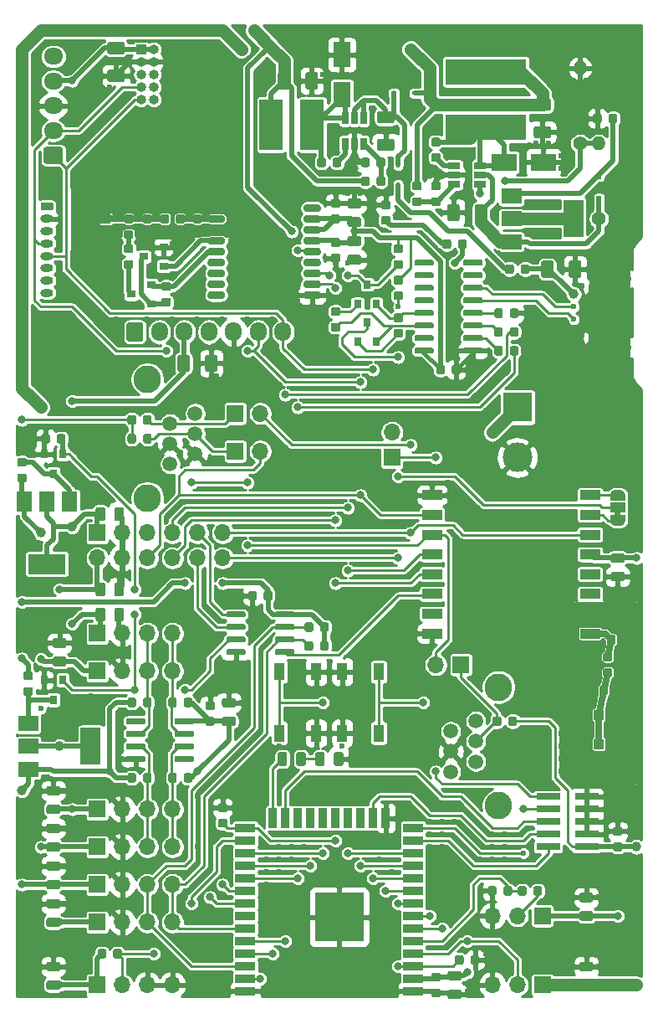
<source format=gbr>
G04 #@! TF.GenerationSoftware,KiCad,Pcbnew,(5.1.5)-3*
G04 #@! TF.CreationDate,2020-01-19T11:36:59+01:00*
G04 #@! TF.ProjectId,airMon,6169724d-6f6e-42e6-9b69-6361645f7063,0.2*
G04 #@! TF.SameCoordinates,Original*
G04 #@! TF.FileFunction,Copper,L1,Top*
G04 #@! TF.FilePolarity,Positive*
%FSLAX46Y46*%
G04 Gerber Fmt 4.6, Leading zero omitted, Abs format (unit mm)*
G04 Created by KiCad (PCBNEW (5.1.5)-3) date 2020-01-19 11:36:59*
%MOMM*%
%LPD*%
G04 APERTURE LIST*
%ADD10C,0.100000*%
%ADD11C,1.500000*%
%ADD12C,2.800000*%
%ADD13O,1.700000X1.950000*%
%ADD14R,1.050000X2.200000*%
%ADD15R,1.000000X1.000000*%
%ADD16O,1.700000X1.700000*%
%ADD17R,1.700000X1.700000*%
%ADD18C,3.000000*%
%ADD19R,3.000000X3.000000*%
%ADD20R,8.200000X2.600000*%
%ADD21R,2.500000X1.800000*%
%ADD22R,0.450000X0.600000*%
%ADD23R,0.600000X0.450000*%
%ADD24R,1.800000X2.500000*%
%ADD25R,2.400000X0.740000*%
%ADD26O,1.000000X1.000000*%
%ADD27O,1.300000X0.800000*%
%ADD28R,2.200000X1.050000*%
%ADD29R,2.350000X5.100000*%
%ADD30R,0.900000X0.800000*%
%ADD31R,0.800000X0.900000*%
%ADD32R,2.000000X0.900000*%
%ADD33R,0.900000X2.000000*%
%ADD34R,5.000000X5.000000*%
%ADD35R,1.220000X0.650000*%
%ADD36R,0.650000X1.220000*%
%ADD37O,1.400000X1.400000*%
%ADD38C,1.400000*%
%ADD39O,1.950000X1.700000*%
%ADD40O,1.900000X1.200000*%
%ADD41C,1.450000*%
%ADD42R,1.500000X2.000000*%
%ADD43R,3.800000X2.000000*%
%ADD44R,2.000000X1.500000*%
%ADD45R,2.000000X3.800000*%
%ADD46R,0.500000X0.500000*%
%ADD47R,1.100000X1.800000*%
%ADD48R,2.000000X1.000000*%
%ADD49R,1.500000X1.000000*%
%ADD50C,0.600000*%
%ADD51C,0.800000*%
%ADD52C,1.200000*%
%ADD53C,1.000000*%
%ADD54C,0.508000*%
%ADD55C,0.256000*%
%ADD56C,0.381000*%
%ADD57C,0.254000*%
%ADD58C,1.270000*%
%ADD59C,0.635000*%
G04 APERTURE END LIST*
D10*
G36*
X80345000Y-69480000D02*
G01*
X80345000Y-68980000D01*
X80945000Y-68980000D01*
X80945000Y-69480000D01*
X80345000Y-69480000D01*
G37*
D11*
X66280000Y-90160000D03*
X63740000Y-91180000D03*
X66280000Y-92200000D03*
X63740000Y-93220000D03*
X66280000Y-94240000D03*
D12*
X68580000Y-86710000D03*
X68580000Y-98710000D03*
D11*
X63740000Y-95260000D03*
G04 #@! TA.AperFunction,SMDPad,CuDef*
D10*
G36*
X39899504Y-53101204D02*
G01*
X39923773Y-53104804D01*
X39947571Y-53110765D01*
X39970671Y-53119030D01*
X39992849Y-53129520D01*
X40013893Y-53142133D01*
X40033598Y-53156747D01*
X40051777Y-53173223D01*
X40068253Y-53191402D01*
X40082867Y-53211107D01*
X40095480Y-53232151D01*
X40105970Y-53254329D01*
X40114235Y-53277429D01*
X40120196Y-53301227D01*
X40123796Y-53325496D01*
X40125000Y-53350000D01*
X40125000Y-54600000D01*
X40123796Y-54624504D01*
X40120196Y-54648773D01*
X40114235Y-54672571D01*
X40105970Y-54695671D01*
X40095480Y-54717849D01*
X40082867Y-54738893D01*
X40068253Y-54758598D01*
X40051777Y-54776777D01*
X40033598Y-54793253D01*
X40013893Y-54807867D01*
X39992849Y-54820480D01*
X39970671Y-54830970D01*
X39947571Y-54839235D01*
X39923773Y-54845196D01*
X39899504Y-54848796D01*
X39875000Y-54850000D01*
X39125000Y-54850000D01*
X39100496Y-54848796D01*
X39076227Y-54845196D01*
X39052429Y-54839235D01*
X39029329Y-54830970D01*
X39007151Y-54820480D01*
X38986107Y-54807867D01*
X38966402Y-54793253D01*
X38948223Y-54776777D01*
X38931747Y-54758598D01*
X38917133Y-54738893D01*
X38904520Y-54717849D01*
X38894030Y-54695671D01*
X38885765Y-54672571D01*
X38879804Y-54648773D01*
X38876204Y-54624504D01*
X38875000Y-54600000D01*
X38875000Y-53350000D01*
X38876204Y-53325496D01*
X38879804Y-53301227D01*
X38885765Y-53277429D01*
X38894030Y-53254329D01*
X38904520Y-53232151D01*
X38917133Y-53211107D01*
X38931747Y-53191402D01*
X38948223Y-53173223D01*
X38966402Y-53156747D01*
X38986107Y-53142133D01*
X39007151Y-53129520D01*
X39029329Y-53119030D01*
X39052429Y-53110765D01*
X39076227Y-53104804D01*
X39100496Y-53101204D01*
X39125000Y-53100000D01*
X39875000Y-53100000D01*
X39899504Y-53101204D01*
G37*
G04 #@! TD.AperFunction*
G04 #@! TA.AperFunction,SMDPad,CuDef*
G36*
X37099504Y-53101204D02*
G01*
X37123773Y-53104804D01*
X37147571Y-53110765D01*
X37170671Y-53119030D01*
X37192849Y-53129520D01*
X37213893Y-53142133D01*
X37233598Y-53156747D01*
X37251777Y-53173223D01*
X37268253Y-53191402D01*
X37282867Y-53211107D01*
X37295480Y-53232151D01*
X37305970Y-53254329D01*
X37314235Y-53277429D01*
X37320196Y-53301227D01*
X37323796Y-53325496D01*
X37325000Y-53350000D01*
X37325000Y-54600000D01*
X37323796Y-54624504D01*
X37320196Y-54648773D01*
X37314235Y-54672571D01*
X37305970Y-54695671D01*
X37295480Y-54717849D01*
X37282867Y-54738893D01*
X37268253Y-54758598D01*
X37251777Y-54776777D01*
X37233598Y-54793253D01*
X37213893Y-54807867D01*
X37192849Y-54820480D01*
X37170671Y-54830970D01*
X37147571Y-54839235D01*
X37123773Y-54845196D01*
X37099504Y-54848796D01*
X37075000Y-54850000D01*
X36325000Y-54850000D01*
X36300496Y-54848796D01*
X36276227Y-54845196D01*
X36252429Y-54839235D01*
X36229329Y-54830970D01*
X36207151Y-54820480D01*
X36186107Y-54807867D01*
X36166402Y-54793253D01*
X36148223Y-54776777D01*
X36131747Y-54758598D01*
X36117133Y-54738893D01*
X36104520Y-54717849D01*
X36094030Y-54695671D01*
X36085765Y-54672571D01*
X36079804Y-54648773D01*
X36076204Y-54624504D01*
X36075000Y-54600000D01*
X36075000Y-53350000D01*
X36076204Y-53325496D01*
X36079804Y-53301227D01*
X36085765Y-53277429D01*
X36094030Y-53254329D01*
X36104520Y-53232151D01*
X36117133Y-53211107D01*
X36131747Y-53191402D01*
X36148223Y-53173223D01*
X36166402Y-53156747D01*
X36186107Y-53142133D01*
X36207151Y-53129520D01*
X36229329Y-53119030D01*
X36252429Y-53110765D01*
X36276227Y-53104804D01*
X36300496Y-53101204D01*
X36325000Y-53100000D01*
X37075000Y-53100000D01*
X37099504Y-53101204D01*
G37*
G04 #@! TD.AperFunction*
G04 #@! TA.AperFunction,ComponentPad*
G36*
X32374504Y-49826204D02*
G01*
X32398773Y-49829804D01*
X32422571Y-49835765D01*
X32445671Y-49844030D01*
X32467849Y-49854520D01*
X32488893Y-49867133D01*
X32508598Y-49881747D01*
X32526777Y-49898223D01*
X32543253Y-49916402D01*
X32557867Y-49936107D01*
X32570480Y-49957151D01*
X32580970Y-49979329D01*
X32589235Y-50002429D01*
X32595196Y-50026227D01*
X32598796Y-50050496D01*
X32600000Y-50075000D01*
X32600000Y-51525000D01*
X32598796Y-51549504D01*
X32595196Y-51573773D01*
X32589235Y-51597571D01*
X32580970Y-51620671D01*
X32570480Y-51642849D01*
X32557867Y-51663893D01*
X32543253Y-51683598D01*
X32526777Y-51701777D01*
X32508598Y-51718253D01*
X32488893Y-51732867D01*
X32467849Y-51745480D01*
X32445671Y-51755970D01*
X32422571Y-51764235D01*
X32398773Y-51770196D01*
X32374504Y-51773796D01*
X32350000Y-51775000D01*
X31150000Y-51775000D01*
X31125496Y-51773796D01*
X31101227Y-51770196D01*
X31077429Y-51764235D01*
X31054329Y-51755970D01*
X31032151Y-51745480D01*
X31011107Y-51732867D01*
X30991402Y-51718253D01*
X30973223Y-51701777D01*
X30956747Y-51683598D01*
X30942133Y-51663893D01*
X30929520Y-51642849D01*
X30919030Y-51620671D01*
X30910765Y-51597571D01*
X30904804Y-51573773D01*
X30901204Y-51549504D01*
X30900000Y-51525000D01*
X30900000Y-50075000D01*
X30901204Y-50050496D01*
X30904804Y-50026227D01*
X30910765Y-50002429D01*
X30919030Y-49979329D01*
X30929520Y-49957151D01*
X30942133Y-49936107D01*
X30956747Y-49916402D01*
X30973223Y-49898223D01*
X30991402Y-49881747D01*
X31011107Y-49867133D01*
X31032151Y-49854520D01*
X31054329Y-49844030D01*
X31077429Y-49835765D01*
X31101227Y-49829804D01*
X31125496Y-49826204D01*
X31150000Y-49825000D01*
X32350000Y-49825000D01*
X32374504Y-49826204D01*
G37*
G04 #@! TD.AperFunction*
D13*
X34250000Y-50800000D03*
X36750000Y-50800000D03*
X39250000Y-50800000D03*
X41750000Y-50800000D03*
X44250000Y-50800000D03*
X46750000Y-50800000D03*
D14*
X80215000Y-93980000D03*
X77265000Y-93980000D03*
D15*
X78740000Y-95480000D03*
X78740000Y-92480000D03*
D16*
X62230000Y-84455000D03*
D17*
X64770000Y-84455000D03*
D18*
X70485000Y-63500000D03*
D19*
X70485000Y-58420000D03*
D11*
X37860000Y-59045000D03*
D12*
X33020000Y-55595000D03*
X33020000Y-67595000D03*
D11*
X35320000Y-60065000D03*
X37860000Y-61085000D03*
X35320000Y-62105000D03*
X37860000Y-63125000D03*
X35320000Y-64145000D03*
D20*
X67310000Y-30105000D03*
X67310000Y-24505000D03*
G04 #@! TA.AperFunction,SMDPad,CuDef*
D10*
G36*
X66432691Y-113826053D02*
G01*
X66453926Y-113829203D01*
X66474750Y-113834419D01*
X66494962Y-113841651D01*
X66514368Y-113850830D01*
X66532781Y-113861866D01*
X66550024Y-113874654D01*
X66565930Y-113889070D01*
X66580346Y-113904976D01*
X66593134Y-113922219D01*
X66604170Y-113940632D01*
X66613349Y-113960038D01*
X66620581Y-113980250D01*
X66625797Y-114001074D01*
X66628947Y-114022309D01*
X66630000Y-114043750D01*
X66630000Y-114556250D01*
X66628947Y-114577691D01*
X66625797Y-114598926D01*
X66620581Y-114619750D01*
X66613349Y-114639962D01*
X66604170Y-114659368D01*
X66593134Y-114677781D01*
X66580346Y-114695024D01*
X66565930Y-114710930D01*
X66550024Y-114725346D01*
X66532781Y-114738134D01*
X66514368Y-114749170D01*
X66494962Y-114758349D01*
X66474750Y-114765581D01*
X66453926Y-114770797D01*
X66432691Y-114773947D01*
X66411250Y-114775000D01*
X65973750Y-114775000D01*
X65952309Y-114773947D01*
X65931074Y-114770797D01*
X65910250Y-114765581D01*
X65890038Y-114758349D01*
X65870632Y-114749170D01*
X65852219Y-114738134D01*
X65834976Y-114725346D01*
X65819070Y-114710930D01*
X65804654Y-114695024D01*
X65791866Y-114677781D01*
X65780830Y-114659368D01*
X65771651Y-114639962D01*
X65764419Y-114619750D01*
X65759203Y-114598926D01*
X65756053Y-114577691D01*
X65755000Y-114556250D01*
X65755000Y-114043750D01*
X65756053Y-114022309D01*
X65759203Y-114001074D01*
X65764419Y-113980250D01*
X65771651Y-113960038D01*
X65780830Y-113940632D01*
X65791866Y-113922219D01*
X65804654Y-113904976D01*
X65819070Y-113889070D01*
X65834976Y-113874654D01*
X65852219Y-113861866D01*
X65870632Y-113850830D01*
X65890038Y-113841651D01*
X65910250Y-113834419D01*
X65931074Y-113829203D01*
X65952309Y-113826053D01*
X65973750Y-113825000D01*
X66411250Y-113825000D01*
X66432691Y-113826053D01*
G37*
G04 #@! TD.AperFunction*
G04 #@! TA.AperFunction,SMDPad,CuDef*
G36*
X64857691Y-113826053D02*
G01*
X64878926Y-113829203D01*
X64899750Y-113834419D01*
X64919962Y-113841651D01*
X64939368Y-113850830D01*
X64957781Y-113861866D01*
X64975024Y-113874654D01*
X64990930Y-113889070D01*
X65005346Y-113904976D01*
X65018134Y-113922219D01*
X65029170Y-113940632D01*
X65038349Y-113960038D01*
X65045581Y-113980250D01*
X65050797Y-114001074D01*
X65053947Y-114022309D01*
X65055000Y-114043750D01*
X65055000Y-114556250D01*
X65053947Y-114577691D01*
X65050797Y-114598926D01*
X65045581Y-114619750D01*
X65038349Y-114639962D01*
X65029170Y-114659368D01*
X65018134Y-114677781D01*
X65005346Y-114695024D01*
X64990930Y-114710930D01*
X64975024Y-114725346D01*
X64957781Y-114738134D01*
X64939368Y-114749170D01*
X64919962Y-114758349D01*
X64899750Y-114765581D01*
X64878926Y-114770797D01*
X64857691Y-114773947D01*
X64836250Y-114775000D01*
X64398750Y-114775000D01*
X64377309Y-114773947D01*
X64356074Y-114770797D01*
X64335250Y-114765581D01*
X64315038Y-114758349D01*
X64295632Y-114749170D01*
X64277219Y-114738134D01*
X64259976Y-114725346D01*
X64244070Y-114710930D01*
X64229654Y-114695024D01*
X64216866Y-114677781D01*
X64205830Y-114659368D01*
X64196651Y-114639962D01*
X64189419Y-114619750D01*
X64184203Y-114598926D01*
X64181053Y-114577691D01*
X64180000Y-114556250D01*
X64180000Y-114043750D01*
X64181053Y-114022309D01*
X64184203Y-114001074D01*
X64189419Y-113980250D01*
X64196651Y-113960038D01*
X64205830Y-113940632D01*
X64216866Y-113922219D01*
X64229654Y-113904976D01*
X64244070Y-113889070D01*
X64259976Y-113874654D01*
X64277219Y-113861866D01*
X64295632Y-113850830D01*
X64315038Y-113841651D01*
X64335250Y-113834419D01*
X64356074Y-113829203D01*
X64377309Y-113826053D01*
X64398750Y-113825000D01*
X64836250Y-113825000D01*
X64857691Y-113826053D01*
G37*
G04 #@! TD.AperFunction*
G04 #@! TA.AperFunction,SMDPad,CuDef*
G36*
X62507691Y-117191053D02*
G01*
X62528926Y-117194203D01*
X62549750Y-117199419D01*
X62569962Y-117206651D01*
X62589368Y-117215830D01*
X62607781Y-117226866D01*
X62625024Y-117239654D01*
X62640930Y-117254070D01*
X62655346Y-117269976D01*
X62668134Y-117287219D01*
X62679170Y-117305632D01*
X62688349Y-117325038D01*
X62695581Y-117345250D01*
X62700797Y-117366074D01*
X62703947Y-117387309D01*
X62705000Y-117408750D01*
X62705000Y-117846250D01*
X62703947Y-117867691D01*
X62700797Y-117888926D01*
X62695581Y-117909750D01*
X62688349Y-117929962D01*
X62679170Y-117949368D01*
X62668134Y-117967781D01*
X62655346Y-117985024D01*
X62640930Y-118000930D01*
X62625024Y-118015346D01*
X62607781Y-118028134D01*
X62589368Y-118039170D01*
X62569962Y-118048349D01*
X62549750Y-118055581D01*
X62528926Y-118060797D01*
X62507691Y-118063947D01*
X62486250Y-118065000D01*
X61973750Y-118065000D01*
X61952309Y-118063947D01*
X61931074Y-118060797D01*
X61910250Y-118055581D01*
X61890038Y-118048349D01*
X61870632Y-118039170D01*
X61852219Y-118028134D01*
X61834976Y-118015346D01*
X61819070Y-118000930D01*
X61804654Y-117985024D01*
X61791866Y-117967781D01*
X61780830Y-117949368D01*
X61771651Y-117929962D01*
X61764419Y-117909750D01*
X61759203Y-117888926D01*
X61756053Y-117867691D01*
X61755000Y-117846250D01*
X61755000Y-117408750D01*
X61756053Y-117387309D01*
X61759203Y-117366074D01*
X61764419Y-117345250D01*
X61771651Y-117325038D01*
X61780830Y-117305632D01*
X61791866Y-117287219D01*
X61804654Y-117269976D01*
X61819070Y-117254070D01*
X61834976Y-117239654D01*
X61852219Y-117226866D01*
X61870632Y-117215830D01*
X61890038Y-117206651D01*
X61910250Y-117199419D01*
X61931074Y-117194203D01*
X61952309Y-117191053D01*
X61973750Y-117190000D01*
X62486250Y-117190000D01*
X62507691Y-117191053D01*
G37*
G04 #@! TD.AperFunction*
G04 #@! TA.AperFunction,SMDPad,CuDef*
G36*
X62507691Y-115616053D02*
G01*
X62528926Y-115619203D01*
X62549750Y-115624419D01*
X62569962Y-115631651D01*
X62589368Y-115640830D01*
X62607781Y-115651866D01*
X62625024Y-115664654D01*
X62640930Y-115679070D01*
X62655346Y-115694976D01*
X62668134Y-115712219D01*
X62679170Y-115730632D01*
X62688349Y-115750038D01*
X62695581Y-115770250D01*
X62700797Y-115791074D01*
X62703947Y-115812309D01*
X62705000Y-115833750D01*
X62705000Y-116271250D01*
X62703947Y-116292691D01*
X62700797Y-116313926D01*
X62695581Y-116334750D01*
X62688349Y-116354962D01*
X62679170Y-116374368D01*
X62668134Y-116392781D01*
X62655346Y-116410024D01*
X62640930Y-116425930D01*
X62625024Y-116440346D01*
X62607781Y-116453134D01*
X62589368Y-116464170D01*
X62569962Y-116473349D01*
X62549750Y-116480581D01*
X62528926Y-116485797D01*
X62507691Y-116488947D01*
X62486250Y-116490000D01*
X61973750Y-116490000D01*
X61952309Y-116488947D01*
X61931074Y-116485797D01*
X61910250Y-116480581D01*
X61890038Y-116473349D01*
X61870632Y-116464170D01*
X61852219Y-116453134D01*
X61834976Y-116440346D01*
X61819070Y-116425930D01*
X61804654Y-116410024D01*
X61791866Y-116392781D01*
X61780830Y-116374368D01*
X61771651Y-116354962D01*
X61764419Y-116334750D01*
X61759203Y-116313926D01*
X61756053Y-116292691D01*
X61755000Y-116271250D01*
X61755000Y-115833750D01*
X61756053Y-115812309D01*
X61759203Y-115791074D01*
X61764419Y-115770250D01*
X61771651Y-115750038D01*
X61780830Y-115730632D01*
X61791866Y-115712219D01*
X61804654Y-115694976D01*
X61819070Y-115679070D01*
X61834976Y-115664654D01*
X61852219Y-115651866D01*
X61870632Y-115640830D01*
X61890038Y-115631651D01*
X61910250Y-115624419D01*
X61931074Y-115619203D01*
X61952309Y-115616053D01*
X61973750Y-115615000D01*
X62486250Y-115615000D01*
X62507691Y-115616053D01*
G37*
G04 #@! TD.AperFunction*
G04 #@! TA.AperFunction,SMDPad,CuDef*
G36*
X64615142Y-117291174D02*
G01*
X64638803Y-117294684D01*
X64662007Y-117300496D01*
X64684529Y-117308554D01*
X64706153Y-117318782D01*
X64726670Y-117331079D01*
X64745883Y-117345329D01*
X64763607Y-117361393D01*
X64779671Y-117379117D01*
X64793921Y-117398330D01*
X64806218Y-117418847D01*
X64816446Y-117440471D01*
X64824504Y-117462993D01*
X64830316Y-117486197D01*
X64833826Y-117509858D01*
X64835000Y-117533750D01*
X64835000Y-118021250D01*
X64833826Y-118045142D01*
X64830316Y-118068803D01*
X64824504Y-118092007D01*
X64816446Y-118114529D01*
X64806218Y-118136153D01*
X64793921Y-118156670D01*
X64779671Y-118175883D01*
X64763607Y-118193607D01*
X64745883Y-118209671D01*
X64726670Y-118223921D01*
X64706153Y-118236218D01*
X64684529Y-118246446D01*
X64662007Y-118254504D01*
X64638803Y-118260316D01*
X64615142Y-118263826D01*
X64591250Y-118265000D01*
X63678750Y-118265000D01*
X63654858Y-118263826D01*
X63631197Y-118260316D01*
X63607993Y-118254504D01*
X63585471Y-118246446D01*
X63563847Y-118236218D01*
X63543330Y-118223921D01*
X63524117Y-118209671D01*
X63506393Y-118193607D01*
X63490329Y-118175883D01*
X63476079Y-118156670D01*
X63463782Y-118136153D01*
X63453554Y-118114529D01*
X63445496Y-118092007D01*
X63439684Y-118068803D01*
X63436174Y-118045142D01*
X63435000Y-118021250D01*
X63435000Y-117533750D01*
X63436174Y-117509858D01*
X63439684Y-117486197D01*
X63445496Y-117462993D01*
X63453554Y-117440471D01*
X63463782Y-117418847D01*
X63476079Y-117398330D01*
X63490329Y-117379117D01*
X63506393Y-117361393D01*
X63524117Y-117345329D01*
X63543330Y-117331079D01*
X63563847Y-117318782D01*
X63585471Y-117308554D01*
X63607993Y-117300496D01*
X63631197Y-117294684D01*
X63654858Y-117291174D01*
X63678750Y-117290000D01*
X64591250Y-117290000D01*
X64615142Y-117291174D01*
G37*
G04 #@! TD.AperFunction*
G04 #@! TA.AperFunction,SMDPad,CuDef*
G36*
X64615142Y-115416174D02*
G01*
X64638803Y-115419684D01*
X64662007Y-115425496D01*
X64684529Y-115433554D01*
X64706153Y-115443782D01*
X64726670Y-115456079D01*
X64745883Y-115470329D01*
X64763607Y-115486393D01*
X64779671Y-115504117D01*
X64793921Y-115523330D01*
X64806218Y-115543847D01*
X64816446Y-115565471D01*
X64824504Y-115587993D01*
X64830316Y-115611197D01*
X64833826Y-115634858D01*
X64835000Y-115658750D01*
X64835000Y-116146250D01*
X64833826Y-116170142D01*
X64830316Y-116193803D01*
X64824504Y-116217007D01*
X64816446Y-116239529D01*
X64806218Y-116261153D01*
X64793921Y-116281670D01*
X64779671Y-116300883D01*
X64763607Y-116318607D01*
X64745883Y-116334671D01*
X64726670Y-116348921D01*
X64706153Y-116361218D01*
X64684529Y-116371446D01*
X64662007Y-116379504D01*
X64638803Y-116385316D01*
X64615142Y-116388826D01*
X64591250Y-116390000D01*
X63678750Y-116390000D01*
X63654858Y-116388826D01*
X63631197Y-116385316D01*
X63607993Y-116379504D01*
X63585471Y-116371446D01*
X63563847Y-116361218D01*
X63543330Y-116348921D01*
X63524117Y-116334671D01*
X63506393Y-116318607D01*
X63490329Y-116300883D01*
X63476079Y-116281670D01*
X63463782Y-116261153D01*
X63453554Y-116239529D01*
X63445496Y-116217007D01*
X63439684Y-116193803D01*
X63436174Y-116170142D01*
X63435000Y-116146250D01*
X63435000Y-115658750D01*
X63436174Y-115634858D01*
X63439684Y-115611197D01*
X63445496Y-115587993D01*
X63453554Y-115565471D01*
X63463782Y-115543847D01*
X63476079Y-115523330D01*
X63490329Y-115504117D01*
X63506393Y-115486393D01*
X63524117Y-115470329D01*
X63543330Y-115456079D01*
X63563847Y-115443782D01*
X63585471Y-115433554D01*
X63607993Y-115425496D01*
X63631197Y-115419684D01*
X63654858Y-115416174D01*
X63678750Y-115415000D01*
X64591250Y-115415000D01*
X64615142Y-115416174D01*
G37*
G04 #@! TD.AperFunction*
G04 #@! TA.AperFunction,SMDPad,CuDef*
G36*
X80922691Y-100858553D02*
G01*
X80943926Y-100861703D01*
X80964750Y-100866919D01*
X80984962Y-100874151D01*
X81004368Y-100883330D01*
X81022781Y-100894366D01*
X81040024Y-100907154D01*
X81055930Y-100921570D01*
X81070346Y-100937476D01*
X81083134Y-100954719D01*
X81094170Y-100973132D01*
X81103349Y-100992538D01*
X81110581Y-101012750D01*
X81115797Y-101033574D01*
X81118947Y-101054809D01*
X81120000Y-101076250D01*
X81120000Y-101513750D01*
X81118947Y-101535191D01*
X81115797Y-101556426D01*
X81110581Y-101577250D01*
X81103349Y-101597462D01*
X81094170Y-101616868D01*
X81083134Y-101635281D01*
X81070346Y-101652524D01*
X81055930Y-101668430D01*
X81040024Y-101682846D01*
X81022781Y-101695634D01*
X81004368Y-101706670D01*
X80984962Y-101715849D01*
X80964750Y-101723081D01*
X80943926Y-101728297D01*
X80922691Y-101731447D01*
X80901250Y-101732500D01*
X80388750Y-101732500D01*
X80367309Y-101731447D01*
X80346074Y-101728297D01*
X80325250Y-101723081D01*
X80305038Y-101715849D01*
X80285632Y-101706670D01*
X80267219Y-101695634D01*
X80249976Y-101682846D01*
X80234070Y-101668430D01*
X80219654Y-101652524D01*
X80206866Y-101635281D01*
X80195830Y-101616868D01*
X80186651Y-101597462D01*
X80179419Y-101577250D01*
X80174203Y-101556426D01*
X80171053Y-101535191D01*
X80170000Y-101513750D01*
X80170000Y-101076250D01*
X80171053Y-101054809D01*
X80174203Y-101033574D01*
X80179419Y-101012750D01*
X80186651Y-100992538D01*
X80195830Y-100973132D01*
X80206866Y-100954719D01*
X80219654Y-100937476D01*
X80234070Y-100921570D01*
X80249976Y-100907154D01*
X80267219Y-100894366D01*
X80285632Y-100883330D01*
X80305038Y-100874151D01*
X80325250Y-100866919D01*
X80346074Y-100861703D01*
X80367309Y-100858553D01*
X80388750Y-100857500D01*
X80901250Y-100857500D01*
X80922691Y-100858553D01*
G37*
G04 #@! TD.AperFunction*
G04 #@! TA.AperFunction,SMDPad,CuDef*
G36*
X80922691Y-102433553D02*
G01*
X80943926Y-102436703D01*
X80964750Y-102441919D01*
X80984962Y-102449151D01*
X81004368Y-102458330D01*
X81022781Y-102469366D01*
X81040024Y-102482154D01*
X81055930Y-102496570D01*
X81070346Y-102512476D01*
X81083134Y-102529719D01*
X81094170Y-102548132D01*
X81103349Y-102567538D01*
X81110581Y-102587750D01*
X81115797Y-102608574D01*
X81118947Y-102629809D01*
X81120000Y-102651250D01*
X81120000Y-103088750D01*
X81118947Y-103110191D01*
X81115797Y-103131426D01*
X81110581Y-103152250D01*
X81103349Y-103172462D01*
X81094170Y-103191868D01*
X81083134Y-103210281D01*
X81070346Y-103227524D01*
X81055930Y-103243430D01*
X81040024Y-103257846D01*
X81022781Y-103270634D01*
X81004368Y-103281670D01*
X80984962Y-103290849D01*
X80964750Y-103298081D01*
X80943926Y-103303297D01*
X80922691Y-103306447D01*
X80901250Y-103307500D01*
X80388750Y-103307500D01*
X80367309Y-103306447D01*
X80346074Y-103303297D01*
X80325250Y-103298081D01*
X80305038Y-103290849D01*
X80285632Y-103281670D01*
X80267219Y-103270634D01*
X80249976Y-103257846D01*
X80234070Y-103243430D01*
X80219654Y-103227524D01*
X80206866Y-103210281D01*
X80195830Y-103191868D01*
X80186651Y-103172462D01*
X80179419Y-103152250D01*
X80174203Y-103131426D01*
X80171053Y-103110191D01*
X80170000Y-103088750D01*
X80170000Y-102651250D01*
X80171053Y-102629809D01*
X80174203Y-102608574D01*
X80179419Y-102587750D01*
X80186651Y-102567538D01*
X80195830Y-102548132D01*
X80206866Y-102529719D01*
X80219654Y-102512476D01*
X80234070Y-102496570D01*
X80249976Y-102482154D01*
X80267219Y-102469366D01*
X80285632Y-102458330D01*
X80305038Y-102449151D01*
X80325250Y-102441919D01*
X80346074Y-102436703D01*
X80367309Y-102433553D01*
X80388750Y-102432500D01*
X80901250Y-102432500D01*
X80922691Y-102433553D01*
G37*
G04 #@! TD.AperFunction*
G04 #@! TA.AperFunction,SMDPad,CuDef*
G36*
X40917691Y-98471053D02*
G01*
X40938926Y-98474203D01*
X40959750Y-98479419D01*
X40979962Y-98486651D01*
X40999368Y-98495830D01*
X41017781Y-98506866D01*
X41035024Y-98519654D01*
X41050930Y-98534070D01*
X41065346Y-98549976D01*
X41078134Y-98567219D01*
X41089170Y-98585632D01*
X41098349Y-98605038D01*
X41105581Y-98625250D01*
X41110797Y-98646074D01*
X41113947Y-98667309D01*
X41115000Y-98688750D01*
X41115000Y-99126250D01*
X41113947Y-99147691D01*
X41110797Y-99168926D01*
X41105581Y-99189750D01*
X41098349Y-99209962D01*
X41089170Y-99229368D01*
X41078134Y-99247781D01*
X41065346Y-99265024D01*
X41050930Y-99280930D01*
X41035024Y-99295346D01*
X41017781Y-99308134D01*
X40999368Y-99319170D01*
X40979962Y-99328349D01*
X40959750Y-99335581D01*
X40938926Y-99340797D01*
X40917691Y-99343947D01*
X40896250Y-99345000D01*
X40383750Y-99345000D01*
X40362309Y-99343947D01*
X40341074Y-99340797D01*
X40320250Y-99335581D01*
X40300038Y-99328349D01*
X40280632Y-99319170D01*
X40262219Y-99308134D01*
X40244976Y-99295346D01*
X40229070Y-99280930D01*
X40214654Y-99265024D01*
X40201866Y-99247781D01*
X40190830Y-99229368D01*
X40181651Y-99209962D01*
X40174419Y-99189750D01*
X40169203Y-99168926D01*
X40166053Y-99147691D01*
X40165000Y-99126250D01*
X40165000Y-98688750D01*
X40166053Y-98667309D01*
X40169203Y-98646074D01*
X40174419Y-98625250D01*
X40181651Y-98605038D01*
X40190830Y-98585632D01*
X40201866Y-98567219D01*
X40214654Y-98549976D01*
X40229070Y-98534070D01*
X40244976Y-98519654D01*
X40262219Y-98506866D01*
X40280632Y-98495830D01*
X40300038Y-98486651D01*
X40320250Y-98479419D01*
X40341074Y-98474203D01*
X40362309Y-98471053D01*
X40383750Y-98470000D01*
X40896250Y-98470000D01*
X40917691Y-98471053D01*
G37*
G04 #@! TD.AperFunction*
G04 #@! TA.AperFunction,SMDPad,CuDef*
G36*
X40917691Y-100046053D02*
G01*
X40938926Y-100049203D01*
X40959750Y-100054419D01*
X40979962Y-100061651D01*
X40999368Y-100070830D01*
X41017781Y-100081866D01*
X41035024Y-100094654D01*
X41050930Y-100109070D01*
X41065346Y-100124976D01*
X41078134Y-100142219D01*
X41089170Y-100160632D01*
X41098349Y-100180038D01*
X41105581Y-100200250D01*
X41110797Y-100221074D01*
X41113947Y-100242309D01*
X41115000Y-100263750D01*
X41115000Y-100701250D01*
X41113947Y-100722691D01*
X41110797Y-100743926D01*
X41105581Y-100764750D01*
X41098349Y-100784962D01*
X41089170Y-100804368D01*
X41078134Y-100822781D01*
X41065346Y-100840024D01*
X41050930Y-100855930D01*
X41035024Y-100870346D01*
X41017781Y-100883134D01*
X40999368Y-100894170D01*
X40979962Y-100903349D01*
X40959750Y-100910581D01*
X40938926Y-100915797D01*
X40917691Y-100918947D01*
X40896250Y-100920000D01*
X40383750Y-100920000D01*
X40362309Y-100918947D01*
X40341074Y-100915797D01*
X40320250Y-100910581D01*
X40300038Y-100903349D01*
X40280632Y-100894170D01*
X40262219Y-100883134D01*
X40244976Y-100870346D01*
X40229070Y-100855930D01*
X40214654Y-100840024D01*
X40201866Y-100822781D01*
X40190830Y-100804368D01*
X40181651Y-100784962D01*
X40174419Y-100764750D01*
X40169203Y-100743926D01*
X40166053Y-100722691D01*
X40165000Y-100701250D01*
X40165000Y-100263750D01*
X40166053Y-100242309D01*
X40169203Y-100221074D01*
X40174419Y-100200250D01*
X40181651Y-100180038D01*
X40190830Y-100160632D01*
X40201866Y-100142219D01*
X40214654Y-100124976D01*
X40229070Y-100109070D01*
X40244976Y-100094654D01*
X40262219Y-100081866D01*
X40280632Y-100070830D01*
X40300038Y-100061651D01*
X40320250Y-100054419D01*
X40341074Y-100049203D01*
X40362309Y-100046053D01*
X40383750Y-100045000D01*
X40896250Y-100045000D01*
X40917691Y-100046053D01*
G37*
G04 #@! TD.AperFunction*
G04 #@! TA.AperFunction,SMDPad,CuDef*
G36*
X30494504Y-24271204D02*
G01*
X30518773Y-24274804D01*
X30542571Y-24280765D01*
X30565671Y-24289030D01*
X30587849Y-24299520D01*
X30608893Y-24312133D01*
X30628598Y-24326747D01*
X30646777Y-24343223D01*
X30663253Y-24361402D01*
X30677867Y-24381107D01*
X30690480Y-24402151D01*
X30700970Y-24424329D01*
X30709235Y-24447429D01*
X30715196Y-24471227D01*
X30718796Y-24495496D01*
X30720000Y-24520000D01*
X30720000Y-25270000D01*
X30718796Y-25294504D01*
X30715196Y-25318773D01*
X30709235Y-25342571D01*
X30700970Y-25365671D01*
X30690480Y-25387849D01*
X30677867Y-25408893D01*
X30663253Y-25428598D01*
X30646777Y-25446777D01*
X30628598Y-25463253D01*
X30608893Y-25477867D01*
X30587849Y-25490480D01*
X30565671Y-25500970D01*
X30542571Y-25509235D01*
X30518773Y-25515196D01*
X30494504Y-25518796D01*
X30470000Y-25520000D01*
X29220000Y-25520000D01*
X29195496Y-25518796D01*
X29171227Y-25515196D01*
X29147429Y-25509235D01*
X29124329Y-25500970D01*
X29102151Y-25490480D01*
X29081107Y-25477867D01*
X29061402Y-25463253D01*
X29043223Y-25446777D01*
X29026747Y-25428598D01*
X29012133Y-25408893D01*
X28999520Y-25387849D01*
X28989030Y-25365671D01*
X28980765Y-25342571D01*
X28974804Y-25318773D01*
X28971204Y-25294504D01*
X28970000Y-25270000D01*
X28970000Y-24520000D01*
X28971204Y-24495496D01*
X28974804Y-24471227D01*
X28980765Y-24447429D01*
X28989030Y-24424329D01*
X28999520Y-24402151D01*
X29012133Y-24381107D01*
X29026747Y-24361402D01*
X29043223Y-24343223D01*
X29061402Y-24326747D01*
X29081107Y-24312133D01*
X29102151Y-24299520D01*
X29124329Y-24289030D01*
X29147429Y-24280765D01*
X29171227Y-24274804D01*
X29195496Y-24271204D01*
X29220000Y-24270000D01*
X30470000Y-24270000D01*
X30494504Y-24271204D01*
G37*
G04 #@! TD.AperFunction*
G04 #@! TA.AperFunction,SMDPad,CuDef*
G36*
X30494504Y-21471204D02*
G01*
X30518773Y-21474804D01*
X30542571Y-21480765D01*
X30565671Y-21489030D01*
X30587849Y-21499520D01*
X30608893Y-21512133D01*
X30628598Y-21526747D01*
X30646777Y-21543223D01*
X30663253Y-21561402D01*
X30677867Y-21581107D01*
X30690480Y-21602151D01*
X30700970Y-21624329D01*
X30709235Y-21647429D01*
X30715196Y-21671227D01*
X30718796Y-21695496D01*
X30720000Y-21720000D01*
X30720000Y-22470000D01*
X30718796Y-22494504D01*
X30715196Y-22518773D01*
X30709235Y-22542571D01*
X30700970Y-22565671D01*
X30690480Y-22587849D01*
X30677867Y-22608893D01*
X30663253Y-22628598D01*
X30646777Y-22646777D01*
X30628598Y-22663253D01*
X30608893Y-22677867D01*
X30587849Y-22690480D01*
X30565671Y-22700970D01*
X30542571Y-22709235D01*
X30518773Y-22715196D01*
X30494504Y-22718796D01*
X30470000Y-22720000D01*
X29220000Y-22720000D01*
X29195496Y-22718796D01*
X29171227Y-22715196D01*
X29147429Y-22709235D01*
X29124329Y-22700970D01*
X29102151Y-22690480D01*
X29081107Y-22677867D01*
X29061402Y-22663253D01*
X29043223Y-22646777D01*
X29026747Y-22628598D01*
X29012133Y-22608893D01*
X28999520Y-22587849D01*
X28989030Y-22565671D01*
X28980765Y-22542571D01*
X28974804Y-22518773D01*
X28971204Y-22494504D01*
X28970000Y-22470000D01*
X28970000Y-21720000D01*
X28971204Y-21695496D01*
X28974804Y-21671227D01*
X28980765Y-21647429D01*
X28989030Y-21624329D01*
X28999520Y-21602151D01*
X29012133Y-21581107D01*
X29026747Y-21561402D01*
X29043223Y-21543223D01*
X29061402Y-21526747D01*
X29081107Y-21512133D01*
X29102151Y-21499520D01*
X29124329Y-21489030D01*
X29147429Y-21480765D01*
X29171227Y-21474804D01*
X29195496Y-21471204D01*
X29220000Y-21470000D01*
X30470000Y-21470000D01*
X30494504Y-21471204D01*
G37*
G04 #@! TD.AperFunction*
G04 #@! TA.AperFunction,SMDPad,CuDef*
G36*
X23975142Y-114478674D02*
G01*
X23998803Y-114482184D01*
X24022007Y-114487996D01*
X24044529Y-114496054D01*
X24066153Y-114506282D01*
X24086670Y-114518579D01*
X24105883Y-114532829D01*
X24123607Y-114548893D01*
X24139671Y-114566617D01*
X24153921Y-114585830D01*
X24166218Y-114606347D01*
X24176446Y-114627971D01*
X24184504Y-114650493D01*
X24190316Y-114673697D01*
X24193826Y-114697358D01*
X24195000Y-114721250D01*
X24195000Y-115208750D01*
X24193826Y-115232642D01*
X24190316Y-115256303D01*
X24184504Y-115279507D01*
X24176446Y-115302029D01*
X24166218Y-115323653D01*
X24153921Y-115344170D01*
X24139671Y-115363383D01*
X24123607Y-115381107D01*
X24105883Y-115397171D01*
X24086670Y-115411421D01*
X24066153Y-115423718D01*
X24044529Y-115433946D01*
X24022007Y-115442004D01*
X23998803Y-115447816D01*
X23975142Y-115451326D01*
X23951250Y-115452500D01*
X23038750Y-115452500D01*
X23014858Y-115451326D01*
X22991197Y-115447816D01*
X22967993Y-115442004D01*
X22945471Y-115433946D01*
X22923847Y-115423718D01*
X22903330Y-115411421D01*
X22884117Y-115397171D01*
X22866393Y-115381107D01*
X22850329Y-115363383D01*
X22836079Y-115344170D01*
X22823782Y-115323653D01*
X22813554Y-115302029D01*
X22805496Y-115279507D01*
X22799684Y-115256303D01*
X22796174Y-115232642D01*
X22795000Y-115208750D01*
X22795000Y-114721250D01*
X22796174Y-114697358D01*
X22799684Y-114673697D01*
X22805496Y-114650493D01*
X22813554Y-114627971D01*
X22823782Y-114606347D01*
X22836079Y-114585830D01*
X22850329Y-114566617D01*
X22866393Y-114548893D01*
X22884117Y-114532829D01*
X22903330Y-114518579D01*
X22923847Y-114506282D01*
X22945471Y-114496054D01*
X22967993Y-114487996D01*
X22991197Y-114482184D01*
X23014858Y-114478674D01*
X23038750Y-114477500D01*
X23951250Y-114477500D01*
X23975142Y-114478674D01*
G37*
G04 #@! TD.AperFunction*
G04 #@! TA.AperFunction,SMDPad,CuDef*
G36*
X23975142Y-116353674D02*
G01*
X23998803Y-116357184D01*
X24022007Y-116362996D01*
X24044529Y-116371054D01*
X24066153Y-116381282D01*
X24086670Y-116393579D01*
X24105883Y-116407829D01*
X24123607Y-116423893D01*
X24139671Y-116441617D01*
X24153921Y-116460830D01*
X24166218Y-116481347D01*
X24176446Y-116502971D01*
X24184504Y-116525493D01*
X24190316Y-116548697D01*
X24193826Y-116572358D01*
X24195000Y-116596250D01*
X24195000Y-117083750D01*
X24193826Y-117107642D01*
X24190316Y-117131303D01*
X24184504Y-117154507D01*
X24176446Y-117177029D01*
X24166218Y-117198653D01*
X24153921Y-117219170D01*
X24139671Y-117238383D01*
X24123607Y-117256107D01*
X24105883Y-117272171D01*
X24086670Y-117286421D01*
X24066153Y-117298718D01*
X24044529Y-117308946D01*
X24022007Y-117317004D01*
X23998803Y-117322816D01*
X23975142Y-117326326D01*
X23951250Y-117327500D01*
X23038750Y-117327500D01*
X23014858Y-117326326D01*
X22991197Y-117322816D01*
X22967993Y-117317004D01*
X22945471Y-117308946D01*
X22923847Y-117298718D01*
X22903330Y-117286421D01*
X22884117Y-117272171D01*
X22866393Y-117256107D01*
X22850329Y-117238383D01*
X22836079Y-117219170D01*
X22823782Y-117198653D01*
X22813554Y-117177029D01*
X22805496Y-117154507D01*
X22799684Y-117131303D01*
X22796174Y-117107642D01*
X22795000Y-117083750D01*
X22795000Y-116596250D01*
X22796174Y-116572358D01*
X22799684Y-116548697D01*
X22805496Y-116525493D01*
X22813554Y-116502971D01*
X22823782Y-116481347D01*
X22836079Y-116460830D01*
X22850329Y-116441617D01*
X22866393Y-116423893D01*
X22884117Y-116407829D01*
X22903330Y-116393579D01*
X22923847Y-116381282D01*
X22945471Y-116371054D01*
X22967993Y-116362996D01*
X22991197Y-116357184D01*
X23014858Y-116353674D01*
X23038750Y-116352500D01*
X23951250Y-116352500D01*
X23975142Y-116353674D01*
G37*
G04 #@! TD.AperFunction*
G04 #@! TA.AperFunction,SMDPad,CuDef*
G36*
X23975142Y-104318674D02*
G01*
X23998803Y-104322184D01*
X24022007Y-104327996D01*
X24044529Y-104336054D01*
X24066153Y-104346282D01*
X24086670Y-104358579D01*
X24105883Y-104372829D01*
X24123607Y-104388893D01*
X24139671Y-104406617D01*
X24153921Y-104425830D01*
X24166218Y-104446347D01*
X24176446Y-104467971D01*
X24184504Y-104490493D01*
X24190316Y-104513697D01*
X24193826Y-104537358D01*
X24195000Y-104561250D01*
X24195000Y-105048750D01*
X24193826Y-105072642D01*
X24190316Y-105096303D01*
X24184504Y-105119507D01*
X24176446Y-105142029D01*
X24166218Y-105163653D01*
X24153921Y-105184170D01*
X24139671Y-105203383D01*
X24123607Y-105221107D01*
X24105883Y-105237171D01*
X24086670Y-105251421D01*
X24066153Y-105263718D01*
X24044529Y-105273946D01*
X24022007Y-105282004D01*
X23998803Y-105287816D01*
X23975142Y-105291326D01*
X23951250Y-105292500D01*
X23038750Y-105292500D01*
X23014858Y-105291326D01*
X22991197Y-105287816D01*
X22967993Y-105282004D01*
X22945471Y-105273946D01*
X22923847Y-105263718D01*
X22903330Y-105251421D01*
X22884117Y-105237171D01*
X22866393Y-105221107D01*
X22850329Y-105203383D01*
X22836079Y-105184170D01*
X22823782Y-105163653D01*
X22813554Y-105142029D01*
X22805496Y-105119507D01*
X22799684Y-105096303D01*
X22796174Y-105072642D01*
X22795000Y-105048750D01*
X22795000Y-104561250D01*
X22796174Y-104537358D01*
X22799684Y-104513697D01*
X22805496Y-104490493D01*
X22813554Y-104467971D01*
X22823782Y-104446347D01*
X22836079Y-104425830D01*
X22850329Y-104406617D01*
X22866393Y-104388893D01*
X22884117Y-104372829D01*
X22903330Y-104358579D01*
X22923847Y-104346282D01*
X22945471Y-104336054D01*
X22967993Y-104327996D01*
X22991197Y-104322184D01*
X23014858Y-104318674D01*
X23038750Y-104317500D01*
X23951250Y-104317500D01*
X23975142Y-104318674D01*
G37*
G04 #@! TD.AperFunction*
G04 #@! TA.AperFunction,SMDPad,CuDef*
G36*
X23975142Y-106193674D02*
G01*
X23998803Y-106197184D01*
X24022007Y-106202996D01*
X24044529Y-106211054D01*
X24066153Y-106221282D01*
X24086670Y-106233579D01*
X24105883Y-106247829D01*
X24123607Y-106263893D01*
X24139671Y-106281617D01*
X24153921Y-106300830D01*
X24166218Y-106321347D01*
X24176446Y-106342971D01*
X24184504Y-106365493D01*
X24190316Y-106388697D01*
X24193826Y-106412358D01*
X24195000Y-106436250D01*
X24195000Y-106923750D01*
X24193826Y-106947642D01*
X24190316Y-106971303D01*
X24184504Y-106994507D01*
X24176446Y-107017029D01*
X24166218Y-107038653D01*
X24153921Y-107059170D01*
X24139671Y-107078383D01*
X24123607Y-107096107D01*
X24105883Y-107112171D01*
X24086670Y-107126421D01*
X24066153Y-107138718D01*
X24044529Y-107148946D01*
X24022007Y-107157004D01*
X23998803Y-107162816D01*
X23975142Y-107166326D01*
X23951250Y-107167500D01*
X23038750Y-107167500D01*
X23014858Y-107166326D01*
X22991197Y-107162816D01*
X22967993Y-107157004D01*
X22945471Y-107148946D01*
X22923847Y-107138718D01*
X22903330Y-107126421D01*
X22884117Y-107112171D01*
X22866393Y-107096107D01*
X22850329Y-107078383D01*
X22836079Y-107059170D01*
X22823782Y-107038653D01*
X22813554Y-107017029D01*
X22805496Y-106994507D01*
X22799684Y-106971303D01*
X22796174Y-106947642D01*
X22795000Y-106923750D01*
X22795000Y-106436250D01*
X22796174Y-106412358D01*
X22799684Y-106388697D01*
X22805496Y-106365493D01*
X22813554Y-106342971D01*
X22823782Y-106321347D01*
X22836079Y-106300830D01*
X22850329Y-106281617D01*
X22866393Y-106263893D01*
X22884117Y-106247829D01*
X22903330Y-106233579D01*
X22923847Y-106221282D01*
X22945471Y-106211054D01*
X22967993Y-106202996D01*
X22991197Y-106197184D01*
X23014858Y-106193674D01*
X23038750Y-106192500D01*
X23951250Y-106192500D01*
X23975142Y-106193674D01*
G37*
G04 #@! TD.AperFunction*
G04 #@! TA.AperFunction,SMDPad,CuDef*
G36*
X23975142Y-108128674D02*
G01*
X23998803Y-108132184D01*
X24022007Y-108137996D01*
X24044529Y-108146054D01*
X24066153Y-108156282D01*
X24086670Y-108168579D01*
X24105883Y-108182829D01*
X24123607Y-108198893D01*
X24139671Y-108216617D01*
X24153921Y-108235830D01*
X24166218Y-108256347D01*
X24176446Y-108277971D01*
X24184504Y-108300493D01*
X24190316Y-108323697D01*
X24193826Y-108347358D01*
X24195000Y-108371250D01*
X24195000Y-108858750D01*
X24193826Y-108882642D01*
X24190316Y-108906303D01*
X24184504Y-108929507D01*
X24176446Y-108952029D01*
X24166218Y-108973653D01*
X24153921Y-108994170D01*
X24139671Y-109013383D01*
X24123607Y-109031107D01*
X24105883Y-109047171D01*
X24086670Y-109061421D01*
X24066153Y-109073718D01*
X24044529Y-109083946D01*
X24022007Y-109092004D01*
X23998803Y-109097816D01*
X23975142Y-109101326D01*
X23951250Y-109102500D01*
X23038750Y-109102500D01*
X23014858Y-109101326D01*
X22991197Y-109097816D01*
X22967993Y-109092004D01*
X22945471Y-109083946D01*
X22923847Y-109073718D01*
X22903330Y-109061421D01*
X22884117Y-109047171D01*
X22866393Y-109031107D01*
X22850329Y-109013383D01*
X22836079Y-108994170D01*
X22823782Y-108973653D01*
X22813554Y-108952029D01*
X22805496Y-108929507D01*
X22799684Y-108906303D01*
X22796174Y-108882642D01*
X22795000Y-108858750D01*
X22795000Y-108371250D01*
X22796174Y-108347358D01*
X22799684Y-108323697D01*
X22805496Y-108300493D01*
X22813554Y-108277971D01*
X22823782Y-108256347D01*
X22836079Y-108235830D01*
X22850329Y-108216617D01*
X22866393Y-108198893D01*
X22884117Y-108182829D01*
X22903330Y-108168579D01*
X22923847Y-108156282D01*
X22945471Y-108146054D01*
X22967993Y-108137996D01*
X22991197Y-108132184D01*
X23014858Y-108128674D01*
X23038750Y-108127500D01*
X23951250Y-108127500D01*
X23975142Y-108128674D01*
G37*
G04 #@! TD.AperFunction*
G04 #@! TA.AperFunction,SMDPad,CuDef*
G36*
X23975142Y-110003674D02*
G01*
X23998803Y-110007184D01*
X24022007Y-110012996D01*
X24044529Y-110021054D01*
X24066153Y-110031282D01*
X24086670Y-110043579D01*
X24105883Y-110057829D01*
X24123607Y-110073893D01*
X24139671Y-110091617D01*
X24153921Y-110110830D01*
X24166218Y-110131347D01*
X24176446Y-110152971D01*
X24184504Y-110175493D01*
X24190316Y-110198697D01*
X24193826Y-110222358D01*
X24195000Y-110246250D01*
X24195000Y-110733750D01*
X24193826Y-110757642D01*
X24190316Y-110781303D01*
X24184504Y-110804507D01*
X24176446Y-110827029D01*
X24166218Y-110848653D01*
X24153921Y-110869170D01*
X24139671Y-110888383D01*
X24123607Y-110906107D01*
X24105883Y-110922171D01*
X24086670Y-110936421D01*
X24066153Y-110948718D01*
X24044529Y-110958946D01*
X24022007Y-110967004D01*
X23998803Y-110972816D01*
X23975142Y-110976326D01*
X23951250Y-110977500D01*
X23038750Y-110977500D01*
X23014858Y-110976326D01*
X22991197Y-110972816D01*
X22967993Y-110967004D01*
X22945471Y-110958946D01*
X22923847Y-110948718D01*
X22903330Y-110936421D01*
X22884117Y-110922171D01*
X22866393Y-110906107D01*
X22850329Y-110888383D01*
X22836079Y-110869170D01*
X22823782Y-110848653D01*
X22813554Y-110827029D01*
X22805496Y-110804507D01*
X22799684Y-110781303D01*
X22796174Y-110757642D01*
X22795000Y-110733750D01*
X22795000Y-110246250D01*
X22796174Y-110222358D01*
X22799684Y-110198697D01*
X22805496Y-110175493D01*
X22813554Y-110152971D01*
X22823782Y-110131347D01*
X22836079Y-110110830D01*
X22850329Y-110091617D01*
X22866393Y-110073893D01*
X22884117Y-110057829D01*
X22903330Y-110043579D01*
X22923847Y-110031282D01*
X22945471Y-110021054D01*
X22967993Y-110012996D01*
X22991197Y-110007184D01*
X23014858Y-110003674D01*
X23038750Y-110002500D01*
X23951250Y-110002500D01*
X23975142Y-110003674D01*
G37*
G04 #@! TD.AperFunction*
G04 #@! TA.AperFunction,SMDPad,CuDef*
G36*
X23975142Y-100508674D02*
G01*
X23998803Y-100512184D01*
X24022007Y-100517996D01*
X24044529Y-100526054D01*
X24066153Y-100536282D01*
X24086670Y-100548579D01*
X24105883Y-100562829D01*
X24123607Y-100578893D01*
X24139671Y-100596617D01*
X24153921Y-100615830D01*
X24166218Y-100636347D01*
X24176446Y-100657971D01*
X24184504Y-100680493D01*
X24190316Y-100703697D01*
X24193826Y-100727358D01*
X24195000Y-100751250D01*
X24195000Y-101238750D01*
X24193826Y-101262642D01*
X24190316Y-101286303D01*
X24184504Y-101309507D01*
X24176446Y-101332029D01*
X24166218Y-101353653D01*
X24153921Y-101374170D01*
X24139671Y-101393383D01*
X24123607Y-101411107D01*
X24105883Y-101427171D01*
X24086670Y-101441421D01*
X24066153Y-101453718D01*
X24044529Y-101463946D01*
X24022007Y-101472004D01*
X23998803Y-101477816D01*
X23975142Y-101481326D01*
X23951250Y-101482500D01*
X23038750Y-101482500D01*
X23014858Y-101481326D01*
X22991197Y-101477816D01*
X22967993Y-101472004D01*
X22945471Y-101463946D01*
X22923847Y-101453718D01*
X22903330Y-101441421D01*
X22884117Y-101427171D01*
X22866393Y-101411107D01*
X22850329Y-101393383D01*
X22836079Y-101374170D01*
X22823782Y-101353653D01*
X22813554Y-101332029D01*
X22805496Y-101309507D01*
X22799684Y-101286303D01*
X22796174Y-101262642D01*
X22795000Y-101238750D01*
X22795000Y-100751250D01*
X22796174Y-100727358D01*
X22799684Y-100703697D01*
X22805496Y-100680493D01*
X22813554Y-100657971D01*
X22823782Y-100636347D01*
X22836079Y-100615830D01*
X22850329Y-100596617D01*
X22866393Y-100578893D01*
X22884117Y-100562829D01*
X22903330Y-100548579D01*
X22923847Y-100536282D01*
X22945471Y-100526054D01*
X22967993Y-100517996D01*
X22991197Y-100512184D01*
X23014858Y-100508674D01*
X23038750Y-100507500D01*
X23951250Y-100507500D01*
X23975142Y-100508674D01*
G37*
G04 #@! TD.AperFunction*
G04 #@! TA.AperFunction,SMDPad,CuDef*
G36*
X23975142Y-102383674D02*
G01*
X23998803Y-102387184D01*
X24022007Y-102392996D01*
X24044529Y-102401054D01*
X24066153Y-102411282D01*
X24086670Y-102423579D01*
X24105883Y-102437829D01*
X24123607Y-102453893D01*
X24139671Y-102471617D01*
X24153921Y-102490830D01*
X24166218Y-102511347D01*
X24176446Y-102532971D01*
X24184504Y-102555493D01*
X24190316Y-102578697D01*
X24193826Y-102602358D01*
X24195000Y-102626250D01*
X24195000Y-103113750D01*
X24193826Y-103137642D01*
X24190316Y-103161303D01*
X24184504Y-103184507D01*
X24176446Y-103207029D01*
X24166218Y-103228653D01*
X24153921Y-103249170D01*
X24139671Y-103268383D01*
X24123607Y-103286107D01*
X24105883Y-103302171D01*
X24086670Y-103316421D01*
X24066153Y-103328718D01*
X24044529Y-103338946D01*
X24022007Y-103347004D01*
X23998803Y-103352816D01*
X23975142Y-103356326D01*
X23951250Y-103357500D01*
X23038750Y-103357500D01*
X23014858Y-103356326D01*
X22991197Y-103352816D01*
X22967993Y-103347004D01*
X22945471Y-103338946D01*
X22923847Y-103328718D01*
X22903330Y-103316421D01*
X22884117Y-103302171D01*
X22866393Y-103286107D01*
X22850329Y-103268383D01*
X22836079Y-103249170D01*
X22823782Y-103228653D01*
X22813554Y-103207029D01*
X22805496Y-103184507D01*
X22799684Y-103161303D01*
X22796174Y-103137642D01*
X22795000Y-103113750D01*
X22795000Y-102626250D01*
X22796174Y-102602358D01*
X22799684Y-102578697D01*
X22805496Y-102555493D01*
X22813554Y-102532971D01*
X22823782Y-102511347D01*
X22836079Y-102490830D01*
X22850329Y-102471617D01*
X22866393Y-102453893D01*
X22884117Y-102437829D01*
X22903330Y-102423579D01*
X22923847Y-102411282D01*
X22945471Y-102401054D01*
X22967993Y-102392996D01*
X22991197Y-102387184D01*
X23014858Y-102383674D01*
X23038750Y-102382500D01*
X23951250Y-102382500D01*
X23975142Y-102383674D01*
G37*
G04 #@! TD.AperFunction*
G04 #@! TA.AperFunction,SMDPad,CuDef*
G36*
X23975142Y-96698674D02*
G01*
X23998803Y-96702184D01*
X24022007Y-96707996D01*
X24044529Y-96716054D01*
X24066153Y-96726282D01*
X24086670Y-96738579D01*
X24105883Y-96752829D01*
X24123607Y-96768893D01*
X24139671Y-96786617D01*
X24153921Y-96805830D01*
X24166218Y-96826347D01*
X24176446Y-96847971D01*
X24184504Y-96870493D01*
X24190316Y-96893697D01*
X24193826Y-96917358D01*
X24195000Y-96941250D01*
X24195000Y-97428750D01*
X24193826Y-97452642D01*
X24190316Y-97476303D01*
X24184504Y-97499507D01*
X24176446Y-97522029D01*
X24166218Y-97543653D01*
X24153921Y-97564170D01*
X24139671Y-97583383D01*
X24123607Y-97601107D01*
X24105883Y-97617171D01*
X24086670Y-97631421D01*
X24066153Y-97643718D01*
X24044529Y-97653946D01*
X24022007Y-97662004D01*
X23998803Y-97667816D01*
X23975142Y-97671326D01*
X23951250Y-97672500D01*
X23038750Y-97672500D01*
X23014858Y-97671326D01*
X22991197Y-97667816D01*
X22967993Y-97662004D01*
X22945471Y-97653946D01*
X22923847Y-97643718D01*
X22903330Y-97631421D01*
X22884117Y-97617171D01*
X22866393Y-97601107D01*
X22850329Y-97583383D01*
X22836079Y-97564170D01*
X22823782Y-97543653D01*
X22813554Y-97522029D01*
X22805496Y-97499507D01*
X22799684Y-97476303D01*
X22796174Y-97452642D01*
X22795000Y-97428750D01*
X22795000Y-96941250D01*
X22796174Y-96917358D01*
X22799684Y-96893697D01*
X22805496Y-96870493D01*
X22813554Y-96847971D01*
X22823782Y-96826347D01*
X22836079Y-96805830D01*
X22850329Y-96786617D01*
X22866393Y-96768893D01*
X22884117Y-96752829D01*
X22903330Y-96738579D01*
X22923847Y-96726282D01*
X22945471Y-96716054D01*
X22967993Y-96707996D01*
X22991197Y-96702184D01*
X23014858Y-96698674D01*
X23038750Y-96697500D01*
X23951250Y-96697500D01*
X23975142Y-96698674D01*
G37*
G04 #@! TD.AperFunction*
G04 #@! TA.AperFunction,SMDPad,CuDef*
G36*
X23975142Y-98573674D02*
G01*
X23998803Y-98577184D01*
X24022007Y-98582996D01*
X24044529Y-98591054D01*
X24066153Y-98601282D01*
X24086670Y-98613579D01*
X24105883Y-98627829D01*
X24123607Y-98643893D01*
X24139671Y-98661617D01*
X24153921Y-98680830D01*
X24166218Y-98701347D01*
X24176446Y-98722971D01*
X24184504Y-98745493D01*
X24190316Y-98768697D01*
X24193826Y-98792358D01*
X24195000Y-98816250D01*
X24195000Y-99303750D01*
X24193826Y-99327642D01*
X24190316Y-99351303D01*
X24184504Y-99374507D01*
X24176446Y-99397029D01*
X24166218Y-99418653D01*
X24153921Y-99439170D01*
X24139671Y-99458383D01*
X24123607Y-99476107D01*
X24105883Y-99492171D01*
X24086670Y-99506421D01*
X24066153Y-99518718D01*
X24044529Y-99528946D01*
X24022007Y-99537004D01*
X23998803Y-99542816D01*
X23975142Y-99546326D01*
X23951250Y-99547500D01*
X23038750Y-99547500D01*
X23014858Y-99546326D01*
X22991197Y-99542816D01*
X22967993Y-99537004D01*
X22945471Y-99528946D01*
X22923847Y-99518718D01*
X22903330Y-99506421D01*
X22884117Y-99492171D01*
X22866393Y-99476107D01*
X22850329Y-99458383D01*
X22836079Y-99439170D01*
X22823782Y-99418653D01*
X22813554Y-99397029D01*
X22805496Y-99374507D01*
X22799684Y-99351303D01*
X22796174Y-99327642D01*
X22795000Y-99303750D01*
X22795000Y-98816250D01*
X22796174Y-98792358D01*
X22799684Y-98768697D01*
X22805496Y-98745493D01*
X22813554Y-98722971D01*
X22823782Y-98701347D01*
X22836079Y-98680830D01*
X22850329Y-98661617D01*
X22866393Y-98643893D01*
X22884117Y-98627829D01*
X22903330Y-98613579D01*
X22923847Y-98601282D01*
X22945471Y-98591054D01*
X22967993Y-98582996D01*
X22991197Y-98577184D01*
X23014858Y-98573674D01*
X23038750Y-98572500D01*
X23951250Y-98572500D01*
X23975142Y-98573674D01*
G37*
G04 #@! TD.AperFunction*
G04 #@! TA.AperFunction,SMDPad,CuDef*
G36*
X41755142Y-87808674D02*
G01*
X41778803Y-87812184D01*
X41802007Y-87817996D01*
X41824529Y-87826054D01*
X41846153Y-87836282D01*
X41866670Y-87848579D01*
X41885883Y-87862829D01*
X41903607Y-87878893D01*
X41919671Y-87896617D01*
X41933921Y-87915830D01*
X41946218Y-87936347D01*
X41956446Y-87957971D01*
X41964504Y-87980493D01*
X41970316Y-88003697D01*
X41973826Y-88027358D01*
X41975000Y-88051250D01*
X41975000Y-88538750D01*
X41973826Y-88562642D01*
X41970316Y-88586303D01*
X41964504Y-88609507D01*
X41956446Y-88632029D01*
X41946218Y-88653653D01*
X41933921Y-88674170D01*
X41919671Y-88693383D01*
X41903607Y-88711107D01*
X41885883Y-88727171D01*
X41866670Y-88741421D01*
X41846153Y-88753718D01*
X41824529Y-88763946D01*
X41802007Y-88772004D01*
X41778803Y-88777816D01*
X41755142Y-88781326D01*
X41731250Y-88782500D01*
X40818750Y-88782500D01*
X40794858Y-88781326D01*
X40771197Y-88777816D01*
X40747993Y-88772004D01*
X40725471Y-88763946D01*
X40703847Y-88753718D01*
X40683330Y-88741421D01*
X40664117Y-88727171D01*
X40646393Y-88711107D01*
X40630329Y-88693383D01*
X40616079Y-88674170D01*
X40603782Y-88653653D01*
X40593554Y-88632029D01*
X40585496Y-88609507D01*
X40579684Y-88586303D01*
X40576174Y-88562642D01*
X40575000Y-88538750D01*
X40575000Y-88051250D01*
X40576174Y-88027358D01*
X40579684Y-88003697D01*
X40585496Y-87980493D01*
X40593554Y-87957971D01*
X40603782Y-87936347D01*
X40616079Y-87915830D01*
X40630329Y-87896617D01*
X40646393Y-87878893D01*
X40664117Y-87862829D01*
X40683330Y-87848579D01*
X40703847Y-87836282D01*
X40725471Y-87826054D01*
X40747993Y-87817996D01*
X40771197Y-87812184D01*
X40794858Y-87808674D01*
X40818750Y-87807500D01*
X41731250Y-87807500D01*
X41755142Y-87808674D01*
G37*
G04 #@! TD.AperFunction*
G04 #@! TA.AperFunction,SMDPad,CuDef*
G36*
X41755142Y-89683674D02*
G01*
X41778803Y-89687184D01*
X41802007Y-89692996D01*
X41824529Y-89701054D01*
X41846153Y-89711282D01*
X41866670Y-89723579D01*
X41885883Y-89737829D01*
X41903607Y-89753893D01*
X41919671Y-89771617D01*
X41933921Y-89790830D01*
X41946218Y-89811347D01*
X41956446Y-89832971D01*
X41964504Y-89855493D01*
X41970316Y-89878697D01*
X41973826Y-89902358D01*
X41975000Y-89926250D01*
X41975000Y-90413750D01*
X41973826Y-90437642D01*
X41970316Y-90461303D01*
X41964504Y-90484507D01*
X41956446Y-90507029D01*
X41946218Y-90528653D01*
X41933921Y-90549170D01*
X41919671Y-90568383D01*
X41903607Y-90586107D01*
X41885883Y-90602171D01*
X41866670Y-90616421D01*
X41846153Y-90628718D01*
X41824529Y-90638946D01*
X41802007Y-90647004D01*
X41778803Y-90652816D01*
X41755142Y-90656326D01*
X41731250Y-90657500D01*
X40818750Y-90657500D01*
X40794858Y-90656326D01*
X40771197Y-90652816D01*
X40747993Y-90647004D01*
X40725471Y-90638946D01*
X40703847Y-90628718D01*
X40683330Y-90616421D01*
X40664117Y-90602171D01*
X40646393Y-90586107D01*
X40630329Y-90568383D01*
X40616079Y-90549170D01*
X40603782Y-90528653D01*
X40593554Y-90507029D01*
X40585496Y-90484507D01*
X40579684Y-90461303D01*
X40576174Y-90437642D01*
X40575000Y-90413750D01*
X40575000Y-89926250D01*
X40576174Y-89902358D01*
X40579684Y-89878697D01*
X40585496Y-89855493D01*
X40593554Y-89832971D01*
X40603782Y-89811347D01*
X40616079Y-89790830D01*
X40630329Y-89771617D01*
X40646393Y-89753893D01*
X40664117Y-89737829D01*
X40683330Y-89723579D01*
X40703847Y-89711282D01*
X40725471Y-89701054D01*
X40747993Y-89692996D01*
X40771197Y-89687184D01*
X40794858Y-89683674D01*
X40818750Y-89682500D01*
X41731250Y-89682500D01*
X41755142Y-89683674D01*
G37*
G04 #@! TD.AperFunction*
G04 #@! TA.AperFunction,SMDPad,CuDef*
G36*
X39647691Y-88158553D02*
G01*
X39668926Y-88161703D01*
X39689750Y-88166919D01*
X39709962Y-88174151D01*
X39729368Y-88183330D01*
X39747781Y-88194366D01*
X39765024Y-88207154D01*
X39780930Y-88221570D01*
X39795346Y-88237476D01*
X39808134Y-88254719D01*
X39819170Y-88273132D01*
X39828349Y-88292538D01*
X39835581Y-88312750D01*
X39840797Y-88333574D01*
X39843947Y-88354809D01*
X39845000Y-88376250D01*
X39845000Y-88813750D01*
X39843947Y-88835191D01*
X39840797Y-88856426D01*
X39835581Y-88877250D01*
X39828349Y-88897462D01*
X39819170Y-88916868D01*
X39808134Y-88935281D01*
X39795346Y-88952524D01*
X39780930Y-88968430D01*
X39765024Y-88982846D01*
X39747781Y-88995634D01*
X39729368Y-89006670D01*
X39709962Y-89015849D01*
X39689750Y-89023081D01*
X39668926Y-89028297D01*
X39647691Y-89031447D01*
X39626250Y-89032500D01*
X39113750Y-89032500D01*
X39092309Y-89031447D01*
X39071074Y-89028297D01*
X39050250Y-89023081D01*
X39030038Y-89015849D01*
X39010632Y-89006670D01*
X38992219Y-88995634D01*
X38974976Y-88982846D01*
X38959070Y-88968430D01*
X38944654Y-88952524D01*
X38931866Y-88935281D01*
X38920830Y-88916868D01*
X38911651Y-88897462D01*
X38904419Y-88877250D01*
X38899203Y-88856426D01*
X38896053Y-88835191D01*
X38895000Y-88813750D01*
X38895000Y-88376250D01*
X38896053Y-88354809D01*
X38899203Y-88333574D01*
X38904419Y-88312750D01*
X38911651Y-88292538D01*
X38920830Y-88273132D01*
X38931866Y-88254719D01*
X38944654Y-88237476D01*
X38959070Y-88221570D01*
X38974976Y-88207154D01*
X38992219Y-88194366D01*
X39010632Y-88183330D01*
X39030038Y-88174151D01*
X39050250Y-88166919D01*
X39071074Y-88161703D01*
X39092309Y-88158553D01*
X39113750Y-88157500D01*
X39626250Y-88157500D01*
X39647691Y-88158553D01*
G37*
G04 #@! TD.AperFunction*
G04 #@! TA.AperFunction,SMDPad,CuDef*
G36*
X39647691Y-89733553D02*
G01*
X39668926Y-89736703D01*
X39689750Y-89741919D01*
X39709962Y-89749151D01*
X39729368Y-89758330D01*
X39747781Y-89769366D01*
X39765024Y-89782154D01*
X39780930Y-89796570D01*
X39795346Y-89812476D01*
X39808134Y-89829719D01*
X39819170Y-89848132D01*
X39828349Y-89867538D01*
X39835581Y-89887750D01*
X39840797Y-89908574D01*
X39843947Y-89929809D01*
X39845000Y-89951250D01*
X39845000Y-90388750D01*
X39843947Y-90410191D01*
X39840797Y-90431426D01*
X39835581Y-90452250D01*
X39828349Y-90472462D01*
X39819170Y-90491868D01*
X39808134Y-90510281D01*
X39795346Y-90527524D01*
X39780930Y-90543430D01*
X39765024Y-90557846D01*
X39747781Y-90570634D01*
X39729368Y-90581670D01*
X39709962Y-90590849D01*
X39689750Y-90598081D01*
X39668926Y-90603297D01*
X39647691Y-90606447D01*
X39626250Y-90607500D01*
X39113750Y-90607500D01*
X39092309Y-90606447D01*
X39071074Y-90603297D01*
X39050250Y-90598081D01*
X39030038Y-90590849D01*
X39010632Y-90581670D01*
X38992219Y-90570634D01*
X38974976Y-90557846D01*
X38959070Y-90543430D01*
X38944654Y-90527524D01*
X38931866Y-90510281D01*
X38920830Y-90491868D01*
X38911651Y-90472462D01*
X38904419Y-90452250D01*
X38899203Y-90431426D01*
X38896053Y-90410191D01*
X38895000Y-90388750D01*
X38895000Y-89951250D01*
X38896053Y-89929809D01*
X38899203Y-89908574D01*
X38904419Y-89887750D01*
X38911651Y-89867538D01*
X38920830Y-89848132D01*
X38931866Y-89829719D01*
X38944654Y-89812476D01*
X38959070Y-89796570D01*
X38974976Y-89782154D01*
X38992219Y-89769366D01*
X39010632Y-89758330D01*
X39030038Y-89749151D01*
X39050250Y-89741919D01*
X39071074Y-89736703D01*
X39092309Y-89733553D01*
X39113750Y-89732500D01*
X39626250Y-89732500D01*
X39647691Y-89733553D01*
G37*
G04 #@! TD.AperFunction*
G04 #@! TA.AperFunction,SMDPad,CuDef*
G36*
X24610142Y-81761174D02*
G01*
X24633803Y-81764684D01*
X24657007Y-81770496D01*
X24679529Y-81778554D01*
X24701153Y-81788782D01*
X24721670Y-81801079D01*
X24740883Y-81815329D01*
X24758607Y-81831393D01*
X24774671Y-81849117D01*
X24788921Y-81868330D01*
X24801218Y-81888847D01*
X24811446Y-81910471D01*
X24819504Y-81932993D01*
X24825316Y-81956197D01*
X24828826Y-81979858D01*
X24830000Y-82003750D01*
X24830000Y-82491250D01*
X24828826Y-82515142D01*
X24825316Y-82538803D01*
X24819504Y-82562007D01*
X24811446Y-82584529D01*
X24801218Y-82606153D01*
X24788921Y-82626670D01*
X24774671Y-82645883D01*
X24758607Y-82663607D01*
X24740883Y-82679671D01*
X24721670Y-82693921D01*
X24701153Y-82706218D01*
X24679529Y-82716446D01*
X24657007Y-82724504D01*
X24633803Y-82730316D01*
X24610142Y-82733826D01*
X24586250Y-82735000D01*
X23673750Y-82735000D01*
X23649858Y-82733826D01*
X23626197Y-82730316D01*
X23602993Y-82724504D01*
X23580471Y-82716446D01*
X23558847Y-82706218D01*
X23538330Y-82693921D01*
X23519117Y-82679671D01*
X23501393Y-82663607D01*
X23485329Y-82645883D01*
X23471079Y-82626670D01*
X23458782Y-82606153D01*
X23448554Y-82584529D01*
X23440496Y-82562007D01*
X23434684Y-82538803D01*
X23431174Y-82515142D01*
X23430000Y-82491250D01*
X23430000Y-82003750D01*
X23431174Y-81979858D01*
X23434684Y-81956197D01*
X23440496Y-81932993D01*
X23448554Y-81910471D01*
X23458782Y-81888847D01*
X23471079Y-81868330D01*
X23485329Y-81849117D01*
X23501393Y-81831393D01*
X23519117Y-81815329D01*
X23538330Y-81801079D01*
X23558847Y-81788782D01*
X23580471Y-81778554D01*
X23602993Y-81770496D01*
X23626197Y-81764684D01*
X23649858Y-81761174D01*
X23673750Y-81760000D01*
X24586250Y-81760000D01*
X24610142Y-81761174D01*
G37*
G04 #@! TD.AperFunction*
G04 #@! TA.AperFunction,SMDPad,CuDef*
G36*
X24610142Y-83636174D02*
G01*
X24633803Y-83639684D01*
X24657007Y-83645496D01*
X24679529Y-83653554D01*
X24701153Y-83663782D01*
X24721670Y-83676079D01*
X24740883Y-83690329D01*
X24758607Y-83706393D01*
X24774671Y-83724117D01*
X24788921Y-83743330D01*
X24801218Y-83763847D01*
X24811446Y-83785471D01*
X24819504Y-83807993D01*
X24825316Y-83831197D01*
X24828826Y-83854858D01*
X24830000Y-83878750D01*
X24830000Y-84366250D01*
X24828826Y-84390142D01*
X24825316Y-84413803D01*
X24819504Y-84437007D01*
X24811446Y-84459529D01*
X24801218Y-84481153D01*
X24788921Y-84501670D01*
X24774671Y-84520883D01*
X24758607Y-84538607D01*
X24740883Y-84554671D01*
X24721670Y-84568921D01*
X24701153Y-84581218D01*
X24679529Y-84591446D01*
X24657007Y-84599504D01*
X24633803Y-84605316D01*
X24610142Y-84608826D01*
X24586250Y-84610000D01*
X23673750Y-84610000D01*
X23649858Y-84608826D01*
X23626197Y-84605316D01*
X23602993Y-84599504D01*
X23580471Y-84591446D01*
X23558847Y-84581218D01*
X23538330Y-84568921D01*
X23519117Y-84554671D01*
X23501393Y-84538607D01*
X23485329Y-84520883D01*
X23471079Y-84501670D01*
X23458782Y-84481153D01*
X23448554Y-84459529D01*
X23440496Y-84437007D01*
X23434684Y-84413803D01*
X23431174Y-84390142D01*
X23430000Y-84366250D01*
X23430000Y-83878750D01*
X23431174Y-83854858D01*
X23434684Y-83831197D01*
X23440496Y-83807993D01*
X23448554Y-83785471D01*
X23458782Y-83763847D01*
X23471079Y-83743330D01*
X23485329Y-83724117D01*
X23501393Y-83706393D01*
X23519117Y-83690329D01*
X23538330Y-83676079D01*
X23558847Y-83663782D01*
X23580471Y-83653554D01*
X23602993Y-83645496D01*
X23626197Y-83639684D01*
X23649858Y-83636174D01*
X23673750Y-83635000D01*
X24586250Y-83635000D01*
X24610142Y-83636174D01*
G37*
G04 #@! TD.AperFunction*
G04 #@! TA.AperFunction,SMDPad,CuDef*
G36*
X30415142Y-78676174D02*
G01*
X30438803Y-78679684D01*
X30462007Y-78685496D01*
X30484529Y-78693554D01*
X30506153Y-78703782D01*
X30526670Y-78716079D01*
X30545883Y-78730329D01*
X30563607Y-78746393D01*
X30579671Y-78764117D01*
X30593921Y-78783330D01*
X30606218Y-78803847D01*
X30616446Y-78825471D01*
X30624504Y-78847993D01*
X30630316Y-78871197D01*
X30633826Y-78894858D01*
X30635000Y-78918750D01*
X30635000Y-79831250D01*
X30633826Y-79855142D01*
X30630316Y-79878803D01*
X30624504Y-79902007D01*
X30616446Y-79924529D01*
X30606218Y-79946153D01*
X30593921Y-79966670D01*
X30579671Y-79985883D01*
X30563607Y-80003607D01*
X30545883Y-80019671D01*
X30526670Y-80033921D01*
X30506153Y-80046218D01*
X30484529Y-80056446D01*
X30462007Y-80064504D01*
X30438803Y-80070316D01*
X30415142Y-80073826D01*
X30391250Y-80075000D01*
X29903750Y-80075000D01*
X29879858Y-80073826D01*
X29856197Y-80070316D01*
X29832993Y-80064504D01*
X29810471Y-80056446D01*
X29788847Y-80046218D01*
X29768330Y-80033921D01*
X29749117Y-80019671D01*
X29731393Y-80003607D01*
X29715329Y-79985883D01*
X29701079Y-79966670D01*
X29688782Y-79946153D01*
X29678554Y-79924529D01*
X29670496Y-79902007D01*
X29664684Y-79878803D01*
X29661174Y-79855142D01*
X29660000Y-79831250D01*
X29660000Y-78918750D01*
X29661174Y-78894858D01*
X29664684Y-78871197D01*
X29670496Y-78847993D01*
X29678554Y-78825471D01*
X29688782Y-78803847D01*
X29701079Y-78783330D01*
X29715329Y-78764117D01*
X29731393Y-78746393D01*
X29749117Y-78730329D01*
X29768330Y-78716079D01*
X29788847Y-78703782D01*
X29810471Y-78693554D01*
X29832993Y-78685496D01*
X29856197Y-78679684D01*
X29879858Y-78676174D01*
X29903750Y-78675000D01*
X30391250Y-78675000D01*
X30415142Y-78676174D01*
G37*
G04 #@! TD.AperFunction*
G04 #@! TA.AperFunction,SMDPad,CuDef*
G36*
X28540142Y-78676174D02*
G01*
X28563803Y-78679684D01*
X28587007Y-78685496D01*
X28609529Y-78693554D01*
X28631153Y-78703782D01*
X28651670Y-78716079D01*
X28670883Y-78730329D01*
X28688607Y-78746393D01*
X28704671Y-78764117D01*
X28718921Y-78783330D01*
X28731218Y-78803847D01*
X28741446Y-78825471D01*
X28749504Y-78847993D01*
X28755316Y-78871197D01*
X28758826Y-78894858D01*
X28760000Y-78918750D01*
X28760000Y-79831250D01*
X28758826Y-79855142D01*
X28755316Y-79878803D01*
X28749504Y-79902007D01*
X28741446Y-79924529D01*
X28731218Y-79946153D01*
X28718921Y-79966670D01*
X28704671Y-79985883D01*
X28688607Y-80003607D01*
X28670883Y-80019671D01*
X28651670Y-80033921D01*
X28631153Y-80046218D01*
X28609529Y-80056446D01*
X28587007Y-80064504D01*
X28563803Y-80070316D01*
X28540142Y-80073826D01*
X28516250Y-80075000D01*
X28028750Y-80075000D01*
X28004858Y-80073826D01*
X27981197Y-80070316D01*
X27957993Y-80064504D01*
X27935471Y-80056446D01*
X27913847Y-80046218D01*
X27893330Y-80033921D01*
X27874117Y-80019671D01*
X27856393Y-80003607D01*
X27840329Y-79985883D01*
X27826079Y-79966670D01*
X27813782Y-79946153D01*
X27803554Y-79924529D01*
X27795496Y-79902007D01*
X27789684Y-79878803D01*
X27786174Y-79855142D01*
X27785000Y-79831250D01*
X27785000Y-78918750D01*
X27786174Y-78894858D01*
X27789684Y-78871197D01*
X27795496Y-78847993D01*
X27803554Y-78825471D01*
X27813782Y-78803847D01*
X27826079Y-78783330D01*
X27840329Y-78764117D01*
X27856393Y-78746393D01*
X27874117Y-78730329D01*
X27893330Y-78716079D01*
X27913847Y-78703782D01*
X27935471Y-78693554D01*
X27957993Y-78685496D01*
X27981197Y-78679684D01*
X28004858Y-78676174D01*
X28028750Y-78675000D01*
X28516250Y-78675000D01*
X28540142Y-78676174D01*
G37*
G04 #@! TD.AperFunction*
G04 #@! TA.AperFunction,SMDPad,CuDef*
G36*
X54455142Y-42996174D02*
G01*
X54478803Y-42999684D01*
X54502007Y-43005496D01*
X54524529Y-43013554D01*
X54546153Y-43023782D01*
X54566670Y-43036079D01*
X54585883Y-43050329D01*
X54603607Y-43066393D01*
X54619671Y-43084117D01*
X54633921Y-43103330D01*
X54646218Y-43123847D01*
X54656446Y-43145471D01*
X54664504Y-43167993D01*
X54670316Y-43191197D01*
X54673826Y-43214858D01*
X54675000Y-43238750D01*
X54675000Y-43726250D01*
X54673826Y-43750142D01*
X54670316Y-43773803D01*
X54664504Y-43797007D01*
X54656446Y-43819529D01*
X54646218Y-43841153D01*
X54633921Y-43861670D01*
X54619671Y-43880883D01*
X54603607Y-43898607D01*
X54585883Y-43914671D01*
X54566670Y-43928921D01*
X54546153Y-43941218D01*
X54524529Y-43951446D01*
X54502007Y-43959504D01*
X54478803Y-43965316D01*
X54455142Y-43968826D01*
X54431250Y-43970000D01*
X53518750Y-43970000D01*
X53494858Y-43968826D01*
X53471197Y-43965316D01*
X53447993Y-43959504D01*
X53425471Y-43951446D01*
X53403847Y-43941218D01*
X53383330Y-43928921D01*
X53364117Y-43914671D01*
X53346393Y-43898607D01*
X53330329Y-43880883D01*
X53316079Y-43861670D01*
X53303782Y-43841153D01*
X53293554Y-43819529D01*
X53285496Y-43797007D01*
X53279684Y-43773803D01*
X53276174Y-43750142D01*
X53275000Y-43726250D01*
X53275000Y-43238750D01*
X53276174Y-43214858D01*
X53279684Y-43191197D01*
X53285496Y-43167993D01*
X53293554Y-43145471D01*
X53303782Y-43123847D01*
X53316079Y-43103330D01*
X53330329Y-43084117D01*
X53346393Y-43066393D01*
X53364117Y-43050329D01*
X53383330Y-43036079D01*
X53403847Y-43023782D01*
X53425471Y-43013554D01*
X53447993Y-43005496D01*
X53471197Y-42999684D01*
X53494858Y-42996174D01*
X53518750Y-42995000D01*
X54431250Y-42995000D01*
X54455142Y-42996174D01*
G37*
G04 #@! TD.AperFunction*
G04 #@! TA.AperFunction,SMDPad,CuDef*
G36*
X54455142Y-41121174D02*
G01*
X54478803Y-41124684D01*
X54502007Y-41130496D01*
X54524529Y-41138554D01*
X54546153Y-41148782D01*
X54566670Y-41161079D01*
X54585883Y-41175329D01*
X54603607Y-41191393D01*
X54619671Y-41209117D01*
X54633921Y-41228330D01*
X54646218Y-41248847D01*
X54656446Y-41270471D01*
X54664504Y-41292993D01*
X54670316Y-41316197D01*
X54673826Y-41339858D01*
X54675000Y-41363750D01*
X54675000Y-41851250D01*
X54673826Y-41875142D01*
X54670316Y-41898803D01*
X54664504Y-41922007D01*
X54656446Y-41944529D01*
X54646218Y-41966153D01*
X54633921Y-41986670D01*
X54619671Y-42005883D01*
X54603607Y-42023607D01*
X54585883Y-42039671D01*
X54566670Y-42053921D01*
X54546153Y-42066218D01*
X54524529Y-42076446D01*
X54502007Y-42084504D01*
X54478803Y-42090316D01*
X54455142Y-42093826D01*
X54431250Y-42095000D01*
X53518750Y-42095000D01*
X53494858Y-42093826D01*
X53471197Y-42090316D01*
X53447993Y-42084504D01*
X53425471Y-42076446D01*
X53403847Y-42066218D01*
X53383330Y-42053921D01*
X53364117Y-42039671D01*
X53346393Y-42023607D01*
X53330329Y-42005883D01*
X53316079Y-41986670D01*
X53303782Y-41966153D01*
X53293554Y-41944529D01*
X53285496Y-41922007D01*
X53279684Y-41898803D01*
X53276174Y-41875142D01*
X53275000Y-41851250D01*
X53275000Y-41363750D01*
X53276174Y-41339858D01*
X53279684Y-41316197D01*
X53285496Y-41292993D01*
X53293554Y-41270471D01*
X53303782Y-41248847D01*
X53316079Y-41228330D01*
X53330329Y-41209117D01*
X53346393Y-41191393D01*
X53364117Y-41175329D01*
X53383330Y-41161079D01*
X53403847Y-41148782D01*
X53425471Y-41138554D01*
X53447993Y-41130496D01*
X53471197Y-41124684D01*
X53494858Y-41121174D01*
X53518750Y-41120000D01*
X54431250Y-41120000D01*
X54455142Y-41121174D01*
G37*
G04 #@! TD.AperFunction*
G04 #@! TA.AperFunction,SMDPad,CuDef*
G36*
X52347691Y-37358553D02*
G01*
X52368926Y-37361703D01*
X52389750Y-37366919D01*
X52409962Y-37374151D01*
X52429368Y-37383330D01*
X52447781Y-37394366D01*
X52465024Y-37407154D01*
X52480930Y-37421570D01*
X52495346Y-37437476D01*
X52508134Y-37454719D01*
X52519170Y-37473132D01*
X52528349Y-37492538D01*
X52535581Y-37512750D01*
X52540797Y-37533574D01*
X52543947Y-37554809D01*
X52545000Y-37576250D01*
X52545000Y-38013750D01*
X52543947Y-38035191D01*
X52540797Y-38056426D01*
X52535581Y-38077250D01*
X52528349Y-38097462D01*
X52519170Y-38116868D01*
X52508134Y-38135281D01*
X52495346Y-38152524D01*
X52480930Y-38168430D01*
X52465024Y-38182846D01*
X52447781Y-38195634D01*
X52429368Y-38206670D01*
X52409962Y-38215849D01*
X52389750Y-38223081D01*
X52368926Y-38228297D01*
X52347691Y-38231447D01*
X52326250Y-38232500D01*
X51813750Y-38232500D01*
X51792309Y-38231447D01*
X51771074Y-38228297D01*
X51750250Y-38223081D01*
X51730038Y-38215849D01*
X51710632Y-38206670D01*
X51692219Y-38195634D01*
X51674976Y-38182846D01*
X51659070Y-38168430D01*
X51644654Y-38152524D01*
X51631866Y-38135281D01*
X51620830Y-38116868D01*
X51611651Y-38097462D01*
X51604419Y-38077250D01*
X51599203Y-38056426D01*
X51596053Y-38035191D01*
X51595000Y-38013750D01*
X51595000Y-37576250D01*
X51596053Y-37554809D01*
X51599203Y-37533574D01*
X51604419Y-37512750D01*
X51611651Y-37492538D01*
X51620830Y-37473132D01*
X51631866Y-37454719D01*
X51644654Y-37437476D01*
X51659070Y-37421570D01*
X51674976Y-37407154D01*
X51692219Y-37394366D01*
X51710632Y-37383330D01*
X51730038Y-37374151D01*
X51750250Y-37366919D01*
X51771074Y-37361703D01*
X51792309Y-37358553D01*
X51813750Y-37357500D01*
X52326250Y-37357500D01*
X52347691Y-37358553D01*
G37*
G04 #@! TD.AperFunction*
G04 #@! TA.AperFunction,SMDPad,CuDef*
G36*
X52347691Y-38933553D02*
G01*
X52368926Y-38936703D01*
X52389750Y-38941919D01*
X52409962Y-38949151D01*
X52429368Y-38958330D01*
X52447781Y-38969366D01*
X52465024Y-38982154D01*
X52480930Y-38996570D01*
X52495346Y-39012476D01*
X52508134Y-39029719D01*
X52519170Y-39048132D01*
X52528349Y-39067538D01*
X52535581Y-39087750D01*
X52540797Y-39108574D01*
X52543947Y-39129809D01*
X52545000Y-39151250D01*
X52545000Y-39588750D01*
X52543947Y-39610191D01*
X52540797Y-39631426D01*
X52535581Y-39652250D01*
X52528349Y-39672462D01*
X52519170Y-39691868D01*
X52508134Y-39710281D01*
X52495346Y-39727524D01*
X52480930Y-39743430D01*
X52465024Y-39757846D01*
X52447781Y-39770634D01*
X52429368Y-39781670D01*
X52409962Y-39790849D01*
X52389750Y-39798081D01*
X52368926Y-39803297D01*
X52347691Y-39806447D01*
X52326250Y-39807500D01*
X51813750Y-39807500D01*
X51792309Y-39806447D01*
X51771074Y-39803297D01*
X51750250Y-39798081D01*
X51730038Y-39790849D01*
X51710632Y-39781670D01*
X51692219Y-39770634D01*
X51674976Y-39757846D01*
X51659070Y-39743430D01*
X51644654Y-39727524D01*
X51631866Y-39710281D01*
X51620830Y-39691868D01*
X51611651Y-39672462D01*
X51604419Y-39652250D01*
X51599203Y-39631426D01*
X51596053Y-39610191D01*
X51595000Y-39588750D01*
X51595000Y-39151250D01*
X51596053Y-39129809D01*
X51599203Y-39108574D01*
X51604419Y-39087750D01*
X51611651Y-39067538D01*
X51620830Y-39048132D01*
X51631866Y-39029719D01*
X51644654Y-39012476D01*
X51659070Y-38996570D01*
X51674976Y-38982154D01*
X51692219Y-38969366D01*
X51710632Y-38958330D01*
X51730038Y-38949151D01*
X51750250Y-38941919D01*
X51771074Y-38936703D01*
X51792309Y-38933553D01*
X51813750Y-38932500D01*
X52326250Y-38932500D01*
X52347691Y-38933553D01*
G37*
G04 #@! TD.AperFunction*
G04 #@! TA.AperFunction,SMDPad,CuDef*
G36*
X54455142Y-37311174D02*
G01*
X54478803Y-37314684D01*
X54502007Y-37320496D01*
X54524529Y-37328554D01*
X54546153Y-37338782D01*
X54566670Y-37351079D01*
X54585883Y-37365329D01*
X54603607Y-37381393D01*
X54619671Y-37399117D01*
X54633921Y-37418330D01*
X54646218Y-37438847D01*
X54656446Y-37460471D01*
X54664504Y-37482993D01*
X54670316Y-37506197D01*
X54673826Y-37529858D01*
X54675000Y-37553750D01*
X54675000Y-38041250D01*
X54673826Y-38065142D01*
X54670316Y-38088803D01*
X54664504Y-38112007D01*
X54656446Y-38134529D01*
X54646218Y-38156153D01*
X54633921Y-38176670D01*
X54619671Y-38195883D01*
X54603607Y-38213607D01*
X54585883Y-38229671D01*
X54566670Y-38243921D01*
X54546153Y-38256218D01*
X54524529Y-38266446D01*
X54502007Y-38274504D01*
X54478803Y-38280316D01*
X54455142Y-38283826D01*
X54431250Y-38285000D01*
X53518750Y-38285000D01*
X53494858Y-38283826D01*
X53471197Y-38280316D01*
X53447993Y-38274504D01*
X53425471Y-38266446D01*
X53403847Y-38256218D01*
X53383330Y-38243921D01*
X53364117Y-38229671D01*
X53346393Y-38213607D01*
X53330329Y-38195883D01*
X53316079Y-38176670D01*
X53303782Y-38156153D01*
X53293554Y-38134529D01*
X53285496Y-38112007D01*
X53279684Y-38088803D01*
X53276174Y-38065142D01*
X53275000Y-38041250D01*
X53275000Y-37553750D01*
X53276174Y-37529858D01*
X53279684Y-37506197D01*
X53285496Y-37482993D01*
X53293554Y-37460471D01*
X53303782Y-37438847D01*
X53316079Y-37418330D01*
X53330329Y-37399117D01*
X53346393Y-37381393D01*
X53364117Y-37365329D01*
X53383330Y-37351079D01*
X53403847Y-37338782D01*
X53425471Y-37328554D01*
X53447993Y-37320496D01*
X53471197Y-37314684D01*
X53494858Y-37311174D01*
X53518750Y-37310000D01*
X54431250Y-37310000D01*
X54455142Y-37311174D01*
G37*
G04 #@! TD.AperFunction*
G04 #@! TA.AperFunction,SMDPad,CuDef*
G36*
X54455142Y-39186174D02*
G01*
X54478803Y-39189684D01*
X54502007Y-39195496D01*
X54524529Y-39203554D01*
X54546153Y-39213782D01*
X54566670Y-39226079D01*
X54585883Y-39240329D01*
X54603607Y-39256393D01*
X54619671Y-39274117D01*
X54633921Y-39293330D01*
X54646218Y-39313847D01*
X54656446Y-39335471D01*
X54664504Y-39357993D01*
X54670316Y-39381197D01*
X54673826Y-39404858D01*
X54675000Y-39428750D01*
X54675000Y-39916250D01*
X54673826Y-39940142D01*
X54670316Y-39963803D01*
X54664504Y-39987007D01*
X54656446Y-40009529D01*
X54646218Y-40031153D01*
X54633921Y-40051670D01*
X54619671Y-40070883D01*
X54603607Y-40088607D01*
X54585883Y-40104671D01*
X54566670Y-40118921D01*
X54546153Y-40131218D01*
X54524529Y-40141446D01*
X54502007Y-40149504D01*
X54478803Y-40155316D01*
X54455142Y-40158826D01*
X54431250Y-40160000D01*
X53518750Y-40160000D01*
X53494858Y-40158826D01*
X53471197Y-40155316D01*
X53447993Y-40149504D01*
X53425471Y-40141446D01*
X53403847Y-40131218D01*
X53383330Y-40118921D01*
X53364117Y-40104671D01*
X53346393Y-40088607D01*
X53330329Y-40070883D01*
X53316079Y-40051670D01*
X53303782Y-40031153D01*
X53293554Y-40009529D01*
X53285496Y-39987007D01*
X53279684Y-39963803D01*
X53276174Y-39940142D01*
X53275000Y-39916250D01*
X53275000Y-39428750D01*
X53276174Y-39404858D01*
X53279684Y-39381197D01*
X53285496Y-39357993D01*
X53293554Y-39335471D01*
X53303782Y-39313847D01*
X53316079Y-39293330D01*
X53330329Y-39274117D01*
X53346393Y-39256393D01*
X53364117Y-39240329D01*
X53383330Y-39226079D01*
X53403847Y-39213782D01*
X53425471Y-39203554D01*
X53447993Y-39195496D01*
X53471197Y-39189684D01*
X53494858Y-39186174D01*
X53518750Y-39185000D01*
X54431250Y-39185000D01*
X54455142Y-39186174D01*
G37*
G04 #@! TD.AperFunction*
G04 #@! TA.AperFunction,SMDPad,CuDef*
G36*
X52347691Y-42896053D02*
G01*
X52368926Y-42899203D01*
X52389750Y-42904419D01*
X52409962Y-42911651D01*
X52429368Y-42920830D01*
X52447781Y-42931866D01*
X52465024Y-42944654D01*
X52480930Y-42959070D01*
X52495346Y-42974976D01*
X52508134Y-42992219D01*
X52519170Y-43010632D01*
X52528349Y-43030038D01*
X52535581Y-43050250D01*
X52540797Y-43071074D01*
X52543947Y-43092309D01*
X52545000Y-43113750D01*
X52545000Y-43551250D01*
X52543947Y-43572691D01*
X52540797Y-43593926D01*
X52535581Y-43614750D01*
X52528349Y-43634962D01*
X52519170Y-43654368D01*
X52508134Y-43672781D01*
X52495346Y-43690024D01*
X52480930Y-43705930D01*
X52465024Y-43720346D01*
X52447781Y-43733134D01*
X52429368Y-43744170D01*
X52409962Y-43753349D01*
X52389750Y-43760581D01*
X52368926Y-43765797D01*
X52347691Y-43768947D01*
X52326250Y-43770000D01*
X51813750Y-43770000D01*
X51792309Y-43768947D01*
X51771074Y-43765797D01*
X51750250Y-43760581D01*
X51730038Y-43753349D01*
X51710632Y-43744170D01*
X51692219Y-43733134D01*
X51674976Y-43720346D01*
X51659070Y-43705930D01*
X51644654Y-43690024D01*
X51631866Y-43672781D01*
X51620830Y-43654368D01*
X51611651Y-43634962D01*
X51604419Y-43614750D01*
X51599203Y-43593926D01*
X51596053Y-43572691D01*
X51595000Y-43551250D01*
X51595000Y-43113750D01*
X51596053Y-43092309D01*
X51599203Y-43071074D01*
X51604419Y-43050250D01*
X51611651Y-43030038D01*
X51620830Y-43010632D01*
X51631866Y-42992219D01*
X51644654Y-42974976D01*
X51659070Y-42959070D01*
X51674976Y-42944654D01*
X51692219Y-42931866D01*
X51710632Y-42920830D01*
X51730038Y-42911651D01*
X51750250Y-42904419D01*
X51771074Y-42899203D01*
X51792309Y-42896053D01*
X51813750Y-42895000D01*
X52326250Y-42895000D01*
X52347691Y-42896053D01*
G37*
G04 #@! TD.AperFunction*
G04 #@! TA.AperFunction,SMDPad,CuDef*
G36*
X52347691Y-41321053D02*
G01*
X52368926Y-41324203D01*
X52389750Y-41329419D01*
X52409962Y-41336651D01*
X52429368Y-41345830D01*
X52447781Y-41356866D01*
X52465024Y-41369654D01*
X52480930Y-41384070D01*
X52495346Y-41399976D01*
X52508134Y-41417219D01*
X52519170Y-41435632D01*
X52528349Y-41455038D01*
X52535581Y-41475250D01*
X52540797Y-41496074D01*
X52543947Y-41517309D01*
X52545000Y-41538750D01*
X52545000Y-41976250D01*
X52543947Y-41997691D01*
X52540797Y-42018926D01*
X52535581Y-42039750D01*
X52528349Y-42059962D01*
X52519170Y-42079368D01*
X52508134Y-42097781D01*
X52495346Y-42115024D01*
X52480930Y-42130930D01*
X52465024Y-42145346D01*
X52447781Y-42158134D01*
X52429368Y-42169170D01*
X52409962Y-42178349D01*
X52389750Y-42185581D01*
X52368926Y-42190797D01*
X52347691Y-42193947D01*
X52326250Y-42195000D01*
X51813750Y-42195000D01*
X51792309Y-42193947D01*
X51771074Y-42190797D01*
X51750250Y-42185581D01*
X51730038Y-42178349D01*
X51710632Y-42169170D01*
X51692219Y-42158134D01*
X51674976Y-42145346D01*
X51659070Y-42130930D01*
X51644654Y-42115024D01*
X51631866Y-42097781D01*
X51620830Y-42079368D01*
X51611651Y-42059962D01*
X51604419Y-42039750D01*
X51599203Y-42018926D01*
X51596053Y-41997691D01*
X51595000Y-41976250D01*
X51595000Y-41538750D01*
X51596053Y-41517309D01*
X51599203Y-41496074D01*
X51604419Y-41475250D01*
X51611651Y-41455038D01*
X51620830Y-41435632D01*
X51631866Y-41417219D01*
X51644654Y-41399976D01*
X51659070Y-41384070D01*
X51674976Y-41369654D01*
X51692219Y-41356866D01*
X51710632Y-41345830D01*
X51730038Y-41336651D01*
X51750250Y-41329419D01*
X51771074Y-41324203D01*
X51792309Y-41321053D01*
X51813750Y-41320000D01*
X52326250Y-41320000D01*
X52347691Y-41321053D01*
G37*
G04 #@! TD.AperFunction*
G04 #@! TA.AperFunction,SMDPad,CuDef*
G36*
X77950142Y-114478674D02*
G01*
X77973803Y-114482184D01*
X77997007Y-114487996D01*
X78019529Y-114496054D01*
X78041153Y-114506282D01*
X78061670Y-114518579D01*
X78080883Y-114532829D01*
X78098607Y-114548893D01*
X78114671Y-114566617D01*
X78128921Y-114585830D01*
X78141218Y-114606347D01*
X78151446Y-114627971D01*
X78159504Y-114650493D01*
X78165316Y-114673697D01*
X78168826Y-114697358D01*
X78170000Y-114721250D01*
X78170000Y-115208750D01*
X78168826Y-115232642D01*
X78165316Y-115256303D01*
X78159504Y-115279507D01*
X78151446Y-115302029D01*
X78141218Y-115323653D01*
X78128921Y-115344170D01*
X78114671Y-115363383D01*
X78098607Y-115381107D01*
X78080883Y-115397171D01*
X78061670Y-115411421D01*
X78041153Y-115423718D01*
X78019529Y-115433946D01*
X77997007Y-115442004D01*
X77973803Y-115447816D01*
X77950142Y-115451326D01*
X77926250Y-115452500D01*
X77013750Y-115452500D01*
X76989858Y-115451326D01*
X76966197Y-115447816D01*
X76942993Y-115442004D01*
X76920471Y-115433946D01*
X76898847Y-115423718D01*
X76878330Y-115411421D01*
X76859117Y-115397171D01*
X76841393Y-115381107D01*
X76825329Y-115363383D01*
X76811079Y-115344170D01*
X76798782Y-115323653D01*
X76788554Y-115302029D01*
X76780496Y-115279507D01*
X76774684Y-115256303D01*
X76771174Y-115232642D01*
X76770000Y-115208750D01*
X76770000Y-114721250D01*
X76771174Y-114697358D01*
X76774684Y-114673697D01*
X76780496Y-114650493D01*
X76788554Y-114627971D01*
X76798782Y-114606347D01*
X76811079Y-114585830D01*
X76825329Y-114566617D01*
X76841393Y-114548893D01*
X76859117Y-114532829D01*
X76878330Y-114518579D01*
X76898847Y-114506282D01*
X76920471Y-114496054D01*
X76942993Y-114487996D01*
X76966197Y-114482184D01*
X76989858Y-114478674D01*
X77013750Y-114477500D01*
X77926250Y-114477500D01*
X77950142Y-114478674D01*
G37*
G04 #@! TD.AperFunction*
G04 #@! TA.AperFunction,SMDPad,CuDef*
G36*
X77950142Y-116353674D02*
G01*
X77973803Y-116357184D01*
X77997007Y-116362996D01*
X78019529Y-116371054D01*
X78041153Y-116381282D01*
X78061670Y-116393579D01*
X78080883Y-116407829D01*
X78098607Y-116423893D01*
X78114671Y-116441617D01*
X78128921Y-116460830D01*
X78141218Y-116481347D01*
X78151446Y-116502971D01*
X78159504Y-116525493D01*
X78165316Y-116548697D01*
X78168826Y-116572358D01*
X78170000Y-116596250D01*
X78170000Y-117083750D01*
X78168826Y-117107642D01*
X78165316Y-117131303D01*
X78159504Y-117154507D01*
X78151446Y-117177029D01*
X78141218Y-117198653D01*
X78128921Y-117219170D01*
X78114671Y-117238383D01*
X78098607Y-117256107D01*
X78080883Y-117272171D01*
X78061670Y-117286421D01*
X78041153Y-117298718D01*
X78019529Y-117308946D01*
X77997007Y-117317004D01*
X77973803Y-117322816D01*
X77950142Y-117326326D01*
X77926250Y-117327500D01*
X77013750Y-117327500D01*
X76989858Y-117326326D01*
X76966197Y-117322816D01*
X76942993Y-117317004D01*
X76920471Y-117308946D01*
X76898847Y-117298718D01*
X76878330Y-117286421D01*
X76859117Y-117272171D01*
X76841393Y-117256107D01*
X76825329Y-117238383D01*
X76811079Y-117219170D01*
X76798782Y-117198653D01*
X76788554Y-117177029D01*
X76780496Y-117154507D01*
X76774684Y-117131303D01*
X76771174Y-117107642D01*
X76770000Y-117083750D01*
X76770000Y-116596250D01*
X76771174Y-116572358D01*
X76774684Y-116548697D01*
X76780496Y-116525493D01*
X76788554Y-116502971D01*
X76798782Y-116481347D01*
X76811079Y-116460830D01*
X76825329Y-116441617D01*
X76841393Y-116423893D01*
X76859117Y-116407829D01*
X76878330Y-116393579D01*
X76898847Y-116381282D01*
X76920471Y-116371054D01*
X76942993Y-116362996D01*
X76966197Y-116357184D01*
X76989858Y-116353674D01*
X77013750Y-116352500D01*
X77926250Y-116352500D01*
X77950142Y-116353674D01*
G37*
G04 #@! TD.AperFunction*
G04 #@! TA.AperFunction,SMDPad,CuDef*
G36*
X77950142Y-107493674D02*
G01*
X77973803Y-107497184D01*
X77997007Y-107502996D01*
X78019529Y-107511054D01*
X78041153Y-107521282D01*
X78061670Y-107533579D01*
X78080883Y-107547829D01*
X78098607Y-107563893D01*
X78114671Y-107581617D01*
X78128921Y-107600830D01*
X78141218Y-107621347D01*
X78151446Y-107642971D01*
X78159504Y-107665493D01*
X78165316Y-107688697D01*
X78168826Y-107712358D01*
X78170000Y-107736250D01*
X78170000Y-108223750D01*
X78168826Y-108247642D01*
X78165316Y-108271303D01*
X78159504Y-108294507D01*
X78151446Y-108317029D01*
X78141218Y-108338653D01*
X78128921Y-108359170D01*
X78114671Y-108378383D01*
X78098607Y-108396107D01*
X78080883Y-108412171D01*
X78061670Y-108426421D01*
X78041153Y-108438718D01*
X78019529Y-108448946D01*
X77997007Y-108457004D01*
X77973803Y-108462816D01*
X77950142Y-108466326D01*
X77926250Y-108467500D01*
X77013750Y-108467500D01*
X76989858Y-108466326D01*
X76966197Y-108462816D01*
X76942993Y-108457004D01*
X76920471Y-108448946D01*
X76898847Y-108438718D01*
X76878330Y-108426421D01*
X76859117Y-108412171D01*
X76841393Y-108396107D01*
X76825329Y-108378383D01*
X76811079Y-108359170D01*
X76798782Y-108338653D01*
X76788554Y-108317029D01*
X76780496Y-108294507D01*
X76774684Y-108271303D01*
X76771174Y-108247642D01*
X76770000Y-108223750D01*
X76770000Y-107736250D01*
X76771174Y-107712358D01*
X76774684Y-107688697D01*
X76780496Y-107665493D01*
X76788554Y-107642971D01*
X76798782Y-107621347D01*
X76811079Y-107600830D01*
X76825329Y-107581617D01*
X76841393Y-107563893D01*
X76859117Y-107547829D01*
X76878330Y-107533579D01*
X76898847Y-107521282D01*
X76920471Y-107511054D01*
X76942993Y-107502996D01*
X76966197Y-107497184D01*
X76989858Y-107493674D01*
X77013750Y-107492500D01*
X77926250Y-107492500D01*
X77950142Y-107493674D01*
G37*
G04 #@! TD.AperFunction*
G04 #@! TA.AperFunction,SMDPad,CuDef*
G36*
X77950142Y-109368674D02*
G01*
X77973803Y-109372184D01*
X77997007Y-109377996D01*
X78019529Y-109386054D01*
X78041153Y-109396282D01*
X78061670Y-109408579D01*
X78080883Y-109422829D01*
X78098607Y-109438893D01*
X78114671Y-109456617D01*
X78128921Y-109475830D01*
X78141218Y-109496347D01*
X78151446Y-109517971D01*
X78159504Y-109540493D01*
X78165316Y-109563697D01*
X78168826Y-109587358D01*
X78170000Y-109611250D01*
X78170000Y-110098750D01*
X78168826Y-110122642D01*
X78165316Y-110146303D01*
X78159504Y-110169507D01*
X78151446Y-110192029D01*
X78141218Y-110213653D01*
X78128921Y-110234170D01*
X78114671Y-110253383D01*
X78098607Y-110271107D01*
X78080883Y-110287171D01*
X78061670Y-110301421D01*
X78041153Y-110313718D01*
X78019529Y-110323946D01*
X77997007Y-110332004D01*
X77973803Y-110337816D01*
X77950142Y-110341326D01*
X77926250Y-110342500D01*
X77013750Y-110342500D01*
X76989858Y-110341326D01*
X76966197Y-110337816D01*
X76942993Y-110332004D01*
X76920471Y-110323946D01*
X76898847Y-110313718D01*
X76878330Y-110301421D01*
X76859117Y-110287171D01*
X76841393Y-110271107D01*
X76825329Y-110253383D01*
X76811079Y-110234170D01*
X76798782Y-110213653D01*
X76788554Y-110192029D01*
X76780496Y-110169507D01*
X76774684Y-110146303D01*
X76771174Y-110122642D01*
X76770000Y-110098750D01*
X76770000Y-109611250D01*
X76771174Y-109587358D01*
X76774684Y-109563697D01*
X76780496Y-109540493D01*
X76788554Y-109517971D01*
X76798782Y-109496347D01*
X76811079Y-109475830D01*
X76825329Y-109456617D01*
X76841393Y-109438893D01*
X76859117Y-109422829D01*
X76878330Y-109408579D01*
X76898847Y-109396282D01*
X76920471Y-109386054D01*
X76942993Y-109377996D01*
X76966197Y-109372184D01*
X76989858Y-109368674D01*
X77013750Y-109367500D01*
X77926250Y-109367500D01*
X77950142Y-109368674D01*
G37*
G04 #@! TD.AperFunction*
G04 #@! TA.AperFunction,SMDPad,CuDef*
G36*
X28540142Y-68516174D02*
G01*
X28563803Y-68519684D01*
X28587007Y-68525496D01*
X28609529Y-68533554D01*
X28631153Y-68543782D01*
X28651670Y-68556079D01*
X28670883Y-68570329D01*
X28688607Y-68586393D01*
X28704671Y-68604117D01*
X28718921Y-68623330D01*
X28731218Y-68643847D01*
X28741446Y-68665471D01*
X28749504Y-68687993D01*
X28755316Y-68711197D01*
X28758826Y-68734858D01*
X28760000Y-68758750D01*
X28760000Y-69671250D01*
X28758826Y-69695142D01*
X28755316Y-69718803D01*
X28749504Y-69742007D01*
X28741446Y-69764529D01*
X28731218Y-69786153D01*
X28718921Y-69806670D01*
X28704671Y-69825883D01*
X28688607Y-69843607D01*
X28670883Y-69859671D01*
X28651670Y-69873921D01*
X28631153Y-69886218D01*
X28609529Y-69896446D01*
X28587007Y-69904504D01*
X28563803Y-69910316D01*
X28540142Y-69913826D01*
X28516250Y-69915000D01*
X28028750Y-69915000D01*
X28004858Y-69913826D01*
X27981197Y-69910316D01*
X27957993Y-69904504D01*
X27935471Y-69896446D01*
X27913847Y-69886218D01*
X27893330Y-69873921D01*
X27874117Y-69859671D01*
X27856393Y-69843607D01*
X27840329Y-69825883D01*
X27826079Y-69806670D01*
X27813782Y-69786153D01*
X27803554Y-69764529D01*
X27795496Y-69742007D01*
X27789684Y-69718803D01*
X27786174Y-69695142D01*
X27785000Y-69671250D01*
X27785000Y-68758750D01*
X27786174Y-68734858D01*
X27789684Y-68711197D01*
X27795496Y-68687993D01*
X27803554Y-68665471D01*
X27813782Y-68643847D01*
X27826079Y-68623330D01*
X27840329Y-68604117D01*
X27856393Y-68586393D01*
X27874117Y-68570329D01*
X27893330Y-68556079D01*
X27913847Y-68543782D01*
X27935471Y-68533554D01*
X27957993Y-68525496D01*
X27981197Y-68519684D01*
X28004858Y-68516174D01*
X28028750Y-68515000D01*
X28516250Y-68515000D01*
X28540142Y-68516174D01*
G37*
G04 #@! TD.AperFunction*
G04 #@! TA.AperFunction,SMDPad,CuDef*
G36*
X30415142Y-68516174D02*
G01*
X30438803Y-68519684D01*
X30462007Y-68525496D01*
X30484529Y-68533554D01*
X30506153Y-68543782D01*
X30526670Y-68556079D01*
X30545883Y-68570329D01*
X30563607Y-68586393D01*
X30579671Y-68604117D01*
X30593921Y-68623330D01*
X30606218Y-68643847D01*
X30616446Y-68665471D01*
X30624504Y-68687993D01*
X30630316Y-68711197D01*
X30633826Y-68734858D01*
X30635000Y-68758750D01*
X30635000Y-69671250D01*
X30633826Y-69695142D01*
X30630316Y-69718803D01*
X30624504Y-69742007D01*
X30616446Y-69764529D01*
X30606218Y-69786153D01*
X30593921Y-69806670D01*
X30579671Y-69825883D01*
X30563607Y-69843607D01*
X30545883Y-69859671D01*
X30526670Y-69873921D01*
X30506153Y-69886218D01*
X30484529Y-69896446D01*
X30462007Y-69904504D01*
X30438803Y-69910316D01*
X30415142Y-69913826D01*
X30391250Y-69915000D01*
X29903750Y-69915000D01*
X29879858Y-69913826D01*
X29856197Y-69910316D01*
X29832993Y-69904504D01*
X29810471Y-69896446D01*
X29788847Y-69886218D01*
X29768330Y-69873921D01*
X29749117Y-69859671D01*
X29731393Y-69843607D01*
X29715329Y-69825883D01*
X29701079Y-69806670D01*
X29688782Y-69786153D01*
X29678554Y-69764529D01*
X29670496Y-69742007D01*
X29664684Y-69718803D01*
X29661174Y-69695142D01*
X29660000Y-69671250D01*
X29660000Y-68758750D01*
X29661174Y-68734858D01*
X29664684Y-68711197D01*
X29670496Y-68687993D01*
X29678554Y-68665471D01*
X29688782Y-68643847D01*
X29701079Y-68623330D01*
X29715329Y-68604117D01*
X29731393Y-68586393D01*
X29749117Y-68570329D01*
X29768330Y-68556079D01*
X29788847Y-68543782D01*
X29810471Y-68533554D01*
X29832993Y-68525496D01*
X29856197Y-68519684D01*
X29879858Y-68516174D01*
X29903750Y-68515000D01*
X30391250Y-68515000D01*
X30415142Y-68516174D01*
G37*
G04 #@! TD.AperFunction*
G04 #@! TA.AperFunction,SMDPad,CuDef*
G36*
X30415142Y-76136174D02*
G01*
X30438803Y-76139684D01*
X30462007Y-76145496D01*
X30484529Y-76153554D01*
X30506153Y-76163782D01*
X30526670Y-76176079D01*
X30545883Y-76190329D01*
X30563607Y-76206393D01*
X30579671Y-76224117D01*
X30593921Y-76243330D01*
X30606218Y-76263847D01*
X30616446Y-76285471D01*
X30624504Y-76307993D01*
X30630316Y-76331197D01*
X30633826Y-76354858D01*
X30635000Y-76378750D01*
X30635000Y-77291250D01*
X30633826Y-77315142D01*
X30630316Y-77338803D01*
X30624504Y-77362007D01*
X30616446Y-77384529D01*
X30606218Y-77406153D01*
X30593921Y-77426670D01*
X30579671Y-77445883D01*
X30563607Y-77463607D01*
X30545883Y-77479671D01*
X30526670Y-77493921D01*
X30506153Y-77506218D01*
X30484529Y-77516446D01*
X30462007Y-77524504D01*
X30438803Y-77530316D01*
X30415142Y-77533826D01*
X30391250Y-77535000D01*
X29903750Y-77535000D01*
X29879858Y-77533826D01*
X29856197Y-77530316D01*
X29832993Y-77524504D01*
X29810471Y-77516446D01*
X29788847Y-77506218D01*
X29768330Y-77493921D01*
X29749117Y-77479671D01*
X29731393Y-77463607D01*
X29715329Y-77445883D01*
X29701079Y-77426670D01*
X29688782Y-77406153D01*
X29678554Y-77384529D01*
X29670496Y-77362007D01*
X29664684Y-77338803D01*
X29661174Y-77315142D01*
X29660000Y-77291250D01*
X29660000Y-76378750D01*
X29661174Y-76354858D01*
X29664684Y-76331197D01*
X29670496Y-76307993D01*
X29678554Y-76285471D01*
X29688782Y-76263847D01*
X29701079Y-76243330D01*
X29715329Y-76224117D01*
X29731393Y-76206393D01*
X29749117Y-76190329D01*
X29768330Y-76176079D01*
X29788847Y-76163782D01*
X29810471Y-76153554D01*
X29832993Y-76145496D01*
X29856197Y-76139684D01*
X29879858Y-76136174D01*
X29903750Y-76135000D01*
X30391250Y-76135000D01*
X30415142Y-76136174D01*
G37*
G04 #@! TD.AperFunction*
G04 #@! TA.AperFunction,SMDPad,CuDef*
G36*
X28540142Y-76136174D02*
G01*
X28563803Y-76139684D01*
X28587007Y-76145496D01*
X28609529Y-76153554D01*
X28631153Y-76163782D01*
X28651670Y-76176079D01*
X28670883Y-76190329D01*
X28688607Y-76206393D01*
X28704671Y-76224117D01*
X28718921Y-76243330D01*
X28731218Y-76263847D01*
X28741446Y-76285471D01*
X28749504Y-76307993D01*
X28755316Y-76331197D01*
X28758826Y-76354858D01*
X28760000Y-76378750D01*
X28760000Y-77291250D01*
X28758826Y-77315142D01*
X28755316Y-77338803D01*
X28749504Y-77362007D01*
X28741446Y-77384529D01*
X28731218Y-77406153D01*
X28718921Y-77426670D01*
X28704671Y-77445883D01*
X28688607Y-77463607D01*
X28670883Y-77479671D01*
X28651670Y-77493921D01*
X28631153Y-77506218D01*
X28609529Y-77516446D01*
X28587007Y-77524504D01*
X28563803Y-77530316D01*
X28540142Y-77533826D01*
X28516250Y-77535000D01*
X28028750Y-77535000D01*
X28004858Y-77533826D01*
X27981197Y-77530316D01*
X27957993Y-77524504D01*
X27935471Y-77516446D01*
X27913847Y-77506218D01*
X27893330Y-77493921D01*
X27874117Y-77479671D01*
X27856393Y-77463607D01*
X27840329Y-77445883D01*
X27826079Y-77426670D01*
X27813782Y-77406153D01*
X27803554Y-77384529D01*
X27795496Y-77362007D01*
X27789684Y-77338803D01*
X27786174Y-77315142D01*
X27785000Y-77291250D01*
X27785000Y-76378750D01*
X27786174Y-76354858D01*
X27789684Y-76331197D01*
X27795496Y-76307993D01*
X27803554Y-76285471D01*
X27813782Y-76263847D01*
X27826079Y-76243330D01*
X27840329Y-76224117D01*
X27856393Y-76206393D01*
X27874117Y-76190329D01*
X27893330Y-76176079D01*
X27913847Y-76163782D01*
X27935471Y-76153554D01*
X27957993Y-76145496D01*
X27981197Y-76139684D01*
X28004858Y-76136174D01*
X28028750Y-76135000D01*
X28516250Y-76135000D01*
X28540142Y-76136174D01*
G37*
G04 #@! TD.AperFunction*
G04 #@! TA.AperFunction,SMDPad,CuDef*
G36*
X43902691Y-76996053D02*
G01*
X43923926Y-76999203D01*
X43944750Y-77004419D01*
X43964962Y-77011651D01*
X43984368Y-77020830D01*
X44002781Y-77031866D01*
X44020024Y-77044654D01*
X44035930Y-77059070D01*
X44050346Y-77074976D01*
X44063134Y-77092219D01*
X44074170Y-77110632D01*
X44083349Y-77130038D01*
X44090581Y-77150250D01*
X44095797Y-77171074D01*
X44098947Y-77192309D01*
X44100000Y-77213750D01*
X44100000Y-77726250D01*
X44098947Y-77747691D01*
X44095797Y-77768926D01*
X44090581Y-77789750D01*
X44083349Y-77809962D01*
X44074170Y-77829368D01*
X44063134Y-77847781D01*
X44050346Y-77865024D01*
X44035930Y-77880930D01*
X44020024Y-77895346D01*
X44002781Y-77908134D01*
X43984368Y-77919170D01*
X43964962Y-77928349D01*
X43944750Y-77935581D01*
X43923926Y-77940797D01*
X43902691Y-77943947D01*
X43881250Y-77945000D01*
X43443750Y-77945000D01*
X43422309Y-77943947D01*
X43401074Y-77940797D01*
X43380250Y-77935581D01*
X43360038Y-77928349D01*
X43340632Y-77919170D01*
X43322219Y-77908134D01*
X43304976Y-77895346D01*
X43289070Y-77880930D01*
X43274654Y-77865024D01*
X43261866Y-77847781D01*
X43250830Y-77829368D01*
X43241651Y-77809962D01*
X43234419Y-77789750D01*
X43229203Y-77768926D01*
X43226053Y-77747691D01*
X43225000Y-77726250D01*
X43225000Y-77213750D01*
X43226053Y-77192309D01*
X43229203Y-77171074D01*
X43234419Y-77150250D01*
X43241651Y-77130038D01*
X43250830Y-77110632D01*
X43261866Y-77092219D01*
X43274654Y-77074976D01*
X43289070Y-77059070D01*
X43304976Y-77044654D01*
X43322219Y-77031866D01*
X43340632Y-77020830D01*
X43360038Y-77011651D01*
X43380250Y-77004419D01*
X43401074Y-76999203D01*
X43422309Y-76996053D01*
X43443750Y-76995000D01*
X43881250Y-76995000D01*
X43902691Y-76996053D01*
G37*
G04 #@! TD.AperFunction*
G04 #@! TA.AperFunction,SMDPad,CuDef*
G36*
X45477691Y-76996053D02*
G01*
X45498926Y-76999203D01*
X45519750Y-77004419D01*
X45539962Y-77011651D01*
X45559368Y-77020830D01*
X45577781Y-77031866D01*
X45595024Y-77044654D01*
X45610930Y-77059070D01*
X45625346Y-77074976D01*
X45638134Y-77092219D01*
X45649170Y-77110632D01*
X45658349Y-77130038D01*
X45665581Y-77150250D01*
X45670797Y-77171074D01*
X45673947Y-77192309D01*
X45675000Y-77213750D01*
X45675000Y-77726250D01*
X45673947Y-77747691D01*
X45670797Y-77768926D01*
X45665581Y-77789750D01*
X45658349Y-77809962D01*
X45649170Y-77829368D01*
X45638134Y-77847781D01*
X45625346Y-77865024D01*
X45610930Y-77880930D01*
X45595024Y-77895346D01*
X45577781Y-77908134D01*
X45559368Y-77919170D01*
X45539962Y-77928349D01*
X45519750Y-77935581D01*
X45498926Y-77940797D01*
X45477691Y-77943947D01*
X45456250Y-77945000D01*
X45018750Y-77945000D01*
X44997309Y-77943947D01*
X44976074Y-77940797D01*
X44955250Y-77935581D01*
X44935038Y-77928349D01*
X44915632Y-77919170D01*
X44897219Y-77908134D01*
X44879976Y-77895346D01*
X44864070Y-77880930D01*
X44849654Y-77865024D01*
X44836866Y-77847781D01*
X44825830Y-77829368D01*
X44816651Y-77809962D01*
X44809419Y-77789750D01*
X44804203Y-77768926D01*
X44801053Y-77747691D01*
X44800000Y-77726250D01*
X44800000Y-77213750D01*
X44801053Y-77192309D01*
X44804203Y-77171074D01*
X44809419Y-77150250D01*
X44816651Y-77130038D01*
X44825830Y-77110632D01*
X44836866Y-77092219D01*
X44849654Y-77074976D01*
X44864070Y-77059070D01*
X44879976Y-77044654D01*
X44897219Y-77031866D01*
X44915632Y-77020830D01*
X44935038Y-77011651D01*
X44955250Y-77004419D01*
X44976074Y-76999203D01*
X44997309Y-76996053D01*
X45018750Y-76995000D01*
X45456250Y-76995000D01*
X45477691Y-76996053D01*
G37*
G04 #@! TD.AperFunction*
G04 #@! TA.AperFunction,SMDPad,CuDef*
G36*
X76729504Y-43576204D02*
G01*
X76753773Y-43579804D01*
X76777571Y-43585765D01*
X76800671Y-43594030D01*
X76822849Y-43604520D01*
X76843893Y-43617133D01*
X76863598Y-43631747D01*
X76881777Y-43648223D01*
X76898253Y-43666402D01*
X76912867Y-43686107D01*
X76925480Y-43707151D01*
X76935970Y-43729329D01*
X76944235Y-43752429D01*
X76950196Y-43776227D01*
X76953796Y-43800496D01*
X76955000Y-43825000D01*
X76955000Y-45075000D01*
X76953796Y-45099504D01*
X76950196Y-45123773D01*
X76944235Y-45147571D01*
X76935970Y-45170671D01*
X76925480Y-45192849D01*
X76912867Y-45213893D01*
X76898253Y-45233598D01*
X76881777Y-45251777D01*
X76863598Y-45268253D01*
X76843893Y-45282867D01*
X76822849Y-45295480D01*
X76800671Y-45305970D01*
X76777571Y-45314235D01*
X76753773Y-45320196D01*
X76729504Y-45323796D01*
X76705000Y-45325000D01*
X75955000Y-45325000D01*
X75930496Y-45323796D01*
X75906227Y-45320196D01*
X75882429Y-45314235D01*
X75859329Y-45305970D01*
X75837151Y-45295480D01*
X75816107Y-45282867D01*
X75796402Y-45268253D01*
X75778223Y-45251777D01*
X75761747Y-45233598D01*
X75747133Y-45213893D01*
X75734520Y-45192849D01*
X75724030Y-45170671D01*
X75715765Y-45147571D01*
X75709804Y-45123773D01*
X75706204Y-45099504D01*
X75705000Y-45075000D01*
X75705000Y-43825000D01*
X75706204Y-43800496D01*
X75709804Y-43776227D01*
X75715765Y-43752429D01*
X75724030Y-43729329D01*
X75734520Y-43707151D01*
X75747133Y-43686107D01*
X75761747Y-43666402D01*
X75778223Y-43648223D01*
X75796402Y-43631747D01*
X75816107Y-43617133D01*
X75837151Y-43604520D01*
X75859329Y-43594030D01*
X75882429Y-43585765D01*
X75906227Y-43579804D01*
X75930496Y-43576204D01*
X75955000Y-43575000D01*
X76705000Y-43575000D01*
X76729504Y-43576204D01*
G37*
G04 #@! TD.AperFunction*
G04 #@! TA.AperFunction,SMDPad,CuDef*
G36*
X73929504Y-43576204D02*
G01*
X73953773Y-43579804D01*
X73977571Y-43585765D01*
X74000671Y-43594030D01*
X74022849Y-43604520D01*
X74043893Y-43617133D01*
X74063598Y-43631747D01*
X74081777Y-43648223D01*
X74098253Y-43666402D01*
X74112867Y-43686107D01*
X74125480Y-43707151D01*
X74135970Y-43729329D01*
X74144235Y-43752429D01*
X74150196Y-43776227D01*
X74153796Y-43800496D01*
X74155000Y-43825000D01*
X74155000Y-45075000D01*
X74153796Y-45099504D01*
X74150196Y-45123773D01*
X74144235Y-45147571D01*
X74135970Y-45170671D01*
X74125480Y-45192849D01*
X74112867Y-45213893D01*
X74098253Y-45233598D01*
X74081777Y-45251777D01*
X74063598Y-45268253D01*
X74043893Y-45282867D01*
X74022849Y-45295480D01*
X74000671Y-45305970D01*
X73977571Y-45314235D01*
X73953773Y-45320196D01*
X73929504Y-45323796D01*
X73905000Y-45325000D01*
X73155000Y-45325000D01*
X73130496Y-45323796D01*
X73106227Y-45320196D01*
X73082429Y-45314235D01*
X73059329Y-45305970D01*
X73037151Y-45295480D01*
X73016107Y-45282867D01*
X72996402Y-45268253D01*
X72978223Y-45251777D01*
X72961747Y-45233598D01*
X72947133Y-45213893D01*
X72934520Y-45192849D01*
X72924030Y-45170671D01*
X72915765Y-45147571D01*
X72909804Y-45123773D01*
X72906204Y-45099504D01*
X72905000Y-45075000D01*
X72905000Y-43825000D01*
X72906204Y-43800496D01*
X72909804Y-43776227D01*
X72915765Y-43752429D01*
X72924030Y-43729329D01*
X72934520Y-43707151D01*
X72947133Y-43686107D01*
X72961747Y-43666402D01*
X72978223Y-43648223D01*
X72996402Y-43631747D01*
X73016107Y-43617133D01*
X73037151Y-43604520D01*
X73059329Y-43594030D01*
X73082429Y-43585765D01*
X73106227Y-43579804D01*
X73130496Y-43576204D01*
X73155000Y-43575000D01*
X73905000Y-43575000D01*
X73929504Y-43576204D01*
G37*
G04 #@! TD.AperFunction*
G04 #@! TA.AperFunction,SMDPad,CuDef*
G36*
X70395191Y-48421053D02*
G01*
X70416426Y-48424203D01*
X70437250Y-48429419D01*
X70457462Y-48436651D01*
X70476868Y-48445830D01*
X70495281Y-48456866D01*
X70512524Y-48469654D01*
X70528430Y-48484070D01*
X70542846Y-48499976D01*
X70555634Y-48517219D01*
X70566670Y-48535632D01*
X70575849Y-48555038D01*
X70583081Y-48575250D01*
X70588297Y-48596074D01*
X70591447Y-48617309D01*
X70592500Y-48638750D01*
X70592500Y-49151250D01*
X70591447Y-49172691D01*
X70588297Y-49193926D01*
X70583081Y-49214750D01*
X70575849Y-49234962D01*
X70566670Y-49254368D01*
X70555634Y-49272781D01*
X70542846Y-49290024D01*
X70528430Y-49305930D01*
X70512524Y-49320346D01*
X70495281Y-49333134D01*
X70476868Y-49344170D01*
X70457462Y-49353349D01*
X70437250Y-49360581D01*
X70416426Y-49365797D01*
X70395191Y-49368947D01*
X70373750Y-49370000D01*
X69936250Y-49370000D01*
X69914809Y-49368947D01*
X69893574Y-49365797D01*
X69872750Y-49360581D01*
X69852538Y-49353349D01*
X69833132Y-49344170D01*
X69814719Y-49333134D01*
X69797476Y-49320346D01*
X69781570Y-49305930D01*
X69767154Y-49290024D01*
X69754366Y-49272781D01*
X69743330Y-49254368D01*
X69734151Y-49234962D01*
X69726919Y-49214750D01*
X69721703Y-49193926D01*
X69718553Y-49172691D01*
X69717500Y-49151250D01*
X69717500Y-48638750D01*
X69718553Y-48617309D01*
X69721703Y-48596074D01*
X69726919Y-48575250D01*
X69734151Y-48555038D01*
X69743330Y-48535632D01*
X69754366Y-48517219D01*
X69767154Y-48499976D01*
X69781570Y-48484070D01*
X69797476Y-48469654D01*
X69814719Y-48456866D01*
X69833132Y-48445830D01*
X69852538Y-48436651D01*
X69872750Y-48429419D01*
X69893574Y-48424203D01*
X69914809Y-48421053D01*
X69936250Y-48420000D01*
X70373750Y-48420000D01*
X70395191Y-48421053D01*
G37*
G04 #@! TD.AperFunction*
G04 #@! TA.AperFunction,SMDPad,CuDef*
G36*
X68820191Y-48421053D02*
G01*
X68841426Y-48424203D01*
X68862250Y-48429419D01*
X68882462Y-48436651D01*
X68901868Y-48445830D01*
X68920281Y-48456866D01*
X68937524Y-48469654D01*
X68953430Y-48484070D01*
X68967846Y-48499976D01*
X68980634Y-48517219D01*
X68991670Y-48535632D01*
X69000849Y-48555038D01*
X69008081Y-48575250D01*
X69013297Y-48596074D01*
X69016447Y-48617309D01*
X69017500Y-48638750D01*
X69017500Y-49151250D01*
X69016447Y-49172691D01*
X69013297Y-49193926D01*
X69008081Y-49214750D01*
X69000849Y-49234962D01*
X68991670Y-49254368D01*
X68980634Y-49272781D01*
X68967846Y-49290024D01*
X68953430Y-49305930D01*
X68937524Y-49320346D01*
X68920281Y-49333134D01*
X68901868Y-49344170D01*
X68882462Y-49353349D01*
X68862250Y-49360581D01*
X68841426Y-49365797D01*
X68820191Y-49368947D01*
X68798750Y-49370000D01*
X68361250Y-49370000D01*
X68339809Y-49368947D01*
X68318574Y-49365797D01*
X68297750Y-49360581D01*
X68277538Y-49353349D01*
X68258132Y-49344170D01*
X68239719Y-49333134D01*
X68222476Y-49320346D01*
X68206570Y-49305930D01*
X68192154Y-49290024D01*
X68179366Y-49272781D01*
X68168330Y-49254368D01*
X68159151Y-49234962D01*
X68151919Y-49214750D01*
X68146703Y-49193926D01*
X68143553Y-49172691D01*
X68142500Y-49151250D01*
X68142500Y-48638750D01*
X68143553Y-48617309D01*
X68146703Y-48596074D01*
X68151919Y-48575250D01*
X68159151Y-48555038D01*
X68168330Y-48535632D01*
X68179366Y-48517219D01*
X68192154Y-48499976D01*
X68206570Y-48484070D01*
X68222476Y-48469654D01*
X68239719Y-48456866D01*
X68258132Y-48445830D01*
X68277538Y-48436651D01*
X68297750Y-48429419D01*
X68318574Y-48424203D01*
X68339809Y-48421053D01*
X68361250Y-48420000D01*
X68798750Y-48420000D01*
X68820191Y-48421053D01*
G37*
G04 #@! TD.AperFunction*
G04 #@! TA.AperFunction,SMDPad,CuDef*
G36*
X64404504Y-37861204D02*
G01*
X64428773Y-37864804D01*
X64452571Y-37870765D01*
X64475671Y-37879030D01*
X64497849Y-37889520D01*
X64518893Y-37902133D01*
X64538598Y-37916747D01*
X64556777Y-37933223D01*
X64573253Y-37951402D01*
X64587867Y-37971107D01*
X64600480Y-37992151D01*
X64610970Y-38014329D01*
X64619235Y-38037429D01*
X64625196Y-38061227D01*
X64628796Y-38085496D01*
X64630000Y-38110000D01*
X64630000Y-39360000D01*
X64628796Y-39384504D01*
X64625196Y-39408773D01*
X64619235Y-39432571D01*
X64610970Y-39455671D01*
X64600480Y-39477849D01*
X64587867Y-39498893D01*
X64573253Y-39518598D01*
X64556777Y-39536777D01*
X64538598Y-39553253D01*
X64518893Y-39567867D01*
X64497849Y-39580480D01*
X64475671Y-39590970D01*
X64452571Y-39599235D01*
X64428773Y-39605196D01*
X64404504Y-39608796D01*
X64380000Y-39610000D01*
X63630000Y-39610000D01*
X63605496Y-39608796D01*
X63581227Y-39605196D01*
X63557429Y-39599235D01*
X63534329Y-39590970D01*
X63512151Y-39580480D01*
X63491107Y-39567867D01*
X63471402Y-39553253D01*
X63453223Y-39536777D01*
X63436747Y-39518598D01*
X63422133Y-39498893D01*
X63409520Y-39477849D01*
X63399030Y-39455671D01*
X63390765Y-39432571D01*
X63384804Y-39408773D01*
X63381204Y-39384504D01*
X63380000Y-39360000D01*
X63380000Y-38110000D01*
X63381204Y-38085496D01*
X63384804Y-38061227D01*
X63390765Y-38037429D01*
X63399030Y-38014329D01*
X63409520Y-37992151D01*
X63422133Y-37971107D01*
X63436747Y-37951402D01*
X63453223Y-37933223D01*
X63471402Y-37916747D01*
X63491107Y-37902133D01*
X63512151Y-37889520D01*
X63534329Y-37879030D01*
X63557429Y-37870765D01*
X63581227Y-37864804D01*
X63605496Y-37861204D01*
X63630000Y-37860000D01*
X64380000Y-37860000D01*
X64404504Y-37861204D01*
G37*
G04 #@! TD.AperFunction*
G04 #@! TA.AperFunction,SMDPad,CuDef*
G36*
X67204504Y-37861204D02*
G01*
X67228773Y-37864804D01*
X67252571Y-37870765D01*
X67275671Y-37879030D01*
X67297849Y-37889520D01*
X67318893Y-37902133D01*
X67338598Y-37916747D01*
X67356777Y-37933223D01*
X67373253Y-37951402D01*
X67387867Y-37971107D01*
X67400480Y-37992151D01*
X67410970Y-38014329D01*
X67419235Y-38037429D01*
X67425196Y-38061227D01*
X67428796Y-38085496D01*
X67430000Y-38110000D01*
X67430000Y-39360000D01*
X67428796Y-39384504D01*
X67425196Y-39408773D01*
X67419235Y-39432571D01*
X67410970Y-39455671D01*
X67400480Y-39477849D01*
X67387867Y-39498893D01*
X67373253Y-39518598D01*
X67356777Y-39536777D01*
X67338598Y-39553253D01*
X67318893Y-39567867D01*
X67297849Y-39580480D01*
X67275671Y-39590970D01*
X67252571Y-39599235D01*
X67228773Y-39605196D01*
X67204504Y-39608796D01*
X67180000Y-39610000D01*
X66430000Y-39610000D01*
X66405496Y-39608796D01*
X66381227Y-39605196D01*
X66357429Y-39599235D01*
X66334329Y-39590970D01*
X66312151Y-39580480D01*
X66291107Y-39567867D01*
X66271402Y-39553253D01*
X66253223Y-39536777D01*
X66236747Y-39518598D01*
X66222133Y-39498893D01*
X66209520Y-39477849D01*
X66199030Y-39455671D01*
X66190765Y-39432571D01*
X66184804Y-39408773D01*
X66181204Y-39384504D01*
X66180000Y-39360000D01*
X66180000Y-38110000D01*
X66181204Y-38085496D01*
X66184804Y-38061227D01*
X66190765Y-38037429D01*
X66199030Y-38014329D01*
X66209520Y-37992151D01*
X66222133Y-37971107D01*
X66236747Y-37951402D01*
X66253223Y-37933223D01*
X66271402Y-37916747D01*
X66291107Y-37902133D01*
X66312151Y-37889520D01*
X66334329Y-37879030D01*
X66357429Y-37870765D01*
X66381227Y-37864804D01*
X66405496Y-37861204D01*
X66430000Y-37860000D01*
X67180000Y-37860000D01*
X67204504Y-37861204D01*
G37*
G04 #@! TD.AperFunction*
G04 #@! TA.AperFunction,SMDPad,CuDef*
G36*
X62507691Y-31161053D02*
G01*
X62528926Y-31164203D01*
X62549750Y-31169419D01*
X62569962Y-31176651D01*
X62589368Y-31185830D01*
X62607781Y-31196866D01*
X62625024Y-31209654D01*
X62640930Y-31224070D01*
X62655346Y-31239976D01*
X62668134Y-31257219D01*
X62679170Y-31275632D01*
X62688349Y-31295038D01*
X62695581Y-31315250D01*
X62700797Y-31336074D01*
X62703947Y-31357309D01*
X62705000Y-31378750D01*
X62705000Y-31816250D01*
X62703947Y-31837691D01*
X62700797Y-31858926D01*
X62695581Y-31879750D01*
X62688349Y-31899962D01*
X62679170Y-31919368D01*
X62668134Y-31937781D01*
X62655346Y-31955024D01*
X62640930Y-31970930D01*
X62625024Y-31985346D01*
X62607781Y-31998134D01*
X62589368Y-32009170D01*
X62569962Y-32018349D01*
X62549750Y-32025581D01*
X62528926Y-32030797D01*
X62507691Y-32033947D01*
X62486250Y-32035000D01*
X61973750Y-32035000D01*
X61952309Y-32033947D01*
X61931074Y-32030797D01*
X61910250Y-32025581D01*
X61890038Y-32018349D01*
X61870632Y-32009170D01*
X61852219Y-31998134D01*
X61834976Y-31985346D01*
X61819070Y-31970930D01*
X61804654Y-31955024D01*
X61791866Y-31937781D01*
X61780830Y-31919368D01*
X61771651Y-31899962D01*
X61764419Y-31879750D01*
X61759203Y-31858926D01*
X61756053Y-31837691D01*
X61755000Y-31816250D01*
X61755000Y-31378750D01*
X61756053Y-31357309D01*
X61759203Y-31336074D01*
X61764419Y-31315250D01*
X61771651Y-31295038D01*
X61780830Y-31275632D01*
X61791866Y-31257219D01*
X61804654Y-31239976D01*
X61819070Y-31224070D01*
X61834976Y-31209654D01*
X61852219Y-31196866D01*
X61870632Y-31185830D01*
X61890038Y-31176651D01*
X61910250Y-31169419D01*
X61931074Y-31164203D01*
X61952309Y-31161053D01*
X61973750Y-31160000D01*
X62486250Y-31160000D01*
X62507691Y-31161053D01*
G37*
G04 #@! TD.AperFunction*
G04 #@! TA.AperFunction,SMDPad,CuDef*
G36*
X62507691Y-32736053D02*
G01*
X62528926Y-32739203D01*
X62549750Y-32744419D01*
X62569962Y-32751651D01*
X62589368Y-32760830D01*
X62607781Y-32771866D01*
X62625024Y-32784654D01*
X62640930Y-32799070D01*
X62655346Y-32814976D01*
X62668134Y-32832219D01*
X62679170Y-32850632D01*
X62688349Y-32870038D01*
X62695581Y-32890250D01*
X62700797Y-32911074D01*
X62703947Y-32932309D01*
X62705000Y-32953750D01*
X62705000Y-33391250D01*
X62703947Y-33412691D01*
X62700797Y-33433926D01*
X62695581Y-33454750D01*
X62688349Y-33474962D01*
X62679170Y-33494368D01*
X62668134Y-33512781D01*
X62655346Y-33530024D01*
X62640930Y-33545930D01*
X62625024Y-33560346D01*
X62607781Y-33573134D01*
X62589368Y-33584170D01*
X62569962Y-33593349D01*
X62549750Y-33600581D01*
X62528926Y-33605797D01*
X62507691Y-33608947D01*
X62486250Y-33610000D01*
X61973750Y-33610000D01*
X61952309Y-33608947D01*
X61931074Y-33605797D01*
X61910250Y-33600581D01*
X61890038Y-33593349D01*
X61870632Y-33584170D01*
X61852219Y-33573134D01*
X61834976Y-33560346D01*
X61819070Y-33545930D01*
X61804654Y-33530024D01*
X61791866Y-33512781D01*
X61780830Y-33494368D01*
X61771651Y-33474962D01*
X61764419Y-33454750D01*
X61759203Y-33433926D01*
X61756053Y-33412691D01*
X61755000Y-33391250D01*
X61755000Y-32953750D01*
X61756053Y-32932309D01*
X61759203Y-32911074D01*
X61764419Y-32890250D01*
X61771651Y-32870038D01*
X61780830Y-32850632D01*
X61791866Y-32832219D01*
X61804654Y-32814976D01*
X61819070Y-32799070D01*
X61834976Y-32784654D01*
X61852219Y-32771866D01*
X61870632Y-32760830D01*
X61890038Y-32751651D01*
X61910250Y-32744419D01*
X61931074Y-32739203D01*
X61952309Y-32736053D01*
X61973750Y-32735000D01*
X62486250Y-32735000D01*
X62507691Y-32736053D01*
G37*
G04 #@! TD.AperFunction*
G04 #@! TA.AperFunction,SMDPad,CuDef*
G36*
X73674504Y-29986204D02*
G01*
X73698773Y-29989804D01*
X73722571Y-29995765D01*
X73745671Y-30004030D01*
X73767849Y-30014520D01*
X73788893Y-30027133D01*
X73808598Y-30041747D01*
X73826777Y-30058223D01*
X73843253Y-30076402D01*
X73857867Y-30096107D01*
X73870480Y-30117151D01*
X73880970Y-30139329D01*
X73889235Y-30162429D01*
X73895196Y-30186227D01*
X73898796Y-30210496D01*
X73900000Y-30235000D01*
X73900000Y-30985000D01*
X73898796Y-31009504D01*
X73895196Y-31033773D01*
X73889235Y-31057571D01*
X73880970Y-31080671D01*
X73870480Y-31102849D01*
X73857867Y-31123893D01*
X73843253Y-31143598D01*
X73826777Y-31161777D01*
X73808598Y-31178253D01*
X73788893Y-31192867D01*
X73767849Y-31205480D01*
X73745671Y-31215970D01*
X73722571Y-31224235D01*
X73698773Y-31230196D01*
X73674504Y-31233796D01*
X73650000Y-31235000D01*
X72400000Y-31235000D01*
X72375496Y-31233796D01*
X72351227Y-31230196D01*
X72327429Y-31224235D01*
X72304329Y-31215970D01*
X72282151Y-31205480D01*
X72261107Y-31192867D01*
X72241402Y-31178253D01*
X72223223Y-31161777D01*
X72206747Y-31143598D01*
X72192133Y-31123893D01*
X72179520Y-31102849D01*
X72169030Y-31080671D01*
X72160765Y-31057571D01*
X72154804Y-31033773D01*
X72151204Y-31009504D01*
X72150000Y-30985000D01*
X72150000Y-30235000D01*
X72151204Y-30210496D01*
X72154804Y-30186227D01*
X72160765Y-30162429D01*
X72169030Y-30139329D01*
X72179520Y-30117151D01*
X72192133Y-30096107D01*
X72206747Y-30076402D01*
X72223223Y-30058223D01*
X72241402Y-30041747D01*
X72261107Y-30027133D01*
X72282151Y-30014520D01*
X72304329Y-30004030D01*
X72327429Y-29995765D01*
X72351227Y-29989804D01*
X72375496Y-29986204D01*
X72400000Y-29985000D01*
X73650000Y-29985000D01*
X73674504Y-29986204D01*
G37*
G04 #@! TD.AperFunction*
G04 #@! TA.AperFunction,SMDPad,CuDef*
G36*
X73674504Y-27186204D02*
G01*
X73698773Y-27189804D01*
X73722571Y-27195765D01*
X73745671Y-27204030D01*
X73767849Y-27214520D01*
X73788893Y-27227133D01*
X73808598Y-27241747D01*
X73826777Y-27258223D01*
X73843253Y-27276402D01*
X73857867Y-27296107D01*
X73870480Y-27317151D01*
X73880970Y-27339329D01*
X73889235Y-27362429D01*
X73895196Y-27386227D01*
X73898796Y-27410496D01*
X73900000Y-27435000D01*
X73900000Y-28185000D01*
X73898796Y-28209504D01*
X73895196Y-28233773D01*
X73889235Y-28257571D01*
X73880970Y-28280671D01*
X73870480Y-28302849D01*
X73857867Y-28323893D01*
X73843253Y-28343598D01*
X73826777Y-28361777D01*
X73808598Y-28378253D01*
X73788893Y-28392867D01*
X73767849Y-28405480D01*
X73745671Y-28415970D01*
X73722571Y-28424235D01*
X73698773Y-28430196D01*
X73674504Y-28433796D01*
X73650000Y-28435000D01*
X72400000Y-28435000D01*
X72375496Y-28433796D01*
X72351227Y-28430196D01*
X72327429Y-28424235D01*
X72304329Y-28415970D01*
X72282151Y-28405480D01*
X72261107Y-28392867D01*
X72241402Y-28378253D01*
X72223223Y-28361777D01*
X72206747Y-28343598D01*
X72192133Y-28323893D01*
X72179520Y-28302849D01*
X72169030Y-28280671D01*
X72160765Y-28257571D01*
X72154804Y-28233773D01*
X72151204Y-28209504D01*
X72150000Y-28185000D01*
X72150000Y-27435000D01*
X72151204Y-27410496D01*
X72154804Y-27386227D01*
X72160765Y-27362429D01*
X72169030Y-27339329D01*
X72179520Y-27317151D01*
X72192133Y-27296107D01*
X72206747Y-27276402D01*
X72223223Y-27258223D01*
X72241402Y-27241747D01*
X72261107Y-27227133D01*
X72282151Y-27214520D01*
X72304329Y-27204030D01*
X72327429Y-27195765D01*
X72351227Y-27189804D01*
X72375496Y-27186204D01*
X72400000Y-27185000D01*
X73650000Y-27185000D01*
X73674504Y-27186204D01*
G37*
G04 #@! TD.AperFunction*
G04 #@! TA.AperFunction,SMDPad,CuDef*
G36*
X57799504Y-31256204D02*
G01*
X57823773Y-31259804D01*
X57847571Y-31265765D01*
X57870671Y-31274030D01*
X57892849Y-31284520D01*
X57913893Y-31297133D01*
X57933598Y-31311747D01*
X57951777Y-31328223D01*
X57968253Y-31346402D01*
X57982867Y-31366107D01*
X57995480Y-31387151D01*
X58005970Y-31409329D01*
X58014235Y-31432429D01*
X58020196Y-31456227D01*
X58023796Y-31480496D01*
X58025000Y-31505000D01*
X58025000Y-32255000D01*
X58023796Y-32279504D01*
X58020196Y-32303773D01*
X58014235Y-32327571D01*
X58005970Y-32350671D01*
X57995480Y-32372849D01*
X57982867Y-32393893D01*
X57968253Y-32413598D01*
X57951777Y-32431777D01*
X57933598Y-32448253D01*
X57913893Y-32462867D01*
X57892849Y-32475480D01*
X57870671Y-32485970D01*
X57847571Y-32494235D01*
X57823773Y-32500196D01*
X57799504Y-32503796D01*
X57775000Y-32505000D01*
X56525000Y-32505000D01*
X56500496Y-32503796D01*
X56476227Y-32500196D01*
X56452429Y-32494235D01*
X56429329Y-32485970D01*
X56407151Y-32475480D01*
X56386107Y-32462867D01*
X56366402Y-32448253D01*
X56348223Y-32431777D01*
X56331747Y-32413598D01*
X56317133Y-32393893D01*
X56304520Y-32372849D01*
X56294030Y-32350671D01*
X56285765Y-32327571D01*
X56279804Y-32303773D01*
X56276204Y-32279504D01*
X56275000Y-32255000D01*
X56275000Y-31505000D01*
X56276204Y-31480496D01*
X56279804Y-31456227D01*
X56285765Y-31432429D01*
X56294030Y-31409329D01*
X56304520Y-31387151D01*
X56317133Y-31366107D01*
X56331747Y-31346402D01*
X56348223Y-31328223D01*
X56366402Y-31311747D01*
X56386107Y-31297133D01*
X56407151Y-31284520D01*
X56429329Y-31274030D01*
X56452429Y-31265765D01*
X56476227Y-31259804D01*
X56500496Y-31256204D01*
X56525000Y-31255000D01*
X57775000Y-31255000D01*
X57799504Y-31256204D01*
G37*
G04 #@! TD.AperFunction*
G04 #@! TA.AperFunction,SMDPad,CuDef*
G36*
X57799504Y-28456204D02*
G01*
X57823773Y-28459804D01*
X57847571Y-28465765D01*
X57870671Y-28474030D01*
X57892849Y-28484520D01*
X57913893Y-28497133D01*
X57933598Y-28511747D01*
X57951777Y-28528223D01*
X57968253Y-28546402D01*
X57982867Y-28566107D01*
X57995480Y-28587151D01*
X58005970Y-28609329D01*
X58014235Y-28632429D01*
X58020196Y-28656227D01*
X58023796Y-28680496D01*
X58025000Y-28705000D01*
X58025000Y-29455000D01*
X58023796Y-29479504D01*
X58020196Y-29503773D01*
X58014235Y-29527571D01*
X58005970Y-29550671D01*
X57995480Y-29572849D01*
X57982867Y-29593893D01*
X57968253Y-29613598D01*
X57951777Y-29631777D01*
X57933598Y-29648253D01*
X57913893Y-29662867D01*
X57892849Y-29675480D01*
X57870671Y-29685970D01*
X57847571Y-29694235D01*
X57823773Y-29700196D01*
X57799504Y-29703796D01*
X57775000Y-29705000D01*
X56525000Y-29705000D01*
X56500496Y-29703796D01*
X56476227Y-29700196D01*
X56452429Y-29694235D01*
X56429329Y-29685970D01*
X56407151Y-29675480D01*
X56386107Y-29662867D01*
X56366402Y-29648253D01*
X56348223Y-29631777D01*
X56331747Y-29613598D01*
X56317133Y-29593893D01*
X56304520Y-29572849D01*
X56294030Y-29550671D01*
X56285765Y-29527571D01*
X56279804Y-29503773D01*
X56276204Y-29479504D01*
X56275000Y-29455000D01*
X56275000Y-28705000D01*
X56276204Y-28680496D01*
X56279804Y-28656227D01*
X56285765Y-28632429D01*
X56294030Y-28609329D01*
X56304520Y-28587151D01*
X56317133Y-28566107D01*
X56331747Y-28546402D01*
X56348223Y-28528223D01*
X56366402Y-28511747D01*
X56386107Y-28497133D01*
X56407151Y-28484520D01*
X56429329Y-28474030D01*
X56452429Y-28465765D01*
X56476227Y-28459804D01*
X56500496Y-28456204D01*
X56525000Y-28455000D01*
X57775000Y-28455000D01*
X57799504Y-28456204D01*
G37*
G04 #@! TD.AperFunction*
G04 #@! TA.AperFunction,SMDPad,CuDef*
G36*
X50887691Y-33181053D02*
G01*
X50908926Y-33184203D01*
X50929750Y-33189419D01*
X50949962Y-33196651D01*
X50969368Y-33205830D01*
X50987781Y-33216866D01*
X51005024Y-33229654D01*
X51020930Y-33244070D01*
X51035346Y-33259976D01*
X51048134Y-33277219D01*
X51059170Y-33295632D01*
X51068349Y-33315038D01*
X51075581Y-33335250D01*
X51080797Y-33356074D01*
X51083947Y-33377309D01*
X51085000Y-33398750D01*
X51085000Y-33911250D01*
X51083947Y-33932691D01*
X51080797Y-33953926D01*
X51075581Y-33974750D01*
X51068349Y-33994962D01*
X51059170Y-34014368D01*
X51048134Y-34032781D01*
X51035346Y-34050024D01*
X51020930Y-34065930D01*
X51005024Y-34080346D01*
X50987781Y-34093134D01*
X50969368Y-34104170D01*
X50949962Y-34113349D01*
X50929750Y-34120581D01*
X50908926Y-34125797D01*
X50887691Y-34128947D01*
X50866250Y-34130000D01*
X50428750Y-34130000D01*
X50407309Y-34128947D01*
X50386074Y-34125797D01*
X50365250Y-34120581D01*
X50345038Y-34113349D01*
X50325632Y-34104170D01*
X50307219Y-34093134D01*
X50289976Y-34080346D01*
X50274070Y-34065930D01*
X50259654Y-34050024D01*
X50246866Y-34032781D01*
X50235830Y-34014368D01*
X50226651Y-33994962D01*
X50219419Y-33974750D01*
X50214203Y-33953926D01*
X50211053Y-33932691D01*
X50210000Y-33911250D01*
X50210000Y-33398750D01*
X50211053Y-33377309D01*
X50214203Y-33356074D01*
X50219419Y-33335250D01*
X50226651Y-33315038D01*
X50235830Y-33295632D01*
X50246866Y-33277219D01*
X50259654Y-33259976D01*
X50274070Y-33244070D01*
X50289976Y-33229654D01*
X50307219Y-33216866D01*
X50325632Y-33205830D01*
X50345038Y-33196651D01*
X50365250Y-33189419D01*
X50386074Y-33184203D01*
X50407309Y-33181053D01*
X50428750Y-33180000D01*
X50866250Y-33180000D01*
X50887691Y-33181053D01*
G37*
G04 #@! TD.AperFunction*
G04 #@! TA.AperFunction,SMDPad,CuDef*
G36*
X52462691Y-33181053D02*
G01*
X52483926Y-33184203D01*
X52504750Y-33189419D01*
X52524962Y-33196651D01*
X52544368Y-33205830D01*
X52562781Y-33216866D01*
X52580024Y-33229654D01*
X52595930Y-33244070D01*
X52610346Y-33259976D01*
X52623134Y-33277219D01*
X52634170Y-33295632D01*
X52643349Y-33315038D01*
X52650581Y-33335250D01*
X52655797Y-33356074D01*
X52658947Y-33377309D01*
X52660000Y-33398750D01*
X52660000Y-33911250D01*
X52658947Y-33932691D01*
X52655797Y-33953926D01*
X52650581Y-33974750D01*
X52643349Y-33994962D01*
X52634170Y-34014368D01*
X52623134Y-34032781D01*
X52610346Y-34050024D01*
X52595930Y-34065930D01*
X52580024Y-34080346D01*
X52562781Y-34093134D01*
X52544368Y-34104170D01*
X52524962Y-34113349D01*
X52504750Y-34120581D01*
X52483926Y-34125797D01*
X52462691Y-34128947D01*
X52441250Y-34130000D01*
X52003750Y-34130000D01*
X51982309Y-34128947D01*
X51961074Y-34125797D01*
X51940250Y-34120581D01*
X51920038Y-34113349D01*
X51900632Y-34104170D01*
X51882219Y-34093134D01*
X51864976Y-34080346D01*
X51849070Y-34065930D01*
X51834654Y-34050024D01*
X51821866Y-34032781D01*
X51810830Y-34014368D01*
X51801651Y-33994962D01*
X51794419Y-33974750D01*
X51789203Y-33953926D01*
X51786053Y-33932691D01*
X51785000Y-33911250D01*
X51785000Y-33398750D01*
X51786053Y-33377309D01*
X51789203Y-33356074D01*
X51794419Y-33335250D01*
X51801651Y-33315038D01*
X51810830Y-33295632D01*
X51821866Y-33277219D01*
X51834654Y-33259976D01*
X51849070Y-33244070D01*
X51864976Y-33229654D01*
X51882219Y-33216866D01*
X51900632Y-33205830D01*
X51920038Y-33196651D01*
X51940250Y-33189419D01*
X51961074Y-33184203D01*
X51982309Y-33181053D01*
X52003750Y-33180000D01*
X52441250Y-33180000D01*
X52462691Y-33181053D01*
G37*
G04 #@! TD.AperFunction*
G04 #@! TA.AperFunction,SMDPad,CuDef*
G36*
X50059504Y-24526204D02*
G01*
X50083773Y-24529804D01*
X50107571Y-24535765D01*
X50130671Y-24544030D01*
X50152849Y-24554520D01*
X50173893Y-24567133D01*
X50193598Y-24581747D01*
X50211777Y-24598223D01*
X50228253Y-24616402D01*
X50242867Y-24636107D01*
X50255480Y-24657151D01*
X50265970Y-24679329D01*
X50274235Y-24702429D01*
X50280196Y-24726227D01*
X50283796Y-24750496D01*
X50285000Y-24775000D01*
X50285000Y-26025000D01*
X50283796Y-26049504D01*
X50280196Y-26073773D01*
X50274235Y-26097571D01*
X50265970Y-26120671D01*
X50255480Y-26142849D01*
X50242867Y-26163893D01*
X50228253Y-26183598D01*
X50211777Y-26201777D01*
X50193598Y-26218253D01*
X50173893Y-26232867D01*
X50152849Y-26245480D01*
X50130671Y-26255970D01*
X50107571Y-26264235D01*
X50083773Y-26270196D01*
X50059504Y-26273796D01*
X50035000Y-26275000D01*
X49285000Y-26275000D01*
X49260496Y-26273796D01*
X49236227Y-26270196D01*
X49212429Y-26264235D01*
X49189329Y-26255970D01*
X49167151Y-26245480D01*
X49146107Y-26232867D01*
X49126402Y-26218253D01*
X49108223Y-26201777D01*
X49091747Y-26183598D01*
X49077133Y-26163893D01*
X49064520Y-26142849D01*
X49054030Y-26120671D01*
X49045765Y-26097571D01*
X49039804Y-26073773D01*
X49036204Y-26049504D01*
X49035000Y-26025000D01*
X49035000Y-24775000D01*
X49036204Y-24750496D01*
X49039804Y-24726227D01*
X49045765Y-24702429D01*
X49054030Y-24679329D01*
X49064520Y-24657151D01*
X49077133Y-24636107D01*
X49091747Y-24616402D01*
X49108223Y-24598223D01*
X49126402Y-24581747D01*
X49146107Y-24567133D01*
X49167151Y-24554520D01*
X49189329Y-24544030D01*
X49212429Y-24535765D01*
X49236227Y-24529804D01*
X49260496Y-24526204D01*
X49285000Y-24525000D01*
X50035000Y-24525000D01*
X50059504Y-24526204D01*
G37*
G04 #@! TD.AperFunction*
G04 #@! TA.AperFunction,SMDPad,CuDef*
G36*
X47259504Y-24526204D02*
G01*
X47283773Y-24529804D01*
X47307571Y-24535765D01*
X47330671Y-24544030D01*
X47352849Y-24554520D01*
X47373893Y-24567133D01*
X47393598Y-24581747D01*
X47411777Y-24598223D01*
X47428253Y-24616402D01*
X47442867Y-24636107D01*
X47455480Y-24657151D01*
X47465970Y-24679329D01*
X47474235Y-24702429D01*
X47480196Y-24726227D01*
X47483796Y-24750496D01*
X47485000Y-24775000D01*
X47485000Y-26025000D01*
X47483796Y-26049504D01*
X47480196Y-26073773D01*
X47474235Y-26097571D01*
X47465970Y-26120671D01*
X47455480Y-26142849D01*
X47442867Y-26163893D01*
X47428253Y-26183598D01*
X47411777Y-26201777D01*
X47393598Y-26218253D01*
X47373893Y-26232867D01*
X47352849Y-26245480D01*
X47330671Y-26255970D01*
X47307571Y-26264235D01*
X47283773Y-26270196D01*
X47259504Y-26273796D01*
X47235000Y-26275000D01*
X46485000Y-26275000D01*
X46460496Y-26273796D01*
X46436227Y-26270196D01*
X46412429Y-26264235D01*
X46389329Y-26255970D01*
X46367151Y-26245480D01*
X46346107Y-26232867D01*
X46326402Y-26218253D01*
X46308223Y-26201777D01*
X46291747Y-26183598D01*
X46277133Y-26163893D01*
X46264520Y-26142849D01*
X46254030Y-26120671D01*
X46245765Y-26097571D01*
X46239804Y-26073773D01*
X46236204Y-26049504D01*
X46235000Y-26025000D01*
X46235000Y-24775000D01*
X46236204Y-24750496D01*
X46239804Y-24726227D01*
X46245765Y-24702429D01*
X46254030Y-24679329D01*
X46264520Y-24657151D01*
X46277133Y-24636107D01*
X46291747Y-24616402D01*
X46308223Y-24598223D01*
X46326402Y-24581747D01*
X46346107Y-24567133D01*
X46367151Y-24554520D01*
X46389329Y-24544030D01*
X46412429Y-24535765D01*
X46436227Y-24529804D01*
X46460496Y-24526204D01*
X46485000Y-24525000D01*
X47235000Y-24525000D01*
X47259504Y-24526204D01*
G37*
G04 #@! TD.AperFunction*
G04 #@! TA.AperFunction,SMDPad,CuDef*
G36*
X46955142Y-93281174D02*
G01*
X46978803Y-93284684D01*
X47002007Y-93290496D01*
X47024529Y-93298554D01*
X47046153Y-93308782D01*
X47066670Y-93321079D01*
X47085883Y-93335329D01*
X47103607Y-93351393D01*
X47119671Y-93369117D01*
X47133921Y-93388330D01*
X47146218Y-93408847D01*
X47156446Y-93430471D01*
X47164504Y-93452993D01*
X47170316Y-93476197D01*
X47173826Y-93499858D01*
X47175000Y-93523750D01*
X47175000Y-94436250D01*
X47173826Y-94460142D01*
X47170316Y-94483803D01*
X47164504Y-94507007D01*
X47156446Y-94529529D01*
X47146218Y-94551153D01*
X47133921Y-94571670D01*
X47119671Y-94590883D01*
X47103607Y-94608607D01*
X47085883Y-94624671D01*
X47066670Y-94638921D01*
X47046153Y-94651218D01*
X47024529Y-94661446D01*
X47002007Y-94669504D01*
X46978803Y-94675316D01*
X46955142Y-94678826D01*
X46931250Y-94680000D01*
X46443750Y-94680000D01*
X46419858Y-94678826D01*
X46396197Y-94675316D01*
X46372993Y-94669504D01*
X46350471Y-94661446D01*
X46328847Y-94651218D01*
X46308330Y-94638921D01*
X46289117Y-94624671D01*
X46271393Y-94608607D01*
X46255329Y-94590883D01*
X46241079Y-94571670D01*
X46228782Y-94551153D01*
X46218554Y-94529529D01*
X46210496Y-94507007D01*
X46204684Y-94483803D01*
X46201174Y-94460142D01*
X46200000Y-94436250D01*
X46200000Y-93523750D01*
X46201174Y-93499858D01*
X46204684Y-93476197D01*
X46210496Y-93452993D01*
X46218554Y-93430471D01*
X46228782Y-93408847D01*
X46241079Y-93388330D01*
X46255329Y-93369117D01*
X46271393Y-93351393D01*
X46289117Y-93335329D01*
X46308330Y-93321079D01*
X46328847Y-93308782D01*
X46350471Y-93298554D01*
X46372993Y-93290496D01*
X46396197Y-93284684D01*
X46419858Y-93281174D01*
X46443750Y-93280000D01*
X46931250Y-93280000D01*
X46955142Y-93281174D01*
G37*
G04 #@! TD.AperFunction*
G04 #@! TA.AperFunction,SMDPad,CuDef*
G36*
X48830142Y-93281174D02*
G01*
X48853803Y-93284684D01*
X48877007Y-93290496D01*
X48899529Y-93298554D01*
X48921153Y-93308782D01*
X48941670Y-93321079D01*
X48960883Y-93335329D01*
X48978607Y-93351393D01*
X48994671Y-93369117D01*
X49008921Y-93388330D01*
X49021218Y-93408847D01*
X49031446Y-93430471D01*
X49039504Y-93452993D01*
X49045316Y-93476197D01*
X49048826Y-93499858D01*
X49050000Y-93523750D01*
X49050000Y-94436250D01*
X49048826Y-94460142D01*
X49045316Y-94483803D01*
X49039504Y-94507007D01*
X49031446Y-94529529D01*
X49021218Y-94551153D01*
X49008921Y-94571670D01*
X48994671Y-94590883D01*
X48978607Y-94608607D01*
X48960883Y-94624671D01*
X48941670Y-94638921D01*
X48921153Y-94651218D01*
X48899529Y-94661446D01*
X48877007Y-94669504D01*
X48853803Y-94675316D01*
X48830142Y-94678826D01*
X48806250Y-94680000D01*
X48318750Y-94680000D01*
X48294858Y-94678826D01*
X48271197Y-94675316D01*
X48247993Y-94669504D01*
X48225471Y-94661446D01*
X48203847Y-94651218D01*
X48183330Y-94638921D01*
X48164117Y-94624671D01*
X48146393Y-94608607D01*
X48130329Y-94590883D01*
X48116079Y-94571670D01*
X48103782Y-94551153D01*
X48093554Y-94529529D01*
X48085496Y-94507007D01*
X48079684Y-94483803D01*
X48076174Y-94460142D01*
X48075000Y-94436250D01*
X48075000Y-93523750D01*
X48076174Y-93499858D01*
X48079684Y-93476197D01*
X48085496Y-93452993D01*
X48093554Y-93430471D01*
X48103782Y-93408847D01*
X48116079Y-93388330D01*
X48130329Y-93369117D01*
X48146393Y-93351393D01*
X48164117Y-93335329D01*
X48183330Y-93321079D01*
X48203847Y-93308782D01*
X48225471Y-93298554D01*
X48247993Y-93290496D01*
X48271197Y-93284684D01*
X48294858Y-93281174D01*
X48318750Y-93280000D01*
X48806250Y-93280000D01*
X48830142Y-93281174D01*
G37*
G04 #@! TD.AperFunction*
D21*
X73120000Y-33655000D03*
X69120000Y-33655000D03*
D22*
X58420000Y-35975000D03*
X58420000Y-33875000D03*
D23*
X60105000Y-26670000D03*
X58005000Y-26670000D03*
D24*
X52705000Y-22765000D03*
X52705000Y-26765000D03*
D25*
X73615000Y-97790000D03*
X77515000Y-97790000D03*
X73615000Y-99060000D03*
X77515000Y-99060000D03*
X73615000Y-100330000D03*
X77515000Y-100330000D03*
X73615000Y-101600000D03*
X77515000Y-101600000D03*
X73615000Y-102870000D03*
X77515000Y-102870000D03*
D26*
X33655000Y-27305000D03*
X32385000Y-27305000D03*
X33655000Y-26035000D03*
X32385000Y-26035000D03*
X33655000Y-24765000D03*
X32385000Y-24765000D03*
X33655000Y-23495000D03*
X32385000Y-23495000D03*
X33655000Y-22225000D03*
D15*
X32385000Y-22225000D03*
G04 #@! TA.AperFunction,ComponentPad*
D10*
G36*
X23329603Y-37700963D02*
G01*
X23349018Y-37703843D01*
X23368057Y-37708612D01*
X23386537Y-37715224D01*
X23404279Y-37723616D01*
X23421114Y-37733706D01*
X23436879Y-37745398D01*
X23451421Y-37758579D01*
X23464602Y-37773121D01*
X23476294Y-37788886D01*
X23486384Y-37805721D01*
X23494776Y-37823463D01*
X23501388Y-37841943D01*
X23506157Y-37860982D01*
X23509037Y-37880397D01*
X23510000Y-37900000D01*
X23510000Y-38300000D01*
X23509037Y-38319603D01*
X23506157Y-38339018D01*
X23501388Y-38358057D01*
X23494776Y-38376537D01*
X23486384Y-38394279D01*
X23476294Y-38411114D01*
X23464602Y-38426879D01*
X23451421Y-38441421D01*
X23436879Y-38454602D01*
X23421114Y-38466294D01*
X23404279Y-38476384D01*
X23386537Y-38484776D01*
X23368057Y-38491388D01*
X23349018Y-38496157D01*
X23329603Y-38499037D01*
X23310000Y-38500000D01*
X22410000Y-38500000D01*
X22390397Y-38499037D01*
X22370982Y-38496157D01*
X22351943Y-38491388D01*
X22333463Y-38484776D01*
X22315721Y-38476384D01*
X22298886Y-38466294D01*
X22283121Y-38454602D01*
X22268579Y-38441421D01*
X22255398Y-38426879D01*
X22243706Y-38411114D01*
X22233616Y-38394279D01*
X22225224Y-38376537D01*
X22218612Y-38358057D01*
X22213843Y-38339018D01*
X22210963Y-38319603D01*
X22210000Y-38300000D01*
X22210000Y-37900000D01*
X22210963Y-37880397D01*
X22213843Y-37860982D01*
X22218612Y-37841943D01*
X22225224Y-37823463D01*
X22233616Y-37805721D01*
X22243706Y-37788886D01*
X22255398Y-37773121D01*
X22268579Y-37758579D01*
X22283121Y-37745398D01*
X22298886Y-37733706D01*
X22315721Y-37723616D01*
X22333463Y-37715224D01*
X22351943Y-37708612D01*
X22370982Y-37703843D01*
X22390397Y-37700963D01*
X22410000Y-37700000D01*
X23310000Y-37700000D01*
X23329603Y-37700963D01*
G37*
G04 #@! TD.AperFunction*
D27*
X22860000Y-39350000D03*
X22860000Y-40600000D03*
X22860000Y-41850000D03*
X22860000Y-43100000D03*
X22860000Y-44350000D03*
X22860000Y-45600000D03*
X22860000Y-46850000D03*
D16*
X35560000Y-116840000D03*
X33020000Y-116840000D03*
X30480000Y-116840000D03*
D17*
X27940000Y-116840000D03*
D16*
X35560000Y-106680000D03*
X33020000Y-106680000D03*
X30480000Y-106680000D03*
D17*
X27940000Y-106680000D03*
D16*
X35560000Y-110490000D03*
X33020000Y-110490000D03*
X30480000Y-110490000D03*
D17*
X27940000Y-110490000D03*
D16*
X35560000Y-102870000D03*
X33020000Y-102870000D03*
X30480000Y-102870000D03*
D17*
X27940000Y-102870000D03*
D16*
X35560000Y-99060000D03*
X33020000Y-99060000D03*
X30480000Y-99060000D03*
D17*
X27940000Y-99060000D03*
D16*
X35560000Y-85090000D03*
X33020000Y-85090000D03*
X30480000Y-85090000D03*
D17*
X27940000Y-85090000D03*
D16*
X35560000Y-81280000D03*
X33020000Y-81280000D03*
X30480000Y-81280000D03*
D17*
X27940000Y-81280000D03*
D15*
X28805000Y-39370000D03*
X25805000Y-39370000D03*
D28*
X27305000Y-37895000D03*
X27305000Y-40845000D03*
D16*
X67945000Y-116840000D03*
X70485000Y-116840000D03*
D17*
X73025000Y-116840000D03*
D16*
X67945000Y-109855000D03*
X70485000Y-109855000D03*
D17*
X73025000Y-109855000D03*
D16*
X44450000Y-59055000D03*
D17*
X41910000Y-59055000D03*
D16*
X44450000Y-62865000D03*
D17*
X41910000Y-62865000D03*
G04 #@! TA.AperFunction,SMDPad,CuDef*
D10*
G36*
X31392691Y-38933553D02*
G01*
X31413926Y-38936703D01*
X31434750Y-38941919D01*
X31454962Y-38949151D01*
X31474368Y-38958330D01*
X31492781Y-38969366D01*
X31510024Y-38982154D01*
X31525930Y-38996570D01*
X31540346Y-39012476D01*
X31553134Y-39029719D01*
X31564170Y-39048132D01*
X31573349Y-39067538D01*
X31580581Y-39087750D01*
X31585797Y-39108574D01*
X31588947Y-39129809D01*
X31590000Y-39151250D01*
X31590000Y-39588750D01*
X31588947Y-39610191D01*
X31585797Y-39631426D01*
X31580581Y-39652250D01*
X31573349Y-39672462D01*
X31564170Y-39691868D01*
X31553134Y-39710281D01*
X31540346Y-39727524D01*
X31525930Y-39743430D01*
X31510024Y-39757846D01*
X31492781Y-39770634D01*
X31474368Y-39781670D01*
X31454962Y-39790849D01*
X31434750Y-39798081D01*
X31413926Y-39803297D01*
X31392691Y-39806447D01*
X31371250Y-39807500D01*
X30858750Y-39807500D01*
X30837309Y-39806447D01*
X30816074Y-39803297D01*
X30795250Y-39798081D01*
X30775038Y-39790849D01*
X30755632Y-39781670D01*
X30737219Y-39770634D01*
X30719976Y-39757846D01*
X30704070Y-39743430D01*
X30689654Y-39727524D01*
X30676866Y-39710281D01*
X30665830Y-39691868D01*
X30656651Y-39672462D01*
X30649419Y-39652250D01*
X30644203Y-39631426D01*
X30641053Y-39610191D01*
X30640000Y-39588750D01*
X30640000Y-39151250D01*
X30641053Y-39129809D01*
X30644203Y-39108574D01*
X30649419Y-39087750D01*
X30656651Y-39067538D01*
X30665830Y-39048132D01*
X30676866Y-39029719D01*
X30689654Y-39012476D01*
X30704070Y-38996570D01*
X30719976Y-38982154D01*
X30737219Y-38969366D01*
X30755632Y-38958330D01*
X30775038Y-38949151D01*
X30795250Y-38941919D01*
X30816074Y-38936703D01*
X30837309Y-38933553D01*
X30858750Y-38932500D01*
X31371250Y-38932500D01*
X31392691Y-38933553D01*
G37*
G04 #@! TD.AperFunction*
G04 #@! TA.AperFunction,SMDPad,CuDef*
G36*
X31392691Y-40508553D02*
G01*
X31413926Y-40511703D01*
X31434750Y-40516919D01*
X31454962Y-40524151D01*
X31474368Y-40533330D01*
X31492781Y-40544366D01*
X31510024Y-40557154D01*
X31525930Y-40571570D01*
X31540346Y-40587476D01*
X31553134Y-40604719D01*
X31564170Y-40623132D01*
X31573349Y-40642538D01*
X31580581Y-40662750D01*
X31585797Y-40683574D01*
X31588947Y-40704809D01*
X31590000Y-40726250D01*
X31590000Y-41163750D01*
X31588947Y-41185191D01*
X31585797Y-41206426D01*
X31580581Y-41227250D01*
X31573349Y-41247462D01*
X31564170Y-41266868D01*
X31553134Y-41285281D01*
X31540346Y-41302524D01*
X31525930Y-41318430D01*
X31510024Y-41332846D01*
X31492781Y-41345634D01*
X31474368Y-41356670D01*
X31454962Y-41365849D01*
X31434750Y-41373081D01*
X31413926Y-41378297D01*
X31392691Y-41381447D01*
X31371250Y-41382500D01*
X30858750Y-41382500D01*
X30837309Y-41381447D01*
X30816074Y-41378297D01*
X30795250Y-41373081D01*
X30775038Y-41365849D01*
X30755632Y-41356670D01*
X30737219Y-41345634D01*
X30719976Y-41332846D01*
X30704070Y-41318430D01*
X30689654Y-41302524D01*
X30676866Y-41285281D01*
X30665830Y-41266868D01*
X30656651Y-41247462D01*
X30649419Y-41227250D01*
X30644203Y-41206426D01*
X30641053Y-41185191D01*
X30640000Y-41163750D01*
X30640000Y-40726250D01*
X30641053Y-40704809D01*
X30644203Y-40683574D01*
X30649419Y-40662750D01*
X30656651Y-40642538D01*
X30665830Y-40623132D01*
X30676866Y-40604719D01*
X30689654Y-40587476D01*
X30704070Y-40571570D01*
X30719976Y-40557154D01*
X30737219Y-40544366D01*
X30755632Y-40533330D01*
X30775038Y-40524151D01*
X30795250Y-40516919D01*
X30816074Y-40511703D01*
X30837309Y-40508553D01*
X30858750Y-40507500D01*
X31371250Y-40507500D01*
X31392691Y-40508553D01*
G37*
G04 #@! TD.AperFunction*
D29*
X49700000Y-29845000D03*
X45550000Y-29845000D03*
D30*
X32655000Y-43180000D03*
X34655000Y-42230000D03*
X34655000Y-44130000D03*
X31385000Y-46990000D03*
X33385000Y-46040000D03*
X33385000Y-47940000D03*
D31*
X55245000Y-49800000D03*
X56195000Y-51800000D03*
X54295000Y-51800000D03*
X55245000Y-45990000D03*
X56195000Y-47990000D03*
X54295000Y-47990000D03*
X23495000Y-65135000D03*
X22545000Y-63135000D03*
X24445000Y-63135000D03*
X23495000Y-87995000D03*
X22545000Y-85995000D03*
X24445000Y-85995000D03*
G04 #@! TA.AperFunction,SMDPad,CuDef*
D10*
G36*
X58697691Y-46706053D02*
G01*
X58718926Y-46709203D01*
X58739750Y-46714419D01*
X58759962Y-46721651D01*
X58779368Y-46730830D01*
X58797781Y-46741866D01*
X58815024Y-46754654D01*
X58830930Y-46769070D01*
X58845346Y-46784976D01*
X58858134Y-46802219D01*
X58869170Y-46820632D01*
X58878349Y-46840038D01*
X58885581Y-46860250D01*
X58890797Y-46881074D01*
X58893947Y-46902309D01*
X58895000Y-46923750D01*
X58895000Y-47361250D01*
X58893947Y-47382691D01*
X58890797Y-47403926D01*
X58885581Y-47424750D01*
X58878349Y-47444962D01*
X58869170Y-47464368D01*
X58858134Y-47482781D01*
X58845346Y-47500024D01*
X58830930Y-47515930D01*
X58815024Y-47530346D01*
X58797781Y-47543134D01*
X58779368Y-47554170D01*
X58759962Y-47563349D01*
X58739750Y-47570581D01*
X58718926Y-47575797D01*
X58697691Y-47578947D01*
X58676250Y-47580000D01*
X58163750Y-47580000D01*
X58142309Y-47578947D01*
X58121074Y-47575797D01*
X58100250Y-47570581D01*
X58080038Y-47563349D01*
X58060632Y-47554170D01*
X58042219Y-47543134D01*
X58024976Y-47530346D01*
X58009070Y-47515930D01*
X57994654Y-47500024D01*
X57981866Y-47482781D01*
X57970830Y-47464368D01*
X57961651Y-47444962D01*
X57954419Y-47424750D01*
X57949203Y-47403926D01*
X57946053Y-47382691D01*
X57945000Y-47361250D01*
X57945000Y-46923750D01*
X57946053Y-46902309D01*
X57949203Y-46881074D01*
X57954419Y-46860250D01*
X57961651Y-46840038D01*
X57970830Y-46820632D01*
X57981866Y-46802219D01*
X57994654Y-46784976D01*
X58009070Y-46769070D01*
X58024976Y-46754654D01*
X58042219Y-46741866D01*
X58060632Y-46730830D01*
X58080038Y-46721651D01*
X58100250Y-46714419D01*
X58121074Y-46709203D01*
X58142309Y-46706053D01*
X58163750Y-46705000D01*
X58676250Y-46705000D01*
X58697691Y-46706053D01*
G37*
G04 #@! TD.AperFunction*
G04 #@! TA.AperFunction,SMDPad,CuDef*
G36*
X58697691Y-45131053D02*
G01*
X58718926Y-45134203D01*
X58739750Y-45139419D01*
X58759962Y-45146651D01*
X58779368Y-45155830D01*
X58797781Y-45166866D01*
X58815024Y-45179654D01*
X58830930Y-45194070D01*
X58845346Y-45209976D01*
X58858134Y-45227219D01*
X58869170Y-45245632D01*
X58878349Y-45265038D01*
X58885581Y-45285250D01*
X58890797Y-45306074D01*
X58893947Y-45327309D01*
X58895000Y-45348750D01*
X58895000Y-45786250D01*
X58893947Y-45807691D01*
X58890797Y-45828926D01*
X58885581Y-45849750D01*
X58878349Y-45869962D01*
X58869170Y-45889368D01*
X58858134Y-45907781D01*
X58845346Y-45925024D01*
X58830930Y-45940930D01*
X58815024Y-45955346D01*
X58797781Y-45968134D01*
X58779368Y-45979170D01*
X58759962Y-45988349D01*
X58739750Y-45995581D01*
X58718926Y-46000797D01*
X58697691Y-46003947D01*
X58676250Y-46005000D01*
X58163750Y-46005000D01*
X58142309Y-46003947D01*
X58121074Y-46000797D01*
X58100250Y-45995581D01*
X58080038Y-45988349D01*
X58060632Y-45979170D01*
X58042219Y-45968134D01*
X58024976Y-45955346D01*
X58009070Y-45940930D01*
X57994654Y-45925024D01*
X57981866Y-45907781D01*
X57970830Y-45889368D01*
X57961651Y-45869962D01*
X57954419Y-45849750D01*
X57949203Y-45828926D01*
X57946053Y-45807691D01*
X57945000Y-45786250D01*
X57945000Y-45348750D01*
X57946053Y-45327309D01*
X57949203Y-45306074D01*
X57954419Y-45285250D01*
X57961651Y-45265038D01*
X57970830Y-45245632D01*
X57981866Y-45227219D01*
X57994654Y-45209976D01*
X58009070Y-45194070D01*
X58024976Y-45179654D01*
X58042219Y-45166866D01*
X58060632Y-45155830D01*
X58080038Y-45146651D01*
X58100250Y-45139419D01*
X58121074Y-45134203D01*
X58142309Y-45131053D01*
X58163750Y-45130000D01*
X58676250Y-45130000D01*
X58697691Y-45131053D01*
G37*
G04 #@! TD.AperFunction*
G04 #@! TA.AperFunction,SMDPad,CuDef*
G36*
X52640142Y-93281174D02*
G01*
X52663803Y-93284684D01*
X52687007Y-93290496D01*
X52709529Y-93298554D01*
X52731153Y-93308782D01*
X52751670Y-93321079D01*
X52770883Y-93335329D01*
X52788607Y-93351393D01*
X52804671Y-93369117D01*
X52818921Y-93388330D01*
X52831218Y-93408847D01*
X52841446Y-93430471D01*
X52849504Y-93452993D01*
X52855316Y-93476197D01*
X52858826Y-93499858D01*
X52860000Y-93523750D01*
X52860000Y-94436250D01*
X52858826Y-94460142D01*
X52855316Y-94483803D01*
X52849504Y-94507007D01*
X52841446Y-94529529D01*
X52831218Y-94551153D01*
X52818921Y-94571670D01*
X52804671Y-94590883D01*
X52788607Y-94608607D01*
X52770883Y-94624671D01*
X52751670Y-94638921D01*
X52731153Y-94651218D01*
X52709529Y-94661446D01*
X52687007Y-94669504D01*
X52663803Y-94675316D01*
X52640142Y-94678826D01*
X52616250Y-94680000D01*
X52128750Y-94680000D01*
X52104858Y-94678826D01*
X52081197Y-94675316D01*
X52057993Y-94669504D01*
X52035471Y-94661446D01*
X52013847Y-94651218D01*
X51993330Y-94638921D01*
X51974117Y-94624671D01*
X51956393Y-94608607D01*
X51940329Y-94590883D01*
X51926079Y-94571670D01*
X51913782Y-94551153D01*
X51903554Y-94529529D01*
X51895496Y-94507007D01*
X51889684Y-94483803D01*
X51886174Y-94460142D01*
X51885000Y-94436250D01*
X51885000Y-93523750D01*
X51886174Y-93499858D01*
X51889684Y-93476197D01*
X51895496Y-93452993D01*
X51903554Y-93430471D01*
X51913782Y-93408847D01*
X51926079Y-93388330D01*
X51940329Y-93369117D01*
X51956393Y-93351393D01*
X51974117Y-93335329D01*
X51993330Y-93321079D01*
X52013847Y-93308782D01*
X52035471Y-93298554D01*
X52057993Y-93290496D01*
X52081197Y-93284684D01*
X52104858Y-93281174D01*
X52128750Y-93280000D01*
X52616250Y-93280000D01*
X52640142Y-93281174D01*
G37*
G04 #@! TD.AperFunction*
G04 #@! TA.AperFunction,SMDPad,CuDef*
G36*
X50765142Y-93281174D02*
G01*
X50788803Y-93284684D01*
X50812007Y-93290496D01*
X50834529Y-93298554D01*
X50856153Y-93308782D01*
X50876670Y-93321079D01*
X50895883Y-93335329D01*
X50913607Y-93351393D01*
X50929671Y-93369117D01*
X50943921Y-93388330D01*
X50956218Y-93408847D01*
X50966446Y-93430471D01*
X50974504Y-93452993D01*
X50980316Y-93476197D01*
X50983826Y-93499858D01*
X50985000Y-93523750D01*
X50985000Y-94436250D01*
X50983826Y-94460142D01*
X50980316Y-94483803D01*
X50974504Y-94507007D01*
X50966446Y-94529529D01*
X50956218Y-94551153D01*
X50943921Y-94571670D01*
X50929671Y-94590883D01*
X50913607Y-94608607D01*
X50895883Y-94624671D01*
X50876670Y-94638921D01*
X50856153Y-94651218D01*
X50834529Y-94661446D01*
X50812007Y-94669504D01*
X50788803Y-94675316D01*
X50765142Y-94678826D01*
X50741250Y-94680000D01*
X50253750Y-94680000D01*
X50229858Y-94678826D01*
X50206197Y-94675316D01*
X50182993Y-94669504D01*
X50160471Y-94661446D01*
X50138847Y-94651218D01*
X50118330Y-94638921D01*
X50099117Y-94624671D01*
X50081393Y-94608607D01*
X50065329Y-94590883D01*
X50051079Y-94571670D01*
X50038782Y-94551153D01*
X50028554Y-94529529D01*
X50020496Y-94507007D01*
X50014684Y-94483803D01*
X50011174Y-94460142D01*
X50010000Y-94436250D01*
X50010000Y-93523750D01*
X50011174Y-93499858D01*
X50014684Y-93476197D01*
X50020496Y-93452993D01*
X50028554Y-93430471D01*
X50038782Y-93408847D01*
X50051079Y-93388330D01*
X50065329Y-93369117D01*
X50081393Y-93351393D01*
X50099117Y-93335329D01*
X50118330Y-93321079D01*
X50138847Y-93308782D01*
X50160471Y-93298554D01*
X50182993Y-93290496D01*
X50206197Y-93284684D01*
X50229858Y-93281174D01*
X50253750Y-93280000D01*
X50741250Y-93280000D01*
X50765142Y-93281174D01*
G37*
G04 #@! TD.AperFunction*
G04 #@! TA.AperFunction,SMDPad,CuDef*
G36*
X58697691Y-43531053D02*
G01*
X58718926Y-43534203D01*
X58739750Y-43539419D01*
X58759962Y-43546651D01*
X58779368Y-43555830D01*
X58797781Y-43566866D01*
X58815024Y-43579654D01*
X58830930Y-43594070D01*
X58845346Y-43609976D01*
X58858134Y-43627219D01*
X58869170Y-43645632D01*
X58878349Y-43665038D01*
X58885581Y-43685250D01*
X58890797Y-43706074D01*
X58893947Y-43727309D01*
X58895000Y-43748750D01*
X58895000Y-44186250D01*
X58893947Y-44207691D01*
X58890797Y-44228926D01*
X58885581Y-44249750D01*
X58878349Y-44269962D01*
X58869170Y-44289368D01*
X58858134Y-44307781D01*
X58845346Y-44325024D01*
X58830930Y-44340930D01*
X58815024Y-44355346D01*
X58797781Y-44368134D01*
X58779368Y-44379170D01*
X58759962Y-44388349D01*
X58739750Y-44395581D01*
X58718926Y-44400797D01*
X58697691Y-44403947D01*
X58676250Y-44405000D01*
X58163750Y-44405000D01*
X58142309Y-44403947D01*
X58121074Y-44400797D01*
X58100250Y-44395581D01*
X58080038Y-44388349D01*
X58060632Y-44379170D01*
X58042219Y-44368134D01*
X58024976Y-44355346D01*
X58009070Y-44340930D01*
X57994654Y-44325024D01*
X57981866Y-44307781D01*
X57970830Y-44289368D01*
X57961651Y-44269962D01*
X57954419Y-44249750D01*
X57949203Y-44228926D01*
X57946053Y-44207691D01*
X57945000Y-44186250D01*
X57945000Y-43748750D01*
X57946053Y-43727309D01*
X57949203Y-43706074D01*
X57954419Y-43685250D01*
X57961651Y-43665038D01*
X57970830Y-43645632D01*
X57981866Y-43627219D01*
X57994654Y-43609976D01*
X58009070Y-43594070D01*
X58024976Y-43579654D01*
X58042219Y-43566866D01*
X58060632Y-43555830D01*
X58080038Y-43546651D01*
X58100250Y-43539419D01*
X58121074Y-43534203D01*
X58142309Y-43531053D01*
X58163750Y-43530000D01*
X58676250Y-43530000D01*
X58697691Y-43531053D01*
G37*
G04 #@! TD.AperFunction*
G04 #@! TA.AperFunction,SMDPad,CuDef*
G36*
X58697691Y-41956053D02*
G01*
X58718926Y-41959203D01*
X58739750Y-41964419D01*
X58759962Y-41971651D01*
X58779368Y-41980830D01*
X58797781Y-41991866D01*
X58815024Y-42004654D01*
X58830930Y-42019070D01*
X58845346Y-42034976D01*
X58858134Y-42052219D01*
X58869170Y-42070632D01*
X58878349Y-42090038D01*
X58885581Y-42110250D01*
X58890797Y-42131074D01*
X58893947Y-42152309D01*
X58895000Y-42173750D01*
X58895000Y-42611250D01*
X58893947Y-42632691D01*
X58890797Y-42653926D01*
X58885581Y-42674750D01*
X58878349Y-42694962D01*
X58869170Y-42714368D01*
X58858134Y-42732781D01*
X58845346Y-42750024D01*
X58830930Y-42765930D01*
X58815024Y-42780346D01*
X58797781Y-42793134D01*
X58779368Y-42804170D01*
X58759962Y-42813349D01*
X58739750Y-42820581D01*
X58718926Y-42825797D01*
X58697691Y-42828947D01*
X58676250Y-42830000D01*
X58163750Y-42830000D01*
X58142309Y-42828947D01*
X58121074Y-42825797D01*
X58100250Y-42820581D01*
X58080038Y-42813349D01*
X58060632Y-42804170D01*
X58042219Y-42793134D01*
X58024976Y-42780346D01*
X58009070Y-42765930D01*
X57994654Y-42750024D01*
X57981866Y-42732781D01*
X57970830Y-42714368D01*
X57961651Y-42694962D01*
X57954419Y-42674750D01*
X57949203Y-42653926D01*
X57946053Y-42632691D01*
X57945000Y-42611250D01*
X57945000Y-42173750D01*
X57946053Y-42152309D01*
X57949203Y-42131074D01*
X57954419Y-42110250D01*
X57961651Y-42090038D01*
X57970830Y-42070632D01*
X57981866Y-42052219D01*
X57994654Y-42034976D01*
X58009070Y-42019070D01*
X58024976Y-42004654D01*
X58042219Y-41991866D01*
X58060632Y-41980830D01*
X58080038Y-41971651D01*
X58100250Y-41964419D01*
X58121074Y-41959203D01*
X58142309Y-41956053D01*
X58163750Y-41955000D01*
X58676250Y-41955000D01*
X58697691Y-41956053D01*
G37*
G04 #@! TD.AperFunction*
G04 #@! TA.AperFunction,SMDPad,CuDef*
G36*
X30237691Y-113191053D02*
G01*
X30258926Y-113194203D01*
X30279750Y-113199419D01*
X30299962Y-113206651D01*
X30319368Y-113215830D01*
X30337781Y-113226866D01*
X30355024Y-113239654D01*
X30370930Y-113254070D01*
X30385346Y-113269976D01*
X30398134Y-113287219D01*
X30409170Y-113305632D01*
X30418349Y-113325038D01*
X30425581Y-113345250D01*
X30430797Y-113366074D01*
X30433947Y-113387309D01*
X30435000Y-113408750D01*
X30435000Y-113921250D01*
X30433947Y-113942691D01*
X30430797Y-113963926D01*
X30425581Y-113984750D01*
X30418349Y-114004962D01*
X30409170Y-114024368D01*
X30398134Y-114042781D01*
X30385346Y-114060024D01*
X30370930Y-114075930D01*
X30355024Y-114090346D01*
X30337781Y-114103134D01*
X30319368Y-114114170D01*
X30299962Y-114123349D01*
X30279750Y-114130581D01*
X30258926Y-114135797D01*
X30237691Y-114138947D01*
X30216250Y-114140000D01*
X29778750Y-114140000D01*
X29757309Y-114138947D01*
X29736074Y-114135797D01*
X29715250Y-114130581D01*
X29695038Y-114123349D01*
X29675632Y-114114170D01*
X29657219Y-114103134D01*
X29639976Y-114090346D01*
X29624070Y-114075930D01*
X29609654Y-114060024D01*
X29596866Y-114042781D01*
X29585830Y-114024368D01*
X29576651Y-114004962D01*
X29569419Y-113984750D01*
X29564203Y-113963926D01*
X29561053Y-113942691D01*
X29560000Y-113921250D01*
X29560000Y-113408750D01*
X29561053Y-113387309D01*
X29564203Y-113366074D01*
X29569419Y-113345250D01*
X29576651Y-113325038D01*
X29585830Y-113305632D01*
X29596866Y-113287219D01*
X29609654Y-113269976D01*
X29624070Y-113254070D01*
X29639976Y-113239654D01*
X29657219Y-113226866D01*
X29675632Y-113215830D01*
X29695038Y-113206651D01*
X29715250Y-113199419D01*
X29736074Y-113194203D01*
X29757309Y-113191053D01*
X29778750Y-113190000D01*
X30216250Y-113190000D01*
X30237691Y-113191053D01*
G37*
G04 #@! TD.AperFunction*
G04 #@! TA.AperFunction,SMDPad,CuDef*
G36*
X28662691Y-113191053D02*
G01*
X28683926Y-113194203D01*
X28704750Y-113199419D01*
X28724962Y-113206651D01*
X28744368Y-113215830D01*
X28762781Y-113226866D01*
X28780024Y-113239654D01*
X28795930Y-113254070D01*
X28810346Y-113269976D01*
X28823134Y-113287219D01*
X28834170Y-113305632D01*
X28843349Y-113325038D01*
X28850581Y-113345250D01*
X28855797Y-113366074D01*
X28858947Y-113387309D01*
X28860000Y-113408750D01*
X28860000Y-113921250D01*
X28858947Y-113942691D01*
X28855797Y-113963926D01*
X28850581Y-113984750D01*
X28843349Y-114004962D01*
X28834170Y-114024368D01*
X28823134Y-114042781D01*
X28810346Y-114060024D01*
X28795930Y-114075930D01*
X28780024Y-114090346D01*
X28762781Y-114103134D01*
X28744368Y-114114170D01*
X28724962Y-114123349D01*
X28704750Y-114130581D01*
X28683926Y-114135797D01*
X28662691Y-114138947D01*
X28641250Y-114140000D01*
X28203750Y-114140000D01*
X28182309Y-114138947D01*
X28161074Y-114135797D01*
X28140250Y-114130581D01*
X28120038Y-114123349D01*
X28100632Y-114114170D01*
X28082219Y-114103134D01*
X28064976Y-114090346D01*
X28049070Y-114075930D01*
X28034654Y-114060024D01*
X28021866Y-114042781D01*
X28010830Y-114024368D01*
X28001651Y-114004962D01*
X27994419Y-113984750D01*
X27989203Y-113963926D01*
X27986053Y-113942691D01*
X27985000Y-113921250D01*
X27985000Y-113408750D01*
X27986053Y-113387309D01*
X27989203Y-113366074D01*
X27994419Y-113345250D01*
X28001651Y-113325038D01*
X28010830Y-113305632D01*
X28021866Y-113287219D01*
X28034654Y-113269976D01*
X28049070Y-113254070D01*
X28064976Y-113239654D01*
X28082219Y-113226866D01*
X28100632Y-113215830D01*
X28120038Y-113206651D01*
X28140250Y-113199419D01*
X28161074Y-113194203D01*
X28182309Y-113191053D01*
X28203750Y-113190000D01*
X28641250Y-113190000D01*
X28662691Y-113191053D01*
G37*
G04 #@! TD.AperFunction*
G04 #@! TA.AperFunction,SMDPad,CuDef*
G36*
X49617691Y-82076053D02*
G01*
X49638926Y-82079203D01*
X49659750Y-82084419D01*
X49679962Y-82091651D01*
X49699368Y-82100830D01*
X49717781Y-82111866D01*
X49735024Y-82124654D01*
X49750930Y-82139070D01*
X49765346Y-82154976D01*
X49778134Y-82172219D01*
X49789170Y-82190632D01*
X49798349Y-82210038D01*
X49805581Y-82230250D01*
X49810797Y-82251074D01*
X49813947Y-82272309D01*
X49815000Y-82293750D01*
X49815000Y-82806250D01*
X49813947Y-82827691D01*
X49810797Y-82848926D01*
X49805581Y-82869750D01*
X49798349Y-82889962D01*
X49789170Y-82909368D01*
X49778134Y-82927781D01*
X49765346Y-82945024D01*
X49750930Y-82960930D01*
X49735024Y-82975346D01*
X49717781Y-82988134D01*
X49699368Y-82999170D01*
X49679962Y-83008349D01*
X49659750Y-83015581D01*
X49638926Y-83020797D01*
X49617691Y-83023947D01*
X49596250Y-83025000D01*
X49158750Y-83025000D01*
X49137309Y-83023947D01*
X49116074Y-83020797D01*
X49095250Y-83015581D01*
X49075038Y-83008349D01*
X49055632Y-82999170D01*
X49037219Y-82988134D01*
X49019976Y-82975346D01*
X49004070Y-82960930D01*
X48989654Y-82945024D01*
X48976866Y-82927781D01*
X48965830Y-82909368D01*
X48956651Y-82889962D01*
X48949419Y-82869750D01*
X48944203Y-82848926D01*
X48941053Y-82827691D01*
X48940000Y-82806250D01*
X48940000Y-82293750D01*
X48941053Y-82272309D01*
X48944203Y-82251074D01*
X48949419Y-82230250D01*
X48956651Y-82210038D01*
X48965830Y-82190632D01*
X48976866Y-82172219D01*
X48989654Y-82154976D01*
X49004070Y-82139070D01*
X49019976Y-82124654D01*
X49037219Y-82111866D01*
X49055632Y-82100830D01*
X49075038Y-82091651D01*
X49095250Y-82084419D01*
X49116074Y-82079203D01*
X49137309Y-82076053D01*
X49158750Y-82075000D01*
X49596250Y-82075000D01*
X49617691Y-82076053D01*
G37*
G04 #@! TD.AperFunction*
G04 #@! TA.AperFunction,SMDPad,CuDef*
G36*
X51192691Y-82076053D02*
G01*
X51213926Y-82079203D01*
X51234750Y-82084419D01*
X51254962Y-82091651D01*
X51274368Y-82100830D01*
X51292781Y-82111866D01*
X51310024Y-82124654D01*
X51325930Y-82139070D01*
X51340346Y-82154976D01*
X51353134Y-82172219D01*
X51364170Y-82190632D01*
X51373349Y-82210038D01*
X51380581Y-82230250D01*
X51385797Y-82251074D01*
X51388947Y-82272309D01*
X51390000Y-82293750D01*
X51390000Y-82806250D01*
X51388947Y-82827691D01*
X51385797Y-82848926D01*
X51380581Y-82869750D01*
X51373349Y-82889962D01*
X51364170Y-82909368D01*
X51353134Y-82927781D01*
X51340346Y-82945024D01*
X51325930Y-82960930D01*
X51310024Y-82975346D01*
X51292781Y-82988134D01*
X51274368Y-82999170D01*
X51254962Y-83008349D01*
X51234750Y-83015581D01*
X51213926Y-83020797D01*
X51192691Y-83023947D01*
X51171250Y-83025000D01*
X50733750Y-83025000D01*
X50712309Y-83023947D01*
X50691074Y-83020797D01*
X50670250Y-83015581D01*
X50650038Y-83008349D01*
X50630632Y-82999170D01*
X50612219Y-82988134D01*
X50594976Y-82975346D01*
X50579070Y-82960930D01*
X50564654Y-82945024D01*
X50551866Y-82927781D01*
X50540830Y-82909368D01*
X50531651Y-82889962D01*
X50524419Y-82869750D01*
X50519203Y-82848926D01*
X50516053Y-82827691D01*
X50515000Y-82806250D01*
X50515000Y-82293750D01*
X50516053Y-82272309D01*
X50519203Y-82251074D01*
X50524419Y-82230250D01*
X50531651Y-82210038D01*
X50540830Y-82190632D01*
X50551866Y-82172219D01*
X50564654Y-82154976D01*
X50579070Y-82139070D01*
X50594976Y-82124654D01*
X50612219Y-82111866D01*
X50630632Y-82100830D01*
X50650038Y-82091651D01*
X50670250Y-82084419D01*
X50691074Y-82079203D01*
X50712309Y-82076053D01*
X50733750Y-82075000D01*
X51171250Y-82075000D01*
X51192691Y-82076053D01*
G37*
G04 #@! TD.AperFunction*
G04 #@! TA.AperFunction,SMDPad,CuDef*
G36*
X49617691Y-80171053D02*
G01*
X49638926Y-80174203D01*
X49659750Y-80179419D01*
X49679962Y-80186651D01*
X49699368Y-80195830D01*
X49717781Y-80206866D01*
X49735024Y-80219654D01*
X49750930Y-80234070D01*
X49765346Y-80249976D01*
X49778134Y-80267219D01*
X49789170Y-80285632D01*
X49798349Y-80305038D01*
X49805581Y-80325250D01*
X49810797Y-80346074D01*
X49813947Y-80367309D01*
X49815000Y-80388750D01*
X49815000Y-80901250D01*
X49813947Y-80922691D01*
X49810797Y-80943926D01*
X49805581Y-80964750D01*
X49798349Y-80984962D01*
X49789170Y-81004368D01*
X49778134Y-81022781D01*
X49765346Y-81040024D01*
X49750930Y-81055930D01*
X49735024Y-81070346D01*
X49717781Y-81083134D01*
X49699368Y-81094170D01*
X49679962Y-81103349D01*
X49659750Y-81110581D01*
X49638926Y-81115797D01*
X49617691Y-81118947D01*
X49596250Y-81120000D01*
X49158750Y-81120000D01*
X49137309Y-81118947D01*
X49116074Y-81115797D01*
X49095250Y-81110581D01*
X49075038Y-81103349D01*
X49055632Y-81094170D01*
X49037219Y-81083134D01*
X49019976Y-81070346D01*
X49004070Y-81055930D01*
X48989654Y-81040024D01*
X48976866Y-81022781D01*
X48965830Y-81004368D01*
X48956651Y-80984962D01*
X48949419Y-80964750D01*
X48944203Y-80943926D01*
X48941053Y-80922691D01*
X48940000Y-80901250D01*
X48940000Y-80388750D01*
X48941053Y-80367309D01*
X48944203Y-80346074D01*
X48949419Y-80325250D01*
X48956651Y-80305038D01*
X48965830Y-80285632D01*
X48976866Y-80267219D01*
X48989654Y-80249976D01*
X49004070Y-80234070D01*
X49019976Y-80219654D01*
X49037219Y-80206866D01*
X49055632Y-80195830D01*
X49075038Y-80186651D01*
X49095250Y-80179419D01*
X49116074Y-80174203D01*
X49137309Y-80171053D01*
X49158750Y-80170000D01*
X49596250Y-80170000D01*
X49617691Y-80171053D01*
G37*
G04 #@! TD.AperFunction*
G04 #@! TA.AperFunction,SMDPad,CuDef*
G36*
X51192691Y-80171053D02*
G01*
X51213926Y-80174203D01*
X51234750Y-80179419D01*
X51254962Y-80186651D01*
X51274368Y-80195830D01*
X51292781Y-80206866D01*
X51310024Y-80219654D01*
X51325930Y-80234070D01*
X51340346Y-80249976D01*
X51353134Y-80267219D01*
X51364170Y-80285632D01*
X51373349Y-80305038D01*
X51380581Y-80325250D01*
X51385797Y-80346074D01*
X51388947Y-80367309D01*
X51390000Y-80388750D01*
X51390000Y-80901250D01*
X51388947Y-80922691D01*
X51385797Y-80943926D01*
X51380581Y-80964750D01*
X51373349Y-80984962D01*
X51364170Y-81004368D01*
X51353134Y-81022781D01*
X51340346Y-81040024D01*
X51325930Y-81055930D01*
X51310024Y-81070346D01*
X51292781Y-81083134D01*
X51274368Y-81094170D01*
X51254962Y-81103349D01*
X51234750Y-81110581D01*
X51213926Y-81115797D01*
X51192691Y-81118947D01*
X51171250Y-81120000D01*
X50733750Y-81120000D01*
X50712309Y-81118947D01*
X50691074Y-81115797D01*
X50670250Y-81110581D01*
X50650038Y-81103349D01*
X50630632Y-81094170D01*
X50612219Y-81083134D01*
X50594976Y-81070346D01*
X50579070Y-81055930D01*
X50564654Y-81040024D01*
X50551866Y-81022781D01*
X50540830Y-81004368D01*
X50531651Y-80984962D01*
X50524419Y-80964750D01*
X50519203Y-80943926D01*
X50516053Y-80922691D01*
X50515000Y-80901250D01*
X50515000Y-80388750D01*
X50516053Y-80367309D01*
X50519203Y-80346074D01*
X50524419Y-80325250D01*
X50531651Y-80305038D01*
X50540830Y-80285632D01*
X50551866Y-80267219D01*
X50564654Y-80249976D01*
X50579070Y-80234070D01*
X50594976Y-80219654D01*
X50612219Y-80206866D01*
X50630632Y-80195830D01*
X50650038Y-80186651D01*
X50670250Y-80179419D01*
X50691074Y-80174203D01*
X50712309Y-80171053D01*
X50733750Y-80170000D01*
X51171250Y-80170000D01*
X51192691Y-80171053D01*
G37*
G04 #@! TD.AperFunction*
G04 #@! TA.AperFunction,SMDPad,CuDef*
G36*
X35800191Y-95411053D02*
G01*
X35821426Y-95414203D01*
X35842250Y-95419419D01*
X35862462Y-95426651D01*
X35881868Y-95435830D01*
X35900281Y-95446866D01*
X35917524Y-95459654D01*
X35933430Y-95474070D01*
X35947846Y-95489976D01*
X35960634Y-95507219D01*
X35971670Y-95525632D01*
X35980849Y-95545038D01*
X35988081Y-95565250D01*
X35993297Y-95586074D01*
X35996447Y-95607309D01*
X35997500Y-95628750D01*
X35997500Y-96141250D01*
X35996447Y-96162691D01*
X35993297Y-96183926D01*
X35988081Y-96204750D01*
X35980849Y-96224962D01*
X35971670Y-96244368D01*
X35960634Y-96262781D01*
X35947846Y-96280024D01*
X35933430Y-96295930D01*
X35917524Y-96310346D01*
X35900281Y-96323134D01*
X35881868Y-96334170D01*
X35862462Y-96343349D01*
X35842250Y-96350581D01*
X35821426Y-96355797D01*
X35800191Y-96358947D01*
X35778750Y-96360000D01*
X35341250Y-96360000D01*
X35319809Y-96358947D01*
X35298574Y-96355797D01*
X35277750Y-96350581D01*
X35257538Y-96343349D01*
X35238132Y-96334170D01*
X35219719Y-96323134D01*
X35202476Y-96310346D01*
X35186570Y-96295930D01*
X35172154Y-96280024D01*
X35159366Y-96262781D01*
X35148330Y-96244368D01*
X35139151Y-96224962D01*
X35131919Y-96204750D01*
X35126703Y-96183926D01*
X35123553Y-96162691D01*
X35122500Y-96141250D01*
X35122500Y-95628750D01*
X35123553Y-95607309D01*
X35126703Y-95586074D01*
X35131919Y-95565250D01*
X35139151Y-95545038D01*
X35148330Y-95525632D01*
X35159366Y-95507219D01*
X35172154Y-95489976D01*
X35186570Y-95474070D01*
X35202476Y-95459654D01*
X35219719Y-95446866D01*
X35238132Y-95435830D01*
X35257538Y-95426651D01*
X35277750Y-95419419D01*
X35298574Y-95414203D01*
X35319809Y-95411053D01*
X35341250Y-95410000D01*
X35778750Y-95410000D01*
X35800191Y-95411053D01*
G37*
G04 #@! TD.AperFunction*
G04 #@! TA.AperFunction,SMDPad,CuDef*
G36*
X37375191Y-95411053D02*
G01*
X37396426Y-95414203D01*
X37417250Y-95419419D01*
X37437462Y-95426651D01*
X37456868Y-95435830D01*
X37475281Y-95446866D01*
X37492524Y-95459654D01*
X37508430Y-95474070D01*
X37522846Y-95489976D01*
X37535634Y-95507219D01*
X37546670Y-95525632D01*
X37555849Y-95545038D01*
X37563081Y-95565250D01*
X37568297Y-95586074D01*
X37571447Y-95607309D01*
X37572500Y-95628750D01*
X37572500Y-96141250D01*
X37571447Y-96162691D01*
X37568297Y-96183926D01*
X37563081Y-96204750D01*
X37555849Y-96224962D01*
X37546670Y-96244368D01*
X37535634Y-96262781D01*
X37522846Y-96280024D01*
X37508430Y-96295930D01*
X37492524Y-96310346D01*
X37475281Y-96323134D01*
X37456868Y-96334170D01*
X37437462Y-96343349D01*
X37417250Y-96350581D01*
X37396426Y-96355797D01*
X37375191Y-96358947D01*
X37353750Y-96360000D01*
X36916250Y-96360000D01*
X36894809Y-96358947D01*
X36873574Y-96355797D01*
X36852750Y-96350581D01*
X36832538Y-96343349D01*
X36813132Y-96334170D01*
X36794719Y-96323134D01*
X36777476Y-96310346D01*
X36761570Y-96295930D01*
X36747154Y-96280024D01*
X36734366Y-96262781D01*
X36723330Y-96244368D01*
X36714151Y-96224962D01*
X36706919Y-96204750D01*
X36701703Y-96183926D01*
X36698553Y-96162691D01*
X36697500Y-96141250D01*
X36697500Y-95628750D01*
X36698553Y-95607309D01*
X36701703Y-95586074D01*
X36706919Y-95565250D01*
X36714151Y-95545038D01*
X36723330Y-95525632D01*
X36734366Y-95507219D01*
X36747154Y-95489976D01*
X36761570Y-95474070D01*
X36777476Y-95459654D01*
X36794719Y-95446866D01*
X36813132Y-95435830D01*
X36832538Y-95426651D01*
X36852750Y-95419419D01*
X36873574Y-95414203D01*
X36894809Y-95411053D01*
X36916250Y-95410000D01*
X37353750Y-95410000D01*
X37375191Y-95411053D01*
G37*
G04 #@! TD.AperFunction*
G04 #@! TA.AperFunction,SMDPad,CuDef*
G36*
X33260191Y-95411053D02*
G01*
X33281426Y-95414203D01*
X33302250Y-95419419D01*
X33322462Y-95426651D01*
X33341868Y-95435830D01*
X33360281Y-95446866D01*
X33377524Y-95459654D01*
X33393430Y-95474070D01*
X33407846Y-95489976D01*
X33420634Y-95507219D01*
X33431670Y-95525632D01*
X33440849Y-95545038D01*
X33448081Y-95565250D01*
X33453297Y-95586074D01*
X33456447Y-95607309D01*
X33457500Y-95628750D01*
X33457500Y-96141250D01*
X33456447Y-96162691D01*
X33453297Y-96183926D01*
X33448081Y-96204750D01*
X33440849Y-96224962D01*
X33431670Y-96244368D01*
X33420634Y-96262781D01*
X33407846Y-96280024D01*
X33393430Y-96295930D01*
X33377524Y-96310346D01*
X33360281Y-96323134D01*
X33341868Y-96334170D01*
X33322462Y-96343349D01*
X33302250Y-96350581D01*
X33281426Y-96355797D01*
X33260191Y-96358947D01*
X33238750Y-96360000D01*
X32801250Y-96360000D01*
X32779809Y-96358947D01*
X32758574Y-96355797D01*
X32737750Y-96350581D01*
X32717538Y-96343349D01*
X32698132Y-96334170D01*
X32679719Y-96323134D01*
X32662476Y-96310346D01*
X32646570Y-96295930D01*
X32632154Y-96280024D01*
X32619366Y-96262781D01*
X32608330Y-96244368D01*
X32599151Y-96224962D01*
X32591919Y-96204750D01*
X32586703Y-96183926D01*
X32583553Y-96162691D01*
X32582500Y-96141250D01*
X32582500Y-95628750D01*
X32583553Y-95607309D01*
X32586703Y-95586074D01*
X32591919Y-95565250D01*
X32599151Y-95545038D01*
X32608330Y-95525632D01*
X32619366Y-95507219D01*
X32632154Y-95489976D01*
X32646570Y-95474070D01*
X32662476Y-95459654D01*
X32679719Y-95446866D01*
X32698132Y-95435830D01*
X32717538Y-95426651D01*
X32737750Y-95419419D01*
X32758574Y-95414203D01*
X32779809Y-95411053D01*
X32801250Y-95410000D01*
X33238750Y-95410000D01*
X33260191Y-95411053D01*
G37*
G04 #@! TD.AperFunction*
G04 #@! TA.AperFunction,SMDPad,CuDef*
G36*
X31685191Y-95411053D02*
G01*
X31706426Y-95414203D01*
X31727250Y-95419419D01*
X31747462Y-95426651D01*
X31766868Y-95435830D01*
X31785281Y-95446866D01*
X31802524Y-95459654D01*
X31818430Y-95474070D01*
X31832846Y-95489976D01*
X31845634Y-95507219D01*
X31856670Y-95525632D01*
X31865849Y-95545038D01*
X31873081Y-95565250D01*
X31878297Y-95586074D01*
X31881447Y-95607309D01*
X31882500Y-95628750D01*
X31882500Y-96141250D01*
X31881447Y-96162691D01*
X31878297Y-96183926D01*
X31873081Y-96204750D01*
X31865849Y-96224962D01*
X31856670Y-96244368D01*
X31845634Y-96262781D01*
X31832846Y-96280024D01*
X31818430Y-96295930D01*
X31802524Y-96310346D01*
X31785281Y-96323134D01*
X31766868Y-96334170D01*
X31747462Y-96343349D01*
X31727250Y-96350581D01*
X31706426Y-96355797D01*
X31685191Y-96358947D01*
X31663750Y-96360000D01*
X31226250Y-96360000D01*
X31204809Y-96358947D01*
X31183574Y-96355797D01*
X31162750Y-96350581D01*
X31142538Y-96343349D01*
X31123132Y-96334170D01*
X31104719Y-96323134D01*
X31087476Y-96310346D01*
X31071570Y-96295930D01*
X31057154Y-96280024D01*
X31044366Y-96262781D01*
X31033330Y-96244368D01*
X31024151Y-96224962D01*
X31016919Y-96204750D01*
X31011703Y-96183926D01*
X31008553Y-96162691D01*
X31007500Y-96141250D01*
X31007500Y-95628750D01*
X31008553Y-95607309D01*
X31011703Y-95586074D01*
X31016919Y-95565250D01*
X31024151Y-95545038D01*
X31033330Y-95525632D01*
X31044366Y-95507219D01*
X31057154Y-95489976D01*
X31071570Y-95474070D01*
X31087476Y-95459654D01*
X31104719Y-95446866D01*
X31123132Y-95435830D01*
X31142538Y-95426651D01*
X31162750Y-95419419D01*
X31183574Y-95414203D01*
X31204809Y-95411053D01*
X31226250Y-95410000D01*
X31663750Y-95410000D01*
X31685191Y-95411053D01*
G37*
G04 #@! TD.AperFunction*
G04 #@! TA.AperFunction,SMDPad,CuDef*
G36*
X33260191Y-87791053D02*
G01*
X33281426Y-87794203D01*
X33302250Y-87799419D01*
X33322462Y-87806651D01*
X33341868Y-87815830D01*
X33360281Y-87826866D01*
X33377524Y-87839654D01*
X33393430Y-87854070D01*
X33407846Y-87869976D01*
X33420634Y-87887219D01*
X33431670Y-87905632D01*
X33440849Y-87925038D01*
X33448081Y-87945250D01*
X33453297Y-87966074D01*
X33456447Y-87987309D01*
X33457500Y-88008750D01*
X33457500Y-88521250D01*
X33456447Y-88542691D01*
X33453297Y-88563926D01*
X33448081Y-88584750D01*
X33440849Y-88604962D01*
X33431670Y-88624368D01*
X33420634Y-88642781D01*
X33407846Y-88660024D01*
X33393430Y-88675930D01*
X33377524Y-88690346D01*
X33360281Y-88703134D01*
X33341868Y-88714170D01*
X33322462Y-88723349D01*
X33302250Y-88730581D01*
X33281426Y-88735797D01*
X33260191Y-88738947D01*
X33238750Y-88740000D01*
X32801250Y-88740000D01*
X32779809Y-88738947D01*
X32758574Y-88735797D01*
X32737750Y-88730581D01*
X32717538Y-88723349D01*
X32698132Y-88714170D01*
X32679719Y-88703134D01*
X32662476Y-88690346D01*
X32646570Y-88675930D01*
X32632154Y-88660024D01*
X32619366Y-88642781D01*
X32608330Y-88624368D01*
X32599151Y-88604962D01*
X32591919Y-88584750D01*
X32586703Y-88563926D01*
X32583553Y-88542691D01*
X32582500Y-88521250D01*
X32582500Y-88008750D01*
X32583553Y-87987309D01*
X32586703Y-87966074D01*
X32591919Y-87945250D01*
X32599151Y-87925038D01*
X32608330Y-87905632D01*
X32619366Y-87887219D01*
X32632154Y-87869976D01*
X32646570Y-87854070D01*
X32662476Y-87839654D01*
X32679719Y-87826866D01*
X32698132Y-87815830D01*
X32717538Y-87806651D01*
X32737750Y-87799419D01*
X32758574Y-87794203D01*
X32779809Y-87791053D01*
X32801250Y-87790000D01*
X33238750Y-87790000D01*
X33260191Y-87791053D01*
G37*
G04 #@! TD.AperFunction*
G04 #@! TA.AperFunction,SMDPad,CuDef*
G36*
X31685191Y-87791053D02*
G01*
X31706426Y-87794203D01*
X31727250Y-87799419D01*
X31747462Y-87806651D01*
X31766868Y-87815830D01*
X31785281Y-87826866D01*
X31802524Y-87839654D01*
X31818430Y-87854070D01*
X31832846Y-87869976D01*
X31845634Y-87887219D01*
X31856670Y-87905632D01*
X31865849Y-87925038D01*
X31873081Y-87945250D01*
X31878297Y-87966074D01*
X31881447Y-87987309D01*
X31882500Y-88008750D01*
X31882500Y-88521250D01*
X31881447Y-88542691D01*
X31878297Y-88563926D01*
X31873081Y-88584750D01*
X31865849Y-88604962D01*
X31856670Y-88624368D01*
X31845634Y-88642781D01*
X31832846Y-88660024D01*
X31818430Y-88675930D01*
X31802524Y-88690346D01*
X31785281Y-88703134D01*
X31766868Y-88714170D01*
X31747462Y-88723349D01*
X31727250Y-88730581D01*
X31706426Y-88735797D01*
X31685191Y-88738947D01*
X31663750Y-88740000D01*
X31226250Y-88740000D01*
X31204809Y-88738947D01*
X31183574Y-88735797D01*
X31162750Y-88730581D01*
X31142538Y-88723349D01*
X31123132Y-88714170D01*
X31104719Y-88703134D01*
X31087476Y-88690346D01*
X31071570Y-88675930D01*
X31057154Y-88660024D01*
X31044366Y-88642781D01*
X31033330Y-88624368D01*
X31024151Y-88604962D01*
X31016919Y-88584750D01*
X31011703Y-88563926D01*
X31008553Y-88542691D01*
X31007500Y-88521250D01*
X31007500Y-88008750D01*
X31008553Y-87987309D01*
X31011703Y-87966074D01*
X31016919Y-87945250D01*
X31024151Y-87925038D01*
X31033330Y-87905632D01*
X31044366Y-87887219D01*
X31057154Y-87869976D01*
X31071570Y-87854070D01*
X31087476Y-87839654D01*
X31104719Y-87826866D01*
X31123132Y-87815830D01*
X31142538Y-87806651D01*
X31162750Y-87799419D01*
X31183574Y-87794203D01*
X31204809Y-87791053D01*
X31226250Y-87790000D01*
X31663750Y-87790000D01*
X31685191Y-87791053D01*
G37*
G04 #@! TD.AperFunction*
G04 #@! TA.AperFunction,SMDPad,CuDef*
G36*
X35800191Y-87791053D02*
G01*
X35821426Y-87794203D01*
X35842250Y-87799419D01*
X35862462Y-87806651D01*
X35881868Y-87815830D01*
X35900281Y-87826866D01*
X35917524Y-87839654D01*
X35933430Y-87854070D01*
X35947846Y-87869976D01*
X35960634Y-87887219D01*
X35971670Y-87905632D01*
X35980849Y-87925038D01*
X35988081Y-87945250D01*
X35993297Y-87966074D01*
X35996447Y-87987309D01*
X35997500Y-88008750D01*
X35997500Y-88521250D01*
X35996447Y-88542691D01*
X35993297Y-88563926D01*
X35988081Y-88584750D01*
X35980849Y-88604962D01*
X35971670Y-88624368D01*
X35960634Y-88642781D01*
X35947846Y-88660024D01*
X35933430Y-88675930D01*
X35917524Y-88690346D01*
X35900281Y-88703134D01*
X35881868Y-88714170D01*
X35862462Y-88723349D01*
X35842250Y-88730581D01*
X35821426Y-88735797D01*
X35800191Y-88738947D01*
X35778750Y-88740000D01*
X35341250Y-88740000D01*
X35319809Y-88738947D01*
X35298574Y-88735797D01*
X35277750Y-88730581D01*
X35257538Y-88723349D01*
X35238132Y-88714170D01*
X35219719Y-88703134D01*
X35202476Y-88690346D01*
X35186570Y-88675930D01*
X35172154Y-88660024D01*
X35159366Y-88642781D01*
X35148330Y-88624368D01*
X35139151Y-88604962D01*
X35131919Y-88584750D01*
X35126703Y-88563926D01*
X35123553Y-88542691D01*
X35122500Y-88521250D01*
X35122500Y-88008750D01*
X35123553Y-87987309D01*
X35126703Y-87966074D01*
X35131919Y-87945250D01*
X35139151Y-87925038D01*
X35148330Y-87905632D01*
X35159366Y-87887219D01*
X35172154Y-87869976D01*
X35186570Y-87854070D01*
X35202476Y-87839654D01*
X35219719Y-87826866D01*
X35238132Y-87815830D01*
X35257538Y-87806651D01*
X35277750Y-87799419D01*
X35298574Y-87794203D01*
X35319809Y-87791053D01*
X35341250Y-87790000D01*
X35778750Y-87790000D01*
X35800191Y-87791053D01*
G37*
G04 #@! TD.AperFunction*
G04 #@! TA.AperFunction,SMDPad,CuDef*
G36*
X37375191Y-87791053D02*
G01*
X37396426Y-87794203D01*
X37417250Y-87799419D01*
X37437462Y-87806651D01*
X37456868Y-87815830D01*
X37475281Y-87826866D01*
X37492524Y-87839654D01*
X37508430Y-87854070D01*
X37522846Y-87869976D01*
X37535634Y-87887219D01*
X37546670Y-87905632D01*
X37555849Y-87925038D01*
X37563081Y-87945250D01*
X37568297Y-87966074D01*
X37571447Y-87987309D01*
X37572500Y-88008750D01*
X37572500Y-88521250D01*
X37571447Y-88542691D01*
X37568297Y-88563926D01*
X37563081Y-88584750D01*
X37555849Y-88604962D01*
X37546670Y-88624368D01*
X37535634Y-88642781D01*
X37522846Y-88660024D01*
X37508430Y-88675930D01*
X37492524Y-88690346D01*
X37475281Y-88703134D01*
X37456868Y-88714170D01*
X37437462Y-88723349D01*
X37417250Y-88730581D01*
X37396426Y-88735797D01*
X37375191Y-88738947D01*
X37353750Y-88740000D01*
X36916250Y-88740000D01*
X36894809Y-88738947D01*
X36873574Y-88735797D01*
X36852750Y-88730581D01*
X36832538Y-88723349D01*
X36813132Y-88714170D01*
X36794719Y-88703134D01*
X36777476Y-88690346D01*
X36761570Y-88675930D01*
X36747154Y-88660024D01*
X36734366Y-88642781D01*
X36723330Y-88624368D01*
X36714151Y-88604962D01*
X36706919Y-88584750D01*
X36701703Y-88563926D01*
X36698553Y-88542691D01*
X36697500Y-88521250D01*
X36697500Y-88008750D01*
X36698553Y-87987309D01*
X36701703Y-87966074D01*
X36706919Y-87945250D01*
X36714151Y-87925038D01*
X36723330Y-87905632D01*
X36734366Y-87887219D01*
X36747154Y-87869976D01*
X36761570Y-87854070D01*
X36777476Y-87839654D01*
X36794719Y-87826866D01*
X36813132Y-87815830D01*
X36832538Y-87806651D01*
X36852750Y-87799419D01*
X36873574Y-87794203D01*
X36894809Y-87791053D01*
X36916250Y-87790000D01*
X37353750Y-87790000D01*
X37375191Y-87791053D01*
G37*
G04 #@! TD.AperFunction*
G04 #@! TA.AperFunction,SMDPad,CuDef*
G36*
X38377691Y-37358553D02*
G01*
X38398926Y-37361703D01*
X38419750Y-37366919D01*
X38439962Y-37374151D01*
X38459368Y-37383330D01*
X38477781Y-37394366D01*
X38495024Y-37407154D01*
X38510930Y-37421570D01*
X38525346Y-37437476D01*
X38538134Y-37454719D01*
X38549170Y-37473132D01*
X38558349Y-37492538D01*
X38565581Y-37512750D01*
X38570797Y-37533574D01*
X38573947Y-37554809D01*
X38575000Y-37576250D01*
X38575000Y-38013750D01*
X38573947Y-38035191D01*
X38570797Y-38056426D01*
X38565581Y-38077250D01*
X38558349Y-38097462D01*
X38549170Y-38116868D01*
X38538134Y-38135281D01*
X38525346Y-38152524D01*
X38510930Y-38168430D01*
X38495024Y-38182846D01*
X38477781Y-38195634D01*
X38459368Y-38206670D01*
X38439962Y-38215849D01*
X38419750Y-38223081D01*
X38398926Y-38228297D01*
X38377691Y-38231447D01*
X38356250Y-38232500D01*
X37843750Y-38232500D01*
X37822309Y-38231447D01*
X37801074Y-38228297D01*
X37780250Y-38223081D01*
X37760038Y-38215849D01*
X37740632Y-38206670D01*
X37722219Y-38195634D01*
X37704976Y-38182846D01*
X37689070Y-38168430D01*
X37674654Y-38152524D01*
X37661866Y-38135281D01*
X37650830Y-38116868D01*
X37641651Y-38097462D01*
X37634419Y-38077250D01*
X37629203Y-38056426D01*
X37626053Y-38035191D01*
X37625000Y-38013750D01*
X37625000Y-37576250D01*
X37626053Y-37554809D01*
X37629203Y-37533574D01*
X37634419Y-37512750D01*
X37641651Y-37492538D01*
X37650830Y-37473132D01*
X37661866Y-37454719D01*
X37674654Y-37437476D01*
X37689070Y-37421570D01*
X37704976Y-37407154D01*
X37722219Y-37394366D01*
X37740632Y-37383330D01*
X37760038Y-37374151D01*
X37780250Y-37366919D01*
X37801074Y-37361703D01*
X37822309Y-37358553D01*
X37843750Y-37357500D01*
X38356250Y-37357500D01*
X38377691Y-37358553D01*
G37*
G04 #@! TD.AperFunction*
G04 #@! TA.AperFunction,SMDPad,CuDef*
G36*
X38377691Y-38933553D02*
G01*
X38398926Y-38936703D01*
X38419750Y-38941919D01*
X38439962Y-38949151D01*
X38459368Y-38958330D01*
X38477781Y-38969366D01*
X38495024Y-38982154D01*
X38510930Y-38996570D01*
X38525346Y-39012476D01*
X38538134Y-39029719D01*
X38549170Y-39048132D01*
X38558349Y-39067538D01*
X38565581Y-39087750D01*
X38570797Y-39108574D01*
X38573947Y-39129809D01*
X38575000Y-39151250D01*
X38575000Y-39588750D01*
X38573947Y-39610191D01*
X38570797Y-39631426D01*
X38565581Y-39652250D01*
X38558349Y-39672462D01*
X38549170Y-39691868D01*
X38538134Y-39710281D01*
X38525346Y-39727524D01*
X38510930Y-39743430D01*
X38495024Y-39757846D01*
X38477781Y-39770634D01*
X38459368Y-39781670D01*
X38439962Y-39790849D01*
X38419750Y-39798081D01*
X38398926Y-39803297D01*
X38377691Y-39806447D01*
X38356250Y-39807500D01*
X37843750Y-39807500D01*
X37822309Y-39806447D01*
X37801074Y-39803297D01*
X37780250Y-39798081D01*
X37760038Y-39790849D01*
X37740632Y-39781670D01*
X37722219Y-39770634D01*
X37704976Y-39757846D01*
X37689070Y-39743430D01*
X37674654Y-39727524D01*
X37661866Y-39710281D01*
X37650830Y-39691868D01*
X37641651Y-39672462D01*
X37634419Y-39652250D01*
X37629203Y-39631426D01*
X37626053Y-39610191D01*
X37625000Y-39588750D01*
X37625000Y-39151250D01*
X37626053Y-39129809D01*
X37629203Y-39108574D01*
X37634419Y-39087750D01*
X37641651Y-39067538D01*
X37650830Y-39048132D01*
X37661866Y-39029719D01*
X37674654Y-39012476D01*
X37689070Y-38996570D01*
X37704976Y-38982154D01*
X37722219Y-38969366D01*
X37740632Y-38958330D01*
X37760038Y-38949151D01*
X37780250Y-38941919D01*
X37801074Y-38936703D01*
X37822309Y-38933553D01*
X37843750Y-38932500D01*
X38356250Y-38932500D01*
X38377691Y-38933553D01*
G37*
G04 #@! TD.AperFunction*
G04 #@! TA.AperFunction,SMDPad,CuDef*
G36*
X35012691Y-38896053D02*
G01*
X35033926Y-38899203D01*
X35054750Y-38904419D01*
X35074962Y-38911651D01*
X35094368Y-38920830D01*
X35112781Y-38931866D01*
X35130024Y-38944654D01*
X35145930Y-38959070D01*
X35160346Y-38974976D01*
X35173134Y-38992219D01*
X35184170Y-39010632D01*
X35193349Y-39030038D01*
X35200581Y-39050250D01*
X35205797Y-39071074D01*
X35208947Y-39092309D01*
X35210000Y-39113750D01*
X35210000Y-39626250D01*
X35208947Y-39647691D01*
X35205797Y-39668926D01*
X35200581Y-39689750D01*
X35193349Y-39709962D01*
X35184170Y-39729368D01*
X35173134Y-39747781D01*
X35160346Y-39765024D01*
X35145930Y-39780930D01*
X35130024Y-39795346D01*
X35112781Y-39808134D01*
X35094368Y-39819170D01*
X35074962Y-39828349D01*
X35054750Y-39835581D01*
X35033926Y-39840797D01*
X35012691Y-39843947D01*
X34991250Y-39845000D01*
X34553750Y-39845000D01*
X34532309Y-39843947D01*
X34511074Y-39840797D01*
X34490250Y-39835581D01*
X34470038Y-39828349D01*
X34450632Y-39819170D01*
X34432219Y-39808134D01*
X34414976Y-39795346D01*
X34399070Y-39780930D01*
X34384654Y-39765024D01*
X34371866Y-39747781D01*
X34360830Y-39729368D01*
X34351651Y-39709962D01*
X34344419Y-39689750D01*
X34339203Y-39668926D01*
X34336053Y-39647691D01*
X34335000Y-39626250D01*
X34335000Y-39113750D01*
X34336053Y-39092309D01*
X34339203Y-39071074D01*
X34344419Y-39050250D01*
X34351651Y-39030038D01*
X34360830Y-39010632D01*
X34371866Y-38992219D01*
X34384654Y-38974976D01*
X34399070Y-38959070D01*
X34414976Y-38944654D01*
X34432219Y-38931866D01*
X34450632Y-38920830D01*
X34470038Y-38911651D01*
X34490250Y-38904419D01*
X34511074Y-38899203D01*
X34532309Y-38896053D01*
X34553750Y-38895000D01*
X34991250Y-38895000D01*
X35012691Y-38896053D01*
G37*
G04 #@! TD.AperFunction*
G04 #@! TA.AperFunction,SMDPad,CuDef*
G36*
X36587691Y-38896053D02*
G01*
X36608926Y-38899203D01*
X36629750Y-38904419D01*
X36649962Y-38911651D01*
X36669368Y-38920830D01*
X36687781Y-38931866D01*
X36705024Y-38944654D01*
X36720930Y-38959070D01*
X36735346Y-38974976D01*
X36748134Y-38992219D01*
X36759170Y-39010632D01*
X36768349Y-39030038D01*
X36775581Y-39050250D01*
X36780797Y-39071074D01*
X36783947Y-39092309D01*
X36785000Y-39113750D01*
X36785000Y-39626250D01*
X36783947Y-39647691D01*
X36780797Y-39668926D01*
X36775581Y-39689750D01*
X36768349Y-39709962D01*
X36759170Y-39729368D01*
X36748134Y-39747781D01*
X36735346Y-39765024D01*
X36720930Y-39780930D01*
X36705024Y-39795346D01*
X36687781Y-39808134D01*
X36669368Y-39819170D01*
X36649962Y-39828349D01*
X36629750Y-39835581D01*
X36608926Y-39840797D01*
X36587691Y-39843947D01*
X36566250Y-39845000D01*
X36128750Y-39845000D01*
X36107309Y-39843947D01*
X36086074Y-39840797D01*
X36065250Y-39835581D01*
X36045038Y-39828349D01*
X36025632Y-39819170D01*
X36007219Y-39808134D01*
X35989976Y-39795346D01*
X35974070Y-39780930D01*
X35959654Y-39765024D01*
X35946866Y-39747781D01*
X35935830Y-39729368D01*
X35926651Y-39709962D01*
X35919419Y-39689750D01*
X35914203Y-39668926D01*
X35911053Y-39647691D01*
X35910000Y-39626250D01*
X35910000Y-39113750D01*
X35911053Y-39092309D01*
X35914203Y-39071074D01*
X35919419Y-39050250D01*
X35926651Y-39030038D01*
X35935830Y-39010632D01*
X35946866Y-38992219D01*
X35959654Y-38974976D01*
X35974070Y-38959070D01*
X35989976Y-38944654D01*
X36007219Y-38931866D01*
X36025632Y-38920830D01*
X36045038Y-38911651D01*
X36065250Y-38904419D01*
X36086074Y-38899203D01*
X36107309Y-38896053D01*
X36128750Y-38895000D01*
X36566250Y-38895000D01*
X36587691Y-38896053D01*
G37*
G04 #@! TD.AperFunction*
G04 #@! TA.AperFunction,SMDPad,CuDef*
G36*
X33297691Y-37358553D02*
G01*
X33318926Y-37361703D01*
X33339750Y-37366919D01*
X33359962Y-37374151D01*
X33379368Y-37383330D01*
X33397781Y-37394366D01*
X33415024Y-37407154D01*
X33430930Y-37421570D01*
X33445346Y-37437476D01*
X33458134Y-37454719D01*
X33469170Y-37473132D01*
X33478349Y-37492538D01*
X33485581Y-37512750D01*
X33490797Y-37533574D01*
X33493947Y-37554809D01*
X33495000Y-37576250D01*
X33495000Y-38013750D01*
X33493947Y-38035191D01*
X33490797Y-38056426D01*
X33485581Y-38077250D01*
X33478349Y-38097462D01*
X33469170Y-38116868D01*
X33458134Y-38135281D01*
X33445346Y-38152524D01*
X33430930Y-38168430D01*
X33415024Y-38182846D01*
X33397781Y-38195634D01*
X33379368Y-38206670D01*
X33359962Y-38215849D01*
X33339750Y-38223081D01*
X33318926Y-38228297D01*
X33297691Y-38231447D01*
X33276250Y-38232500D01*
X32763750Y-38232500D01*
X32742309Y-38231447D01*
X32721074Y-38228297D01*
X32700250Y-38223081D01*
X32680038Y-38215849D01*
X32660632Y-38206670D01*
X32642219Y-38195634D01*
X32624976Y-38182846D01*
X32609070Y-38168430D01*
X32594654Y-38152524D01*
X32581866Y-38135281D01*
X32570830Y-38116868D01*
X32561651Y-38097462D01*
X32554419Y-38077250D01*
X32549203Y-38056426D01*
X32546053Y-38035191D01*
X32545000Y-38013750D01*
X32545000Y-37576250D01*
X32546053Y-37554809D01*
X32549203Y-37533574D01*
X32554419Y-37512750D01*
X32561651Y-37492538D01*
X32570830Y-37473132D01*
X32581866Y-37454719D01*
X32594654Y-37437476D01*
X32609070Y-37421570D01*
X32624976Y-37407154D01*
X32642219Y-37394366D01*
X32660632Y-37383330D01*
X32680038Y-37374151D01*
X32700250Y-37366919D01*
X32721074Y-37361703D01*
X32742309Y-37358553D01*
X32763750Y-37357500D01*
X33276250Y-37357500D01*
X33297691Y-37358553D01*
G37*
G04 #@! TD.AperFunction*
G04 #@! TA.AperFunction,SMDPad,CuDef*
G36*
X33297691Y-38933553D02*
G01*
X33318926Y-38936703D01*
X33339750Y-38941919D01*
X33359962Y-38949151D01*
X33379368Y-38958330D01*
X33397781Y-38969366D01*
X33415024Y-38982154D01*
X33430930Y-38996570D01*
X33445346Y-39012476D01*
X33458134Y-39029719D01*
X33469170Y-39048132D01*
X33478349Y-39067538D01*
X33485581Y-39087750D01*
X33490797Y-39108574D01*
X33493947Y-39129809D01*
X33495000Y-39151250D01*
X33495000Y-39588750D01*
X33493947Y-39610191D01*
X33490797Y-39631426D01*
X33485581Y-39652250D01*
X33478349Y-39672462D01*
X33469170Y-39691868D01*
X33458134Y-39710281D01*
X33445346Y-39727524D01*
X33430930Y-39743430D01*
X33415024Y-39757846D01*
X33397781Y-39770634D01*
X33379368Y-39781670D01*
X33359962Y-39790849D01*
X33339750Y-39798081D01*
X33318926Y-39803297D01*
X33297691Y-39806447D01*
X33276250Y-39807500D01*
X32763750Y-39807500D01*
X32742309Y-39806447D01*
X32721074Y-39803297D01*
X32700250Y-39798081D01*
X32680038Y-39790849D01*
X32660632Y-39781670D01*
X32642219Y-39770634D01*
X32624976Y-39757846D01*
X32609070Y-39743430D01*
X32594654Y-39727524D01*
X32581866Y-39710281D01*
X32570830Y-39691868D01*
X32561651Y-39672462D01*
X32554419Y-39652250D01*
X32549203Y-39631426D01*
X32546053Y-39610191D01*
X32545000Y-39588750D01*
X32545000Y-39151250D01*
X32546053Y-39129809D01*
X32549203Y-39108574D01*
X32554419Y-39087750D01*
X32561651Y-39067538D01*
X32570830Y-39048132D01*
X32581866Y-39029719D01*
X32594654Y-39012476D01*
X32609070Y-38996570D01*
X32624976Y-38982154D01*
X32642219Y-38969366D01*
X32660632Y-38958330D01*
X32680038Y-38949151D01*
X32700250Y-38941919D01*
X32721074Y-38936703D01*
X32742309Y-38933553D01*
X32763750Y-38932500D01*
X33276250Y-38932500D01*
X33297691Y-38933553D01*
G37*
G04 #@! TD.AperFunction*
G04 #@! TA.AperFunction,SMDPad,CuDef*
G36*
X35202691Y-47341053D02*
G01*
X35223926Y-47344203D01*
X35244750Y-47349419D01*
X35264962Y-47356651D01*
X35284368Y-47365830D01*
X35302781Y-47376866D01*
X35320024Y-47389654D01*
X35335930Y-47404070D01*
X35350346Y-47419976D01*
X35363134Y-47437219D01*
X35374170Y-47455632D01*
X35383349Y-47475038D01*
X35390581Y-47495250D01*
X35395797Y-47516074D01*
X35398947Y-47537309D01*
X35400000Y-47558750D01*
X35400000Y-47996250D01*
X35398947Y-48017691D01*
X35395797Y-48038926D01*
X35390581Y-48059750D01*
X35383349Y-48079962D01*
X35374170Y-48099368D01*
X35363134Y-48117781D01*
X35350346Y-48135024D01*
X35335930Y-48150930D01*
X35320024Y-48165346D01*
X35302781Y-48178134D01*
X35284368Y-48189170D01*
X35264962Y-48198349D01*
X35244750Y-48205581D01*
X35223926Y-48210797D01*
X35202691Y-48213947D01*
X35181250Y-48215000D01*
X34668750Y-48215000D01*
X34647309Y-48213947D01*
X34626074Y-48210797D01*
X34605250Y-48205581D01*
X34585038Y-48198349D01*
X34565632Y-48189170D01*
X34547219Y-48178134D01*
X34529976Y-48165346D01*
X34514070Y-48150930D01*
X34499654Y-48135024D01*
X34486866Y-48117781D01*
X34475830Y-48099368D01*
X34466651Y-48079962D01*
X34459419Y-48059750D01*
X34454203Y-48038926D01*
X34451053Y-48017691D01*
X34450000Y-47996250D01*
X34450000Y-47558750D01*
X34451053Y-47537309D01*
X34454203Y-47516074D01*
X34459419Y-47495250D01*
X34466651Y-47475038D01*
X34475830Y-47455632D01*
X34486866Y-47437219D01*
X34499654Y-47419976D01*
X34514070Y-47404070D01*
X34529976Y-47389654D01*
X34547219Y-47376866D01*
X34565632Y-47365830D01*
X34585038Y-47356651D01*
X34605250Y-47349419D01*
X34626074Y-47344203D01*
X34647309Y-47341053D01*
X34668750Y-47340000D01*
X35181250Y-47340000D01*
X35202691Y-47341053D01*
G37*
G04 #@! TD.AperFunction*
G04 #@! TA.AperFunction,SMDPad,CuDef*
G36*
X35202691Y-45766053D02*
G01*
X35223926Y-45769203D01*
X35244750Y-45774419D01*
X35264962Y-45781651D01*
X35284368Y-45790830D01*
X35302781Y-45801866D01*
X35320024Y-45814654D01*
X35335930Y-45829070D01*
X35350346Y-45844976D01*
X35363134Y-45862219D01*
X35374170Y-45880632D01*
X35383349Y-45900038D01*
X35390581Y-45920250D01*
X35395797Y-45941074D01*
X35398947Y-45962309D01*
X35400000Y-45983750D01*
X35400000Y-46421250D01*
X35398947Y-46442691D01*
X35395797Y-46463926D01*
X35390581Y-46484750D01*
X35383349Y-46504962D01*
X35374170Y-46524368D01*
X35363134Y-46542781D01*
X35350346Y-46560024D01*
X35335930Y-46575930D01*
X35320024Y-46590346D01*
X35302781Y-46603134D01*
X35284368Y-46614170D01*
X35264962Y-46623349D01*
X35244750Y-46630581D01*
X35223926Y-46635797D01*
X35202691Y-46638947D01*
X35181250Y-46640000D01*
X34668750Y-46640000D01*
X34647309Y-46638947D01*
X34626074Y-46635797D01*
X34605250Y-46630581D01*
X34585038Y-46623349D01*
X34565632Y-46614170D01*
X34547219Y-46603134D01*
X34529976Y-46590346D01*
X34514070Y-46575930D01*
X34499654Y-46560024D01*
X34486866Y-46542781D01*
X34475830Y-46524368D01*
X34466651Y-46504962D01*
X34459419Y-46484750D01*
X34454203Y-46463926D01*
X34451053Y-46442691D01*
X34450000Y-46421250D01*
X34450000Y-45983750D01*
X34451053Y-45962309D01*
X34454203Y-45941074D01*
X34459419Y-45920250D01*
X34466651Y-45900038D01*
X34475830Y-45880632D01*
X34486866Y-45862219D01*
X34499654Y-45844976D01*
X34514070Y-45829070D01*
X34529976Y-45814654D01*
X34547219Y-45801866D01*
X34565632Y-45790830D01*
X34585038Y-45781651D01*
X34605250Y-45774419D01*
X34626074Y-45769203D01*
X34647309Y-45766053D01*
X34668750Y-45765000D01*
X35181250Y-45765000D01*
X35202691Y-45766053D01*
G37*
G04 #@! TD.AperFunction*
G04 #@! TA.AperFunction,SMDPad,CuDef*
G36*
X31392691Y-41956053D02*
G01*
X31413926Y-41959203D01*
X31434750Y-41964419D01*
X31454962Y-41971651D01*
X31474368Y-41980830D01*
X31492781Y-41991866D01*
X31510024Y-42004654D01*
X31525930Y-42019070D01*
X31540346Y-42034976D01*
X31553134Y-42052219D01*
X31564170Y-42070632D01*
X31573349Y-42090038D01*
X31580581Y-42110250D01*
X31585797Y-42131074D01*
X31588947Y-42152309D01*
X31590000Y-42173750D01*
X31590000Y-42611250D01*
X31588947Y-42632691D01*
X31585797Y-42653926D01*
X31580581Y-42674750D01*
X31573349Y-42694962D01*
X31564170Y-42714368D01*
X31553134Y-42732781D01*
X31540346Y-42750024D01*
X31525930Y-42765930D01*
X31510024Y-42780346D01*
X31492781Y-42793134D01*
X31474368Y-42804170D01*
X31454962Y-42813349D01*
X31434750Y-42820581D01*
X31413926Y-42825797D01*
X31392691Y-42828947D01*
X31371250Y-42830000D01*
X30858750Y-42830000D01*
X30837309Y-42828947D01*
X30816074Y-42825797D01*
X30795250Y-42820581D01*
X30775038Y-42813349D01*
X30755632Y-42804170D01*
X30737219Y-42793134D01*
X30719976Y-42780346D01*
X30704070Y-42765930D01*
X30689654Y-42750024D01*
X30676866Y-42732781D01*
X30665830Y-42714368D01*
X30656651Y-42694962D01*
X30649419Y-42674750D01*
X30644203Y-42653926D01*
X30641053Y-42632691D01*
X30640000Y-42611250D01*
X30640000Y-42173750D01*
X30641053Y-42152309D01*
X30644203Y-42131074D01*
X30649419Y-42110250D01*
X30656651Y-42090038D01*
X30665830Y-42070632D01*
X30676866Y-42052219D01*
X30689654Y-42034976D01*
X30704070Y-42019070D01*
X30719976Y-42004654D01*
X30737219Y-41991866D01*
X30755632Y-41980830D01*
X30775038Y-41971651D01*
X30795250Y-41964419D01*
X30816074Y-41959203D01*
X30837309Y-41956053D01*
X30858750Y-41955000D01*
X31371250Y-41955000D01*
X31392691Y-41956053D01*
G37*
G04 #@! TD.AperFunction*
G04 #@! TA.AperFunction,SMDPad,CuDef*
G36*
X31392691Y-43531053D02*
G01*
X31413926Y-43534203D01*
X31434750Y-43539419D01*
X31454962Y-43546651D01*
X31474368Y-43555830D01*
X31492781Y-43566866D01*
X31510024Y-43579654D01*
X31525930Y-43594070D01*
X31540346Y-43609976D01*
X31553134Y-43627219D01*
X31564170Y-43645632D01*
X31573349Y-43665038D01*
X31580581Y-43685250D01*
X31585797Y-43706074D01*
X31588947Y-43727309D01*
X31590000Y-43748750D01*
X31590000Y-44186250D01*
X31588947Y-44207691D01*
X31585797Y-44228926D01*
X31580581Y-44249750D01*
X31573349Y-44269962D01*
X31564170Y-44289368D01*
X31553134Y-44307781D01*
X31540346Y-44325024D01*
X31525930Y-44340930D01*
X31510024Y-44355346D01*
X31492781Y-44368134D01*
X31474368Y-44379170D01*
X31454962Y-44388349D01*
X31434750Y-44395581D01*
X31413926Y-44400797D01*
X31392691Y-44403947D01*
X31371250Y-44405000D01*
X30858750Y-44405000D01*
X30837309Y-44403947D01*
X30816074Y-44400797D01*
X30795250Y-44395581D01*
X30775038Y-44388349D01*
X30755632Y-44379170D01*
X30737219Y-44368134D01*
X30719976Y-44355346D01*
X30704070Y-44340930D01*
X30689654Y-44325024D01*
X30676866Y-44307781D01*
X30665830Y-44289368D01*
X30656651Y-44269962D01*
X30649419Y-44249750D01*
X30644203Y-44228926D01*
X30641053Y-44207691D01*
X30640000Y-44186250D01*
X30640000Y-43748750D01*
X30641053Y-43727309D01*
X30644203Y-43706074D01*
X30649419Y-43685250D01*
X30656651Y-43665038D01*
X30665830Y-43645632D01*
X30676866Y-43627219D01*
X30689654Y-43609976D01*
X30704070Y-43594070D01*
X30719976Y-43579654D01*
X30737219Y-43566866D01*
X30755632Y-43555830D01*
X30775038Y-43546651D01*
X30795250Y-43539419D01*
X30816074Y-43534203D01*
X30837309Y-43531053D01*
X30858750Y-43530000D01*
X31371250Y-43530000D01*
X31392691Y-43531053D01*
G37*
G04 #@! TD.AperFunction*
G04 #@! TA.AperFunction,SMDPad,CuDef*
G36*
X71207691Y-106841053D02*
G01*
X71228926Y-106844203D01*
X71249750Y-106849419D01*
X71269962Y-106856651D01*
X71289368Y-106865830D01*
X71307781Y-106876866D01*
X71325024Y-106889654D01*
X71340930Y-106904070D01*
X71355346Y-106919976D01*
X71368134Y-106937219D01*
X71379170Y-106955632D01*
X71388349Y-106975038D01*
X71395581Y-106995250D01*
X71400797Y-107016074D01*
X71403947Y-107037309D01*
X71405000Y-107058750D01*
X71405000Y-107571250D01*
X71403947Y-107592691D01*
X71400797Y-107613926D01*
X71395581Y-107634750D01*
X71388349Y-107654962D01*
X71379170Y-107674368D01*
X71368134Y-107692781D01*
X71355346Y-107710024D01*
X71340930Y-107725930D01*
X71325024Y-107740346D01*
X71307781Y-107753134D01*
X71289368Y-107764170D01*
X71269962Y-107773349D01*
X71249750Y-107780581D01*
X71228926Y-107785797D01*
X71207691Y-107788947D01*
X71186250Y-107790000D01*
X70748750Y-107790000D01*
X70727309Y-107788947D01*
X70706074Y-107785797D01*
X70685250Y-107780581D01*
X70665038Y-107773349D01*
X70645632Y-107764170D01*
X70627219Y-107753134D01*
X70609976Y-107740346D01*
X70594070Y-107725930D01*
X70579654Y-107710024D01*
X70566866Y-107692781D01*
X70555830Y-107674368D01*
X70546651Y-107654962D01*
X70539419Y-107634750D01*
X70534203Y-107613926D01*
X70531053Y-107592691D01*
X70530000Y-107571250D01*
X70530000Y-107058750D01*
X70531053Y-107037309D01*
X70534203Y-107016074D01*
X70539419Y-106995250D01*
X70546651Y-106975038D01*
X70555830Y-106955632D01*
X70566866Y-106937219D01*
X70579654Y-106919976D01*
X70594070Y-106904070D01*
X70609976Y-106889654D01*
X70627219Y-106876866D01*
X70645632Y-106865830D01*
X70665038Y-106856651D01*
X70685250Y-106849419D01*
X70706074Y-106844203D01*
X70727309Y-106841053D01*
X70748750Y-106840000D01*
X71186250Y-106840000D01*
X71207691Y-106841053D01*
G37*
G04 #@! TD.AperFunction*
G04 #@! TA.AperFunction,SMDPad,CuDef*
G36*
X72782691Y-106841053D02*
G01*
X72803926Y-106844203D01*
X72824750Y-106849419D01*
X72844962Y-106856651D01*
X72864368Y-106865830D01*
X72882781Y-106876866D01*
X72900024Y-106889654D01*
X72915930Y-106904070D01*
X72930346Y-106919976D01*
X72943134Y-106937219D01*
X72954170Y-106955632D01*
X72963349Y-106975038D01*
X72970581Y-106995250D01*
X72975797Y-107016074D01*
X72978947Y-107037309D01*
X72980000Y-107058750D01*
X72980000Y-107571250D01*
X72978947Y-107592691D01*
X72975797Y-107613926D01*
X72970581Y-107634750D01*
X72963349Y-107654962D01*
X72954170Y-107674368D01*
X72943134Y-107692781D01*
X72930346Y-107710024D01*
X72915930Y-107725930D01*
X72900024Y-107740346D01*
X72882781Y-107753134D01*
X72864368Y-107764170D01*
X72844962Y-107773349D01*
X72824750Y-107780581D01*
X72803926Y-107785797D01*
X72782691Y-107788947D01*
X72761250Y-107790000D01*
X72323750Y-107790000D01*
X72302309Y-107788947D01*
X72281074Y-107785797D01*
X72260250Y-107780581D01*
X72240038Y-107773349D01*
X72220632Y-107764170D01*
X72202219Y-107753134D01*
X72184976Y-107740346D01*
X72169070Y-107725930D01*
X72154654Y-107710024D01*
X72141866Y-107692781D01*
X72130830Y-107674368D01*
X72121651Y-107654962D01*
X72114419Y-107634750D01*
X72109203Y-107613926D01*
X72106053Y-107592691D01*
X72105000Y-107571250D01*
X72105000Y-107058750D01*
X72106053Y-107037309D01*
X72109203Y-107016074D01*
X72114419Y-106995250D01*
X72121651Y-106975038D01*
X72130830Y-106955632D01*
X72141866Y-106937219D01*
X72154654Y-106919976D01*
X72169070Y-106904070D01*
X72184976Y-106889654D01*
X72202219Y-106876866D01*
X72220632Y-106865830D01*
X72240038Y-106856651D01*
X72260250Y-106849419D01*
X72281074Y-106844203D01*
X72302309Y-106841053D01*
X72323750Y-106840000D01*
X72761250Y-106840000D01*
X72782691Y-106841053D01*
G37*
G04 #@! TD.AperFunction*
G04 #@! TA.AperFunction,SMDPad,CuDef*
G36*
X68185191Y-106841053D02*
G01*
X68206426Y-106844203D01*
X68227250Y-106849419D01*
X68247462Y-106856651D01*
X68266868Y-106865830D01*
X68285281Y-106876866D01*
X68302524Y-106889654D01*
X68318430Y-106904070D01*
X68332846Y-106919976D01*
X68345634Y-106937219D01*
X68356670Y-106955632D01*
X68365849Y-106975038D01*
X68373081Y-106995250D01*
X68378297Y-107016074D01*
X68381447Y-107037309D01*
X68382500Y-107058750D01*
X68382500Y-107571250D01*
X68381447Y-107592691D01*
X68378297Y-107613926D01*
X68373081Y-107634750D01*
X68365849Y-107654962D01*
X68356670Y-107674368D01*
X68345634Y-107692781D01*
X68332846Y-107710024D01*
X68318430Y-107725930D01*
X68302524Y-107740346D01*
X68285281Y-107753134D01*
X68266868Y-107764170D01*
X68247462Y-107773349D01*
X68227250Y-107780581D01*
X68206426Y-107785797D01*
X68185191Y-107788947D01*
X68163750Y-107790000D01*
X67726250Y-107790000D01*
X67704809Y-107788947D01*
X67683574Y-107785797D01*
X67662750Y-107780581D01*
X67642538Y-107773349D01*
X67623132Y-107764170D01*
X67604719Y-107753134D01*
X67587476Y-107740346D01*
X67571570Y-107725930D01*
X67557154Y-107710024D01*
X67544366Y-107692781D01*
X67533330Y-107674368D01*
X67524151Y-107654962D01*
X67516919Y-107634750D01*
X67511703Y-107613926D01*
X67508553Y-107592691D01*
X67507500Y-107571250D01*
X67507500Y-107058750D01*
X67508553Y-107037309D01*
X67511703Y-107016074D01*
X67516919Y-106995250D01*
X67524151Y-106975038D01*
X67533330Y-106955632D01*
X67544366Y-106937219D01*
X67557154Y-106919976D01*
X67571570Y-106904070D01*
X67587476Y-106889654D01*
X67604719Y-106876866D01*
X67623132Y-106865830D01*
X67642538Y-106856651D01*
X67662750Y-106849419D01*
X67683574Y-106844203D01*
X67704809Y-106841053D01*
X67726250Y-106840000D01*
X68163750Y-106840000D01*
X68185191Y-106841053D01*
G37*
G04 #@! TD.AperFunction*
G04 #@! TA.AperFunction,SMDPad,CuDef*
G36*
X69760191Y-106841053D02*
G01*
X69781426Y-106844203D01*
X69802250Y-106849419D01*
X69822462Y-106856651D01*
X69841868Y-106865830D01*
X69860281Y-106876866D01*
X69877524Y-106889654D01*
X69893430Y-106904070D01*
X69907846Y-106919976D01*
X69920634Y-106937219D01*
X69931670Y-106955632D01*
X69940849Y-106975038D01*
X69948081Y-106995250D01*
X69953297Y-107016074D01*
X69956447Y-107037309D01*
X69957500Y-107058750D01*
X69957500Y-107571250D01*
X69956447Y-107592691D01*
X69953297Y-107613926D01*
X69948081Y-107634750D01*
X69940849Y-107654962D01*
X69931670Y-107674368D01*
X69920634Y-107692781D01*
X69907846Y-107710024D01*
X69893430Y-107725930D01*
X69877524Y-107740346D01*
X69860281Y-107753134D01*
X69841868Y-107764170D01*
X69822462Y-107773349D01*
X69802250Y-107780581D01*
X69781426Y-107785797D01*
X69760191Y-107788947D01*
X69738750Y-107790000D01*
X69301250Y-107790000D01*
X69279809Y-107788947D01*
X69258574Y-107785797D01*
X69237750Y-107780581D01*
X69217538Y-107773349D01*
X69198132Y-107764170D01*
X69179719Y-107753134D01*
X69162476Y-107740346D01*
X69146570Y-107725930D01*
X69132154Y-107710024D01*
X69119366Y-107692781D01*
X69108330Y-107674368D01*
X69099151Y-107654962D01*
X69091919Y-107634750D01*
X69086703Y-107613926D01*
X69083553Y-107592691D01*
X69082500Y-107571250D01*
X69082500Y-107058750D01*
X69083553Y-107037309D01*
X69086703Y-107016074D01*
X69091919Y-106995250D01*
X69099151Y-106975038D01*
X69108330Y-106955632D01*
X69119366Y-106937219D01*
X69132154Y-106919976D01*
X69146570Y-106904070D01*
X69162476Y-106889654D01*
X69179719Y-106876866D01*
X69198132Y-106865830D01*
X69217538Y-106856651D01*
X69237750Y-106849419D01*
X69258574Y-106844203D01*
X69279809Y-106841053D01*
X69301250Y-106840000D01*
X69738750Y-106840000D01*
X69760191Y-106841053D01*
G37*
G04 #@! TD.AperFunction*
G04 #@! TA.AperFunction,SMDPad,CuDef*
G36*
X68667691Y-89696053D02*
G01*
X68688926Y-89699203D01*
X68709750Y-89704419D01*
X68729962Y-89711651D01*
X68749368Y-89720830D01*
X68767781Y-89731866D01*
X68785024Y-89744654D01*
X68800930Y-89759070D01*
X68815346Y-89774976D01*
X68828134Y-89792219D01*
X68839170Y-89810632D01*
X68848349Y-89830038D01*
X68855581Y-89850250D01*
X68860797Y-89871074D01*
X68863947Y-89892309D01*
X68865000Y-89913750D01*
X68865000Y-90426250D01*
X68863947Y-90447691D01*
X68860797Y-90468926D01*
X68855581Y-90489750D01*
X68848349Y-90509962D01*
X68839170Y-90529368D01*
X68828134Y-90547781D01*
X68815346Y-90565024D01*
X68800930Y-90580930D01*
X68785024Y-90595346D01*
X68767781Y-90608134D01*
X68749368Y-90619170D01*
X68729962Y-90628349D01*
X68709750Y-90635581D01*
X68688926Y-90640797D01*
X68667691Y-90643947D01*
X68646250Y-90645000D01*
X68208750Y-90645000D01*
X68187309Y-90643947D01*
X68166074Y-90640797D01*
X68145250Y-90635581D01*
X68125038Y-90628349D01*
X68105632Y-90619170D01*
X68087219Y-90608134D01*
X68069976Y-90595346D01*
X68054070Y-90580930D01*
X68039654Y-90565024D01*
X68026866Y-90547781D01*
X68015830Y-90529368D01*
X68006651Y-90509962D01*
X67999419Y-90489750D01*
X67994203Y-90468926D01*
X67991053Y-90447691D01*
X67990000Y-90426250D01*
X67990000Y-89913750D01*
X67991053Y-89892309D01*
X67994203Y-89871074D01*
X67999419Y-89850250D01*
X68006651Y-89830038D01*
X68015830Y-89810632D01*
X68026866Y-89792219D01*
X68039654Y-89774976D01*
X68054070Y-89759070D01*
X68069976Y-89744654D01*
X68087219Y-89731866D01*
X68105632Y-89720830D01*
X68125038Y-89711651D01*
X68145250Y-89704419D01*
X68166074Y-89699203D01*
X68187309Y-89696053D01*
X68208750Y-89695000D01*
X68646250Y-89695000D01*
X68667691Y-89696053D01*
G37*
G04 #@! TD.AperFunction*
G04 #@! TA.AperFunction,SMDPad,CuDef*
G36*
X70242691Y-89696053D02*
G01*
X70263926Y-89699203D01*
X70284750Y-89704419D01*
X70304962Y-89711651D01*
X70324368Y-89720830D01*
X70342781Y-89731866D01*
X70360024Y-89744654D01*
X70375930Y-89759070D01*
X70390346Y-89774976D01*
X70403134Y-89792219D01*
X70414170Y-89810632D01*
X70423349Y-89830038D01*
X70430581Y-89850250D01*
X70435797Y-89871074D01*
X70438947Y-89892309D01*
X70440000Y-89913750D01*
X70440000Y-90426250D01*
X70438947Y-90447691D01*
X70435797Y-90468926D01*
X70430581Y-90489750D01*
X70423349Y-90509962D01*
X70414170Y-90529368D01*
X70403134Y-90547781D01*
X70390346Y-90565024D01*
X70375930Y-90580930D01*
X70360024Y-90595346D01*
X70342781Y-90608134D01*
X70324368Y-90619170D01*
X70304962Y-90628349D01*
X70284750Y-90635581D01*
X70263926Y-90640797D01*
X70242691Y-90643947D01*
X70221250Y-90645000D01*
X69783750Y-90645000D01*
X69762309Y-90643947D01*
X69741074Y-90640797D01*
X69720250Y-90635581D01*
X69700038Y-90628349D01*
X69680632Y-90619170D01*
X69662219Y-90608134D01*
X69644976Y-90595346D01*
X69629070Y-90580930D01*
X69614654Y-90565024D01*
X69601866Y-90547781D01*
X69590830Y-90529368D01*
X69581651Y-90509962D01*
X69574419Y-90489750D01*
X69569203Y-90468926D01*
X69566053Y-90447691D01*
X69565000Y-90426250D01*
X69565000Y-89913750D01*
X69566053Y-89892309D01*
X69569203Y-89871074D01*
X69574419Y-89850250D01*
X69581651Y-89830038D01*
X69590830Y-89810632D01*
X69601866Y-89792219D01*
X69614654Y-89774976D01*
X69629070Y-89759070D01*
X69644976Y-89744654D01*
X69662219Y-89731866D01*
X69680632Y-89720830D01*
X69700038Y-89711651D01*
X69720250Y-89704419D01*
X69741074Y-89699203D01*
X69762309Y-89696053D01*
X69783750Y-89695000D01*
X70221250Y-89695000D01*
X70242691Y-89696053D01*
G37*
G04 #@! TD.AperFunction*
G04 #@! TA.AperFunction,SMDPad,CuDef*
G36*
X33260191Y-59216053D02*
G01*
X33281426Y-59219203D01*
X33302250Y-59224419D01*
X33322462Y-59231651D01*
X33341868Y-59240830D01*
X33360281Y-59251866D01*
X33377524Y-59264654D01*
X33393430Y-59279070D01*
X33407846Y-59294976D01*
X33420634Y-59312219D01*
X33431670Y-59330632D01*
X33440849Y-59350038D01*
X33448081Y-59370250D01*
X33453297Y-59391074D01*
X33456447Y-59412309D01*
X33457500Y-59433750D01*
X33457500Y-59946250D01*
X33456447Y-59967691D01*
X33453297Y-59988926D01*
X33448081Y-60009750D01*
X33440849Y-60029962D01*
X33431670Y-60049368D01*
X33420634Y-60067781D01*
X33407846Y-60085024D01*
X33393430Y-60100930D01*
X33377524Y-60115346D01*
X33360281Y-60128134D01*
X33341868Y-60139170D01*
X33322462Y-60148349D01*
X33302250Y-60155581D01*
X33281426Y-60160797D01*
X33260191Y-60163947D01*
X33238750Y-60165000D01*
X32801250Y-60165000D01*
X32779809Y-60163947D01*
X32758574Y-60160797D01*
X32737750Y-60155581D01*
X32717538Y-60148349D01*
X32698132Y-60139170D01*
X32679719Y-60128134D01*
X32662476Y-60115346D01*
X32646570Y-60100930D01*
X32632154Y-60085024D01*
X32619366Y-60067781D01*
X32608330Y-60049368D01*
X32599151Y-60029962D01*
X32591919Y-60009750D01*
X32586703Y-59988926D01*
X32583553Y-59967691D01*
X32582500Y-59946250D01*
X32582500Y-59433750D01*
X32583553Y-59412309D01*
X32586703Y-59391074D01*
X32591919Y-59370250D01*
X32599151Y-59350038D01*
X32608330Y-59330632D01*
X32619366Y-59312219D01*
X32632154Y-59294976D01*
X32646570Y-59279070D01*
X32662476Y-59264654D01*
X32679719Y-59251866D01*
X32698132Y-59240830D01*
X32717538Y-59231651D01*
X32737750Y-59224419D01*
X32758574Y-59219203D01*
X32779809Y-59216053D01*
X32801250Y-59215000D01*
X33238750Y-59215000D01*
X33260191Y-59216053D01*
G37*
G04 #@! TD.AperFunction*
G04 #@! TA.AperFunction,SMDPad,CuDef*
G36*
X31685191Y-59216053D02*
G01*
X31706426Y-59219203D01*
X31727250Y-59224419D01*
X31747462Y-59231651D01*
X31766868Y-59240830D01*
X31785281Y-59251866D01*
X31802524Y-59264654D01*
X31818430Y-59279070D01*
X31832846Y-59294976D01*
X31845634Y-59312219D01*
X31856670Y-59330632D01*
X31865849Y-59350038D01*
X31873081Y-59370250D01*
X31878297Y-59391074D01*
X31881447Y-59412309D01*
X31882500Y-59433750D01*
X31882500Y-59946250D01*
X31881447Y-59967691D01*
X31878297Y-59988926D01*
X31873081Y-60009750D01*
X31865849Y-60029962D01*
X31856670Y-60049368D01*
X31845634Y-60067781D01*
X31832846Y-60085024D01*
X31818430Y-60100930D01*
X31802524Y-60115346D01*
X31785281Y-60128134D01*
X31766868Y-60139170D01*
X31747462Y-60148349D01*
X31727250Y-60155581D01*
X31706426Y-60160797D01*
X31685191Y-60163947D01*
X31663750Y-60165000D01*
X31226250Y-60165000D01*
X31204809Y-60163947D01*
X31183574Y-60160797D01*
X31162750Y-60155581D01*
X31142538Y-60148349D01*
X31123132Y-60139170D01*
X31104719Y-60128134D01*
X31087476Y-60115346D01*
X31071570Y-60100930D01*
X31057154Y-60085024D01*
X31044366Y-60067781D01*
X31033330Y-60049368D01*
X31024151Y-60029962D01*
X31016919Y-60009750D01*
X31011703Y-59988926D01*
X31008553Y-59967691D01*
X31007500Y-59946250D01*
X31007500Y-59433750D01*
X31008553Y-59412309D01*
X31011703Y-59391074D01*
X31016919Y-59370250D01*
X31024151Y-59350038D01*
X31033330Y-59330632D01*
X31044366Y-59312219D01*
X31057154Y-59294976D01*
X31071570Y-59279070D01*
X31087476Y-59264654D01*
X31104719Y-59251866D01*
X31123132Y-59240830D01*
X31142538Y-59231651D01*
X31162750Y-59224419D01*
X31183574Y-59219203D01*
X31204809Y-59216053D01*
X31226250Y-59215000D01*
X31663750Y-59215000D01*
X31685191Y-59216053D01*
G37*
G04 #@! TD.AperFunction*
G04 #@! TA.AperFunction,SMDPad,CuDef*
G36*
X33260191Y-61121053D02*
G01*
X33281426Y-61124203D01*
X33302250Y-61129419D01*
X33322462Y-61136651D01*
X33341868Y-61145830D01*
X33360281Y-61156866D01*
X33377524Y-61169654D01*
X33393430Y-61184070D01*
X33407846Y-61199976D01*
X33420634Y-61217219D01*
X33431670Y-61235632D01*
X33440849Y-61255038D01*
X33448081Y-61275250D01*
X33453297Y-61296074D01*
X33456447Y-61317309D01*
X33457500Y-61338750D01*
X33457500Y-61851250D01*
X33456447Y-61872691D01*
X33453297Y-61893926D01*
X33448081Y-61914750D01*
X33440849Y-61934962D01*
X33431670Y-61954368D01*
X33420634Y-61972781D01*
X33407846Y-61990024D01*
X33393430Y-62005930D01*
X33377524Y-62020346D01*
X33360281Y-62033134D01*
X33341868Y-62044170D01*
X33322462Y-62053349D01*
X33302250Y-62060581D01*
X33281426Y-62065797D01*
X33260191Y-62068947D01*
X33238750Y-62070000D01*
X32801250Y-62070000D01*
X32779809Y-62068947D01*
X32758574Y-62065797D01*
X32737750Y-62060581D01*
X32717538Y-62053349D01*
X32698132Y-62044170D01*
X32679719Y-62033134D01*
X32662476Y-62020346D01*
X32646570Y-62005930D01*
X32632154Y-61990024D01*
X32619366Y-61972781D01*
X32608330Y-61954368D01*
X32599151Y-61934962D01*
X32591919Y-61914750D01*
X32586703Y-61893926D01*
X32583553Y-61872691D01*
X32582500Y-61851250D01*
X32582500Y-61338750D01*
X32583553Y-61317309D01*
X32586703Y-61296074D01*
X32591919Y-61275250D01*
X32599151Y-61255038D01*
X32608330Y-61235632D01*
X32619366Y-61217219D01*
X32632154Y-61199976D01*
X32646570Y-61184070D01*
X32662476Y-61169654D01*
X32679719Y-61156866D01*
X32698132Y-61145830D01*
X32717538Y-61136651D01*
X32737750Y-61129419D01*
X32758574Y-61124203D01*
X32779809Y-61121053D01*
X32801250Y-61120000D01*
X33238750Y-61120000D01*
X33260191Y-61121053D01*
G37*
G04 #@! TD.AperFunction*
G04 #@! TA.AperFunction,SMDPad,CuDef*
G36*
X31685191Y-61121053D02*
G01*
X31706426Y-61124203D01*
X31727250Y-61129419D01*
X31747462Y-61136651D01*
X31766868Y-61145830D01*
X31785281Y-61156866D01*
X31802524Y-61169654D01*
X31818430Y-61184070D01*
X31832846Y-61199976D01*
X31845634Y-61217219D01*
X31856670Y-61235632D01*
X31865849Y-61255038D01*
X31873081Y-61275250D01*
X31878297Y-61296074D01*
X31
... [873844 chars truncated]
</source>
